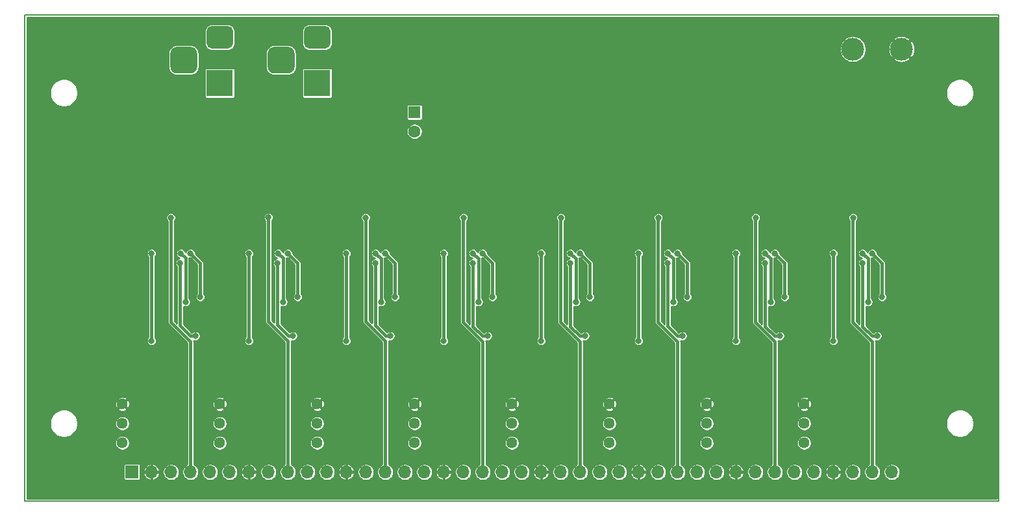
<source format=gbr>
G04 #@! TF.GenerationSoftware,KiCad,Pcbnew,5.99.0+really5.1.10+dfsg1-1+b1*
G04 #@! TF.CreationDate,2021-10-18T10:29:45-05:00*
G04 #@! TF.ProjectId,potentiosynth,706f7465-6e74-4696-9f73-796e74682e6b,C*
G04 #@! TF.SameCoordinates,Original*
G04 #@! TF.FileFunction,Copper,L2,Bot*
G04 #@! TF.FilePolarity,Positive*
%FSLAX46Y46*%
G04 Gerber Fmt 4.6, Leading zero omitted, Abs format (unit mm)*
G04 Created by KiCad (PCBNEW 5.99.0+really5.1.10+dfsg1-1+b1) date 2021-10-18 10:29:45*
%MOMM*%
%LPD*%
G01*
G04 APERTURE LIST*
G04 #@! TA.AperFunction,Profile*
%ADD10C,0.150000*%
G04 #@! TD*
G04 #@! TA.AperFunction,ComponentPad*
%ADD11C,1.440000*%
G04 #@! TD*
G04 #@! TA.AperFunction,ComponentPad*
%ADD12R,3.500000X3.500000*%
G04 #@! TD*
G04 #@! TA.AperFunction,ComponentPad*
%ADD13O,1.700000X1.700000*%
G04 #@! TD*
G04 #@! TA.AperFunction,ComponentPad*
%ADD14R,1.700000X1.700000*%
G04 #@! TD*
G04 #@! TA.AperFunction,ComponentPad*
%ADD15C,3.000000*%
G04 #@! TD*
G04 #@! TA.AperFunction,ComponentPad*
%ADD16C,1.600000*%
G04 #@! TD*
G04 #@! TA.AperFunction,ComponentPad*
%ADD17R,1.600000X1.600000*%
G04 #@! TD*
G04 #@! TA.AperFunction,ViaPad*
%ADD18C,0.800000*%
G04 #@! TD*
G04 #@! TA.AperFunction,Conductor*
%ADD19C,0.381000*%
G04 #@! TD*
G04 #@! TA.AperFunction,Conductor*
%ADD20C,0.254000*%
G04 #@! TD*
G04 #@! TA.AperFunction,Conductor*
%ADD21C,0.100000*%
G04 #@! TD*
G04 APERTURE END LIST*
D10*
X50800000Y-127000000D02*
X177800000Y-127000000D01*
X50800000Y-63500000D02*
X177800000Y-63500000D01*
X50800000Y-127000000D02*
X50800000Y-63500000D01*
X177800000Y-127000000D02*
X177800000Y-63500000D01*
D11*
X76200000Y-119380000D03*
X76200000Y-116840000D03*
X76200000Y-114300000D03*
X114300000Y-119380000D03*
X114300000Y-116840000D03*
X114300000Y-114300000D03*
X63500000Y-119380000D03*
X63500000Y-116840000D03*
X63500000Y-114300000D03*
X127000000Y-119380000D03*
X127000000Y-116840000D03*
X127000000Y-114300000D03*
X88900000Y-119380000D03*
X88900000Y-116840000D03*
X88900000Y-114300000D03*
X101600000Y-119380000D03*
X101600000Y-116840000D03*
X101600000Y-114300000D03*
X152400000Y-119380000D03*
X152400000Y-116840000D03*
X152400000Y-114300000D03*
X139700000Y-119380000D03*
X139700000Y-116840000D03*
X139700000Y-114300000D03*
G04 #@! TA.AperFunction,ComponentPad*
G36*
G01*
X83325000Y-67640000D02*
X85075000Y-67640000D01*
G75*
G02*
X85950000Y-68515000I0J-875000D01*
G01*
X85950000Y-70265000D01*
G75*
G02*
X85075000Y-71140000I-875000J0D01*
G01*
X83325000Y-71140000D01*
G75*
G02*
X82450000Y-70265000I0J875000D01*
G01*
X82450000Y-68515000D01*
G75*
G02*
X83325000Y-67640000I875000J0D01*
G01*
G37*
G04 #@! TD.AperFunction*
G04 #@! TA.AperFunction,ComponentPad*
G36*
G01*
X87900000Y-64890000D02*
X89900000Y-64890000D01*
G75*
G02*
X90650000Y-65640000I0J-750000D01*
G01*
X90650000Y-67140000D01*
G75*
G02*
X89900000Y-67890000I-750000J0D01*
G01*
X87900000Y-67890000D01*
G75*
G02*
X87150000Y-67140000I0J750000D01*
G01*
X87150000Y-65640000D01*
G75*
G02*
X87900000Y-64890000I750000J0D01*
G01*
G37*
G04 #@! TD.AperFunction*
D12*
X88900000Y-72390000D03*
G04 #@! TA.AperFunction,ComponentPad*
G36*
G01*
X70625000Y-67640000D02*
X72375000Y-67640000D01*
G75*
G02*
X73250000Y-68515000I0J-875000D01*
G01*
X73250000Y-70265000D01*
G75*
G02*
X72375000Y-71140000I-875000J0D01*
G01*
X70625000Y-71140000D01*
G75*
G02*
X69750000Y-70265000I0J875000D01*
G01*
X69750000Y-68515000D01*
G75*
G02*
X70625000Y-67640000I875000J0D01*
G01*
G37*
G04 #@! TD.AperFunction*
G04 #@! TA.AperFunction,ComponentPad*
G36*
G01*
X75200000Y-64890000D02*
X77200000Y-64890000D01*
G75*
G02*
X77950000Y-65640000I0J-750000D01*
G01*
X77950000Y-67140000D01*
G75*
G02*
X77200000Y-67890000I-750000J0D01*
G01*
X75200000Y-67890000D01*
G75*
G02*
X74450000Y-67140000I0J750000D01*
G01*
X74450000Y-65640000D01*
G75*
G02*
X75200000Y-64890000I750000J0D01*
G01*
G37*
G04 #@! TD.AperFunction*
X76200000Y-72390000D03*
D13*
X163830000Y-123190000D03*
X161290000Y-123190000D03*
X158750000Y-123190000D03*
X156210000Y-123190000D03*
X153670000Y-123190000D03*
X151130000Y-123190000D03*
X148590000Y-123190000D03*
X146050000Y-123190000D03*
X143510000Y-123190000D03*
X140970000Y-123190000D03*
X138430000Y-123190000D03*
X135890000Y-123190000D03*
X133350000Y-123190000D03*
X130810000Y-123190000D03*
X128270000Y-123190000D03*
X125730000Y-123190000D03*
X123190000Y-123190000D03*
X120650000Y-123190000D03*
X118110000Y-123190000D03*
X115570000Y-123190000D03*
X113030000Y-123190000D03*
X110490000Y-123190000D03*
X107950000Y-123190000D03*
X105410000Y-123190000D03*
X102870000Y-123190000D03*
X100330000Y-123190000D03*
X97790000Y-123190000D03*
X95250000Y-123190000D03*
X92710000Y-123190000D03*
X90170000Y-123190000D03*
X87630000Y-123190000D03*
X85090000Y-123190000D03*
X82550000Y-123190000D03*
X80010000Y-123190000D03*
X77470000Y-123190000D03*
X74930000Y-123190000D03*
X72390000Y-123190000D03*
X69850000Y-123190000D03*
X67310000Y-123190000D03*
D14*
X64770000Y-123190000D03*
D15*
X165100000Y-67945000D03*
X158750000Y-67945000D03*
D16*
X101600000Y-78700000D03*
D17*
X101600000Y-76200000D03*
D18*
X82550000Y-104692500D03*
X95250000Y-104692500D03*
X69850000Y-104692500D03*
X107950000Y-104692500D03*
X120650000Y-104692500D03*
X133350000Y-104692500D03*
X146050000Y-104692500D03*
X158750000Y-104692500D03*
X158774000Y-89940000D03*
X146074000Y-89940000D03*
X133374000Y-89940000D03*
X120674000Y-89940000D03*
X107974000Y-89940000D03*
X95226000Y-89940000D03*
X82550000Y-89916000D03*
X69826000Y-89940000D03*
X72390000Y-94615000D03*
X73660000Y-100330000D03*
X86360000Y-100330000D03*
X85090000Y-94615000D03*
X97790000Y-94615000D03*
X99060000Y-100330000D03*
X110490000Y-94615000D03*
X111760000Y-100330000D03*
X123190000Y-94615000D03*
X124460000Y-100330000D03*
X135890000Y-94615000D03*
X137160000Y-100330000D03*
X148590000Y-94615000D03*
X149860000Y-100330000D03*
X161290000Y-94615000D03*
X162560000Y-100330000D03*
X67310000Y-94615000D03*
X67310000Y-106045000D03*
X80010000Y-106045000D03*
X80010000Y-94615000D03*
X92710000Y-94615000D03*
X92710000Y-106045000D03*
X105410000Y-94615000D03*
X105410000Y-106045000D03*
X118110000Y-94615000D03*
X118110000Y-106045000D03*
X130810000Y-94615000D03*
X130810000Y-106045000D03*
X143510000Y-94615000D03*
X143510000Y-106045000D03*
X156210000Y-94615000D03*
X156210000Y-106045000D03*
X71120000Y-94615000D03*
X71755000Y-100965000D03*
X83820000Y-94615000D03*
X84455000Y-100965000D03*
X96520000Y-94615000D03*
X97237500Y-100965000D03*
X109220000Y-94615000D03*
X109937500Y-100965000D03*
X121920000Y-94615000D03*
X122637500Y-100965000D03*
X134620000Y-94615000D03*
X135337500Y-100965000D03*
X147320000Y-94615000D03*
X148037500Y-100965000D03*
X160020000Y-94615000D03*
X160737500Y-100965000D03*
X71037500Y-95885000D03*
X73025000Y-105410000D03*
X83737500Y-95885000D03*
X85725000Y-105410000D03*
X96520000Y-95885000D03*
X98425000Y-105410000D03*
X109220000Y-95885000D03*
X111125000Y-105410000D03*
X121920000Y-95885000D03*
X123825000Y-105410000D03*
X134620000Y-95885000D03*
X136525000Y-105410000D03*
X147320000Y-95885000D03*
X149225000Y-105410000D03*
X160020000Y-95885000D03*
X161925000Y-105410000D03*
D19*
X161290000Y-106170598D02*
X158750000Y-103630598D01*
X161290000Y-123190000D02*
X161290000Y-106170598D01*
X158750000Y-89964000D02*
X158774000Y-89940000D01*
X158750000Y-103630598D02*
X158750000Y-89964000D01*
X148590000Y-106170598D02*
X146050000Y-103630598D01*
X148590000Y-123190000D02*
X148590000Y-106170598D01*
X146050000Y-103630598D02*
X146050000Y-89964000D01*
X146050000Y-89964000D02*
X146074000Y-89940000D01*
X135890000Y-106170598D02*
X133350000Y-103630598D01*
X135890000Y-123190000D02*
X135890000Y-106170598D01*
X133350000Y-89964000D02*
X133374000Y-89940000D01*
X133350000Y-103630598D02*
X133350000Y-89964000D01*
X123190000Y-106170598D02*
X120650000Y-103630598D01*
X123190000Y-123190000D02*
X123190000Y-106170598D01*
X120650000Y-89964000D02*
X120674000Y-89940000D01*
X120650000Y-103630598D02*
X120650000Y-89964000D01*
X110490000Y-106170598D02*
X107950000Y-103630598D01*
X110490000Y-123190000D02*
X110490000Y-106170598D01*
X107950000Y-89964000D02*
X107974000Y-89940000D01*
X107950000Y-103630598D02*
X107950000Y-89964000D01*
X95250000Y-89964000D02*
X95226000Y-89940000D01*
X97790000Y-123190000D02*
X97790000Y-106045000D01*
X95250000Y-103505000D02*
X95250000Y-89964000D01*
X97790000Y-106045000D02*
X95250000Y-103505000D01*
X82550000Y-89916000D02*
X82550000Y-90043000D01*
X85090000Y-123190000D02*
X85090000Y-106045000D01*
X85090000Y-106045000D02*
X82550000Y-103505000D01*
X82550000Y-103505000D02*
X82550000Y-89916000D01*
X72390000Y-106170598D02*
X69850000Y-103630598D01*
X72390000Y-123190000D02*
X72390000Y-106170598D01*
X69850000Y-89964000D02*
X69826000Y-89940000D01*
X69850000Y-103630598D02*
X69850000Y-89964000D01*
X73660000Y-95885000D02*
X72390000Y-94615000D01*
X73660000Y-100330000D02*
X73660000Y-95885000D01*
X86360000Y-95885000D02*
X85090000Y-94615000D01*
X86360000Y-100330000D02*
X86360000Y-95885000D01*
X99060000Y-95885000D02*
X97790000Y-94615000D01*
X99060000Y-100330000D02*
X99060000Y-95885000D01*
X111760000Y-95885000D02*
X110490000Y-94615000D01*
X111760000Y-100330000D02*
X111760000Y-95885000D01*
X124460000Y-95885000D02*
X123190000Y-94615000D01*
X124460000Y-100330000D02*
X124460000Y-95885000D01*
X137160000Y-95885000D02*
X135890000Y-94615000D01*
X137160000Y-100330000D02*
X137160000Y-95885000D01*
X149860000Y-95885000D02*
X148590000Y-94615000D01*
X149860000Y-100330000D02*
X149860000Y-95885000D01*
X162560000Y-95885000D02*
X161290000Y-94615000D01*
X162560000Y-100330000D02*
X162560000Y-95885000D01*
X67310000Y-94615000D02*
X67310000Y-106045000D01*
X80010000Y-95250000D02*
X80010000Y-94615000D01*
X80010000Y-95250000D02*
X80010000Y-106045000D01*
X92710000Y-94615000D02*
X92710000Y-106045000D01*
X105410000Y-94615000D02*
X105410000Y-106045000D01*
X118110000Y-94615000D02*
X118110000Y-106045000D01*
X130810000Y-94615000D02*
X130810000Y-106045000D01*
X143510000Y-94615000D02*
X143510000Y-106045000D01*
X156210000Y-94615000D02*
X156210000Y-106045000D01*
X71755000Y-95250000D02*
X71755000Y-100965000D01*
X71120000Y-94615000D02*
X71755000Y-95250000D01*
X84455000Y-95250000D02*
X83820000Y-94615000D01*
X84455000Y-95250000D02*
X84455000Y-100965000D01*
X97237500Y-95332500D02*
X97237500Y-100965000D01*
X96520000Y-94615000D02*
X97237500Y-95332500D01*
X109937500Y-95332500D02*
X109937500Y-100965000D01*
X109220000Y-94615000D02*
X109937500Y-95332500D01*
X122637500Y-95332500D02*
X122637500Y-100965000D01*
X121920000Y-94615000D02*
X122637500Y-95332500D01*
X135337500Y-95332500D02*
X135337500Y-100965000D01*
X134620000Y-94615000D02*
X135337500Y-95332500D01*
X148037500Y-95332500D02*
X148037500Y-100965000D01*
X147320000Y-94615000D02*
X148037500Y-95332500D01*
X160737500Y-95332500D02*
X160737500Y-100965000D01*
X160020000Y-94615000D02*
X160737500Y-95332500D01*
X71037500Y-95885000D02*
X71037500Y-104057500D01*
X72390000Y-105410000D02*
X73025000Y-105410000D01*
X71037500Y-104057500D02*
X72390000Y-105410000D01*
X83737500Y-95885000D02*
X83737500Y-102787500D01*
X85725000Y-105410000D02*
X85173434Y-105410000D01*
X83737500Y-103974066D02*
X83737500Y-102787500D01*
X85173434Y-105410000D02*
X83737500Y-103974066D01*
X96520000Y-95885000D02*
X96520000Y-104056566D01*
X97873434Y-105410000D02*
X98425000Y-105410000D01*
X96520000Y-104056566D02*
X97873434Y-105410000D01*
X109220000Y-95885000D02*
X109220000Y-104182164D01*
X110447836Y-105410000D02*
X111125000Y-105410000D01*
X109220000Y-104182164D02*
X110447836Y-105410000D01*
X121920000Y-95885000D02*
X121920000Y-104182164D01*
X121920000Y-104182164D02*
X123147836Y-105410000D01*
X123147836Y-105410000D02*
X123825000Y-105410000D01*
X134620000Y-95885000D02*
X134620000Y-104140000D01*
X134620000Y-104140000D02*
X135890000Y-105410000D01*
X135890000Y-105410000D02*
X136525000Y-105410000D01*
X147320000Y-95885000D02*
X147320000Y-104182164D01*
X148547836Y-105410000D02*
X149225000Y-105410000D01*
X147320000Y-104182164D02*
X148547836Y-105410000D01*
X160020000Y-95885000D02*
X160020000Y-104182164D01*
X161247836Y-105410000D02*
X161925000Y-105410000D01*
X160020000Y-104182164D02*
X161247836Y-105410000D01*
D20*
X177471000Y-126671000D02*
X51129000Y-126671000D01*
X51129000Y-122340000D01*
X63664772Y-122340000D01*
X63664772Y-124040000D01*
X63669676Y-124089793D01*
X63684200Y-124137672D01*
X63707786Y-124181797D01*
X63739527Y-124220473D01*
X63778203Y-124252214D01*
X63822328Y-124275800D01*
X63870207Y-124290324D01*
X63920000Y-124295228D01*
X65620000Y-124295228D01*
X65669793Y-124290324D01*
X65717672Y-124275800D01*
X65761797Y-124252214D01*
X65800473Y-124220473D01*
X65832214Y-124181797D01*
X65855800Y-124137672D01*
X65870324Y-124089793D01*
X65875228Y-124040000D01*
X65875228Y-123425137D01*
X66231327Y-123425137D01*
X66297926Y-123631058D01*
X66403419Y-123820029D01*
X66543751Y-123984788D01*
X66713530Y-124119004D01*
X66906231Y-124217519D01*
X67074864Y-124268669D01*
X67246500Y-124228561D01*
X67246500Y-123253500D01*
X67373500Y-123253500D01*
X67373500Y-124228561D01*
X67545136Y-124268669D01*
X67713769Y-124217519D01*
X67906470Y-124119004D01*
X68076249Y-123984788D01*
X68216581Y-123820029D01*
X68322074Y-123631058D01*
X68388673Y-123425137D01*
X68348676Y-123253500D01*
X67373500Y-123253500D01*
X67246500Y-123253500D01*
X66271324Y-123253500D01*
X66231327Y-123425137D01*
X65875228Y-123425137D01*
X65875228Y-122954863D01*
X66231327Y-122954863D01*
X66271324Y-123126500D01*
X67246500Y-123126500D01*
X67246500Y-122151439D01*
X67373500Y-122151439D01*
X67373500Y-123126500D01*
X68348676Y-123126500D01*
X68359217Y-123081265D01*
X68746000Y-123081265D01*
X68746000Y-123298735D01*
X68788426Y-123512025D01*
X68871648Y-123712940D01*
X68992467Y-123893759D01*
X69146241Y-124047533D01*
X69327060Y-124168352D01*
X69527975Y-124251574D01*
X69741265Y-124294000D01*
X69958735Y-124294000D01*
X70172025Y-124251574D01*
X70372940Y-124168352D01*
X70553759Y-124047533D01*
X70707533Y-123893759D01*
X70828352Y-123712940D01*
X70911574Y-123512025D01*
X70954000Y-123298735D01*
X70954000Y-123081265D01*
X70911574Y-122867975D01*
X70828352Y-122667060D01*
X70707533Y-122486241D01*
X70553759Y-122332467D01*
X70372940Y-122211648D01*
X70172025Y-122128426D01*
X69958735Y-122086000D01*
X69741265Y-122086000D01*
X69527975Y-122128426D01*
X69327060Y-122211648D01*
X69146241Y-122332467D01*
X68992467Y-122486241D01*
X68871648Y-122667060D01*
X68788426Y-122867975D01*
X68746000Y-123081265D01*
X68359217Y-123081265D01*
X68388673Y-122954863D01*
X68322074Y-122748942D01*
X68216581Y-122559971D01*
X68076249Y-122395212D01*
X67906470Y-122260996D01*
X67713769Y-122162481D01*
X67545136Y-122111331D01*
X67373500Y-122151439D01*
X67246500Y-122151439D01*
X67074864Y-122111331D01*
X66906231Y-122162481D01*
X66713530Y-122260996D01*
X66543751Y-122395212D01*
X66403419Y-122559971D01*
X66297926Y-122748942D01*
X66231327Y-122954863D01*
X65875228Y-122954863D01*
X65875228Y-122340000D01*
X65870324Y-122290207D01*
X65855800Y-122242328D01*
X65832214Y-122198203D01*
X65800473Y-122159527D01*
X65761797Y-122127786D01*
X65717672Y-122104200D01*
X65669793Y-122089676D01*
X65620000Y-122084772D01*
X63920000Y-122084772D01*
X63870207Y-122089676D01*
X63822328Y-122104200D01*
X63778203Y-122127786D01*
X63739527Y-122159527D01*
X63707786Y-122198203D01*
X63684200Y-122242328D01*
X63669676Y-122290207D01*
X63664772Y-122340000D01*
X51129000Y-122340000D01*
X51129000Y-119284069D01*
X62526000Y-119284069D01*
X62526000Y-119475931D01*
X62563430Y-119664105D01*
X62636852Y-119841362D01*
X62743445Y-120000889D01*
X62879111Y-120136555D01*
X63038638Y-120243148D01*
X63215895Y-120316570D01*
X63404069Y-120354000D01*
X63595931Y-120354000D01*
X63784105Y-120316570D01*
X63961362Y-120243148D01*
X64120889Y-120136555D01*
X64256555Y-120000889D01*
X64363148Y-119841362D01*
X64436570Y-119664105D01*
X64474000Y-119475931D01*
X64474000Y-119284069D01*
X64436570Y-119095895D01*
X64363148Y-118918638D01*
X64256555Y-118759111D01*
X64120889Y-118623445D01*
X63961362Y-118516852D01*
X63784105Y-118443430D01*
X63595931Y-118406000D01*
X63404069Y-118406000D01*
X63215895Y-118443430D01*
X63038638Y-118516852D01*
X62879111Y-118623445D01*
X62743445Y-118759111D01*
X62636852Y-118918638D01*
X62563430Y-119095895D01*
X62526000Y-119284069D01*
X51129000Y-119284069D01*
X51129000Y-116657397D01*
X54026000Y-116657397D01*
X54026000Y-117022603D01*
X54097248Y-117380792D01*
X54237006Y-117718198D01*
X54439904Y-118021856D01*
X54698144Y-118280096D01*
X55001802Y-118482994D01*
X55339208Y-118622752D01*
X55697397Y-118694000D01*
X56062603Y-118694000D01*
X56420792Y-118622752D01*
X56758198Y-118482994D01*
X57061856Y-118280096D01*
X57320096Y-118021856D01*
X57522994Y-117718198D01*
X57662752Y-117380792D01*
X57734000Y-117022603D01*
X57734000Y-116744069D01*
X62526000Y-116744069D01*
X62526000Y-116935931D01*
X62563430Y-117124105D01*
X62636852Y-117301362D01*
X62743445Y-117460889D01*
X62879111Y-117596555D01*
X63038638Y-117703148D01*
X63215895Y-117776570D01*
X63404069Y-117814000D01*
X63595931Y-117814000D01*
X63784105Y-117776570D01*
X63961362Y-117703148D01*
X64120889Y-117596555D01*
X64256555Y-117460889D01*
X64363148Y-117301362D01*
X64436570Y-117124105D01*
X64474000Y-116935931D01*
X64474000Y-116744069D01*
X64436570Y-116555895D01*
X64363148Y-116378638D01*
X64256555Y-116219111D01*
X64120889Y-116083445D01*
X63961362Y-115976852D01*
X63784105Y-115903430D01*
X63595931Y-115866000D01*
X63404069Y-115866000D01*
X63215895Y-115903430D01*
X63038638Y-115976852D01*
X62879111Y-116083445D01*
X62743445Y-116219111D01*
X62636852Y-116378638D01*
X62563430Y-116555895D01*
X62526000Y-116744069D01*
X57734000Y-116744069D01*
X57734000Y-116657397D01*
X57662752Y-116299208D01*
X57522994Y-115961802D01*
X57320096Y-115658144D01*
X57061856Y-115399904D01*
X56758198Y-115197006D01*
X56420792Y-115057248D01*
X56085201Y-114990495D01*
X62899308Y-114990495D01*
X62977312Y-115127451D01*
X63148783Y-115213524D01*
X63333751Y-115264490D01*
X63525108Y-115278391D01*
X63715501Y-115254693D01*
X63897611Y-115194307D01*
X64022688Y-115127451D01*
X64100692Y-114990495D01*
X63500000Y-114389803D01*
X62899308Y-114990495D01*
X56085201Y-114990495D01*
X56062603Y-114986000D01*
X55697397Y-114986000D01*
X55339208Y-115057248D01*
X55001802Y-115197006D01*
X54698144Y-115399904D01*
X54439904Y-115658144D01*
X54237006Y-115961802D01*
X54097248Y-116299208D01*
X54026000Y-116657397D01*
X51129000Y-116657397D01*
X51129000Y-114325108D01*
X62521609Y-114325108D01*
X62545307Y-114515501D01*
X62605693Y-114697611D01*
X62672549Y-114822688D01*
X62809505Y-114900692D01*
X63410197Y-114300000D01*
X63589803Y-114300000D01*
X64190495Y-114900692D01*
X64327451Y-114822688D01*
X64413524Y-114651217D01*
X64464490Y-114466249D01*
X64478391Y-114274892D01*
X64454693Y-114084499D01*
X64394307Y-113902389D01*
X64327451Y-113777312D01*
X64190495Y-113699308D01*
X63589803Y-114300000D01*
X63410197Y-114300000D01*
X62809505Y-113699308D01*
X62672549Y-113777312D01*
X62586476Y-113948783D01*
X62535510Y-114133751D01*
X62521609Y-114325108D01*
X51129000Y-114325108D01*
X51129000Y-113609505D01*
X62899308Y-113609505D01*
X63500000Y-114210197D01*
X64100692Y-113609505D01*
X64022688Y-113472549D01*
X63851217Y-113386476D01*
X63666249Y-113335510D01*
X63474892Y-113321609D01*
X63284499Y-113345307D01*
X63102389Y-113405693D01*
X62977312Y-113472549D01*
X62899308Y-113609505D01*
X51129000Y-113609505D01*
X51129000Y-94550587D01*
X66656000Y-94550587D01*
X66656000Y-94679413D01*
X66681133Y-94805765D01*
X66730433Y-94924785D01*
X66802005Y-95031900D01*
X66865500Y-95095395D01*
X66865501Y-105564604D01*
X66802005Y-105628100D01*
X66730433Y-105735215D01*
X66681133Y-105854235D01*
X66656000Y-105980587D01*
X66656000Y-106109413D01*
X66681133Y-106235765D01*
X66730433Y-106354785D01*
X66802005Y-106461900D01*
X66893100Y-106552995D01*
X67000215Y-106624567D01*
X67119235Y-106673867D01*
X67245587Y-106699000D01*
X67374413Y-106699000D01*
X67500765Y-106673867D01*
X67619785Y-106624567D01*
X67726900Y-106552995D01*
X67817995Y-106461900D01*
X67889567Y-106354785D01*
X67938867Y-106235765D01*
X67964000Y-106109413D01*
X67964000Y-105980587D01*
X67938867Y-105854235D01*
X67889567Y-105735215D01*
X67817995Y-105628100D01*
X67754500Y-105564605D01*
X67754500Y-95095395D01*
X67817995Y-95031900D01*
X67889567Y-94924785D01*
X67938867Y-94805765D01*
X67964000Y-94679413D01*
X67964000Y-94550587D01*
X67938867Y-94424235D01*
X67889567Y-94305215D01*
X67817995Y-94198100D01*
X67726900Y-94107005D01*
X67619785Y-94035433D01*
X67500765Y-93986133D01*
X67374413Y-93961000D01*
X67245587Y-93961000D01*
X67119235Y-93986133D01*
X67000215Y-94035433D01*
X66893100Y-94107005D01*
X66802005Y-94198100D01*
X66730433Y-94305215D01*
X66681133Y-94424235D01*
X66656000Y-94550587D01*
X51129000Y-94550587D01*
X51129000Y-89875587D01*
X69172000Y-89875587D01*
X69172000Y-90004413D01*
X69197133Y-90130765D01*
X69246433Y-90249785D01*
X69318005Y-90356900D01*
X69405501Y-90444396D01*
X69405500Y-103608778D01*
X69403351Y-103630598D01*
X69405500Y-103652418D01*
X69405500Y-103652427D01*
X69411932Y-103717734D01*
X69427639Y-103769513D01*
X69437349Y-103801523D01*
X69478624Y-103878743D01*
X69489385Y-103891855D01*
X69534171Y-103946427D01*
X69551130Y-103960345D01*
X71945501Y-106354717D01*
X71945500Y-122179157D01*
X71867060Y-122211648D01*
X71686241Y-122332467D01*
X71532467Y-122486241D01*
X71411648Y-122667060D01*
X71328426Y-122867975D01*
X71286000Y-123081265D01*
X71286000Y-123298735D01*
X71328426Y-123512025D01*
X71411648Y-123712940D01*
X71532467Y-123893759D01*
X71686241Y-124047533D01*
X71867060Y-124168352D01*
X72067975Y-124251574D01*
X72281265Y-124294000D01*
X72498735Y-124294000D01*
X72712025Y-124251574D01*
X72912940Y-124168352D01*
X73093759Y-124047533D01*
X73247533Y-123893759D01*
X73368352Y-123712940D01*
X73451574Y-123512025D01*
X73494000Y-123298735D01*
X73494000Y-123081265D01*
X73826000Y-123081265D01*
X73826000Y-123298735D01*
X73868426Y-123512025D01*
X73951648Y-123712940D01*
X74072467Y-123893759D01*
X74226241Y-124047533D01*
X74407060Y-124168352D01*
X74607975Y-124251574D01*
X74821265Y-124294000D01*
X75038735Y-124294000D01*
X75252025Y-124251574D01*
X75452940Y-124168352D01*
X75633759Y-124047533D01*
X75787533Y-123893759D01*
X75908352Y-123712940D01*
X75991574Y-123512025D01*
X76034000Y-123298735D01*
X76034000Y-123081265D01*
X76366000Y-123081265D01*
X76366000Y-123298735D01*
X76408426Y-123512025D01*
X76491648Y-123712940D01*
X76612467Y-123893759D01*
X76766241Y-124047533D01*
X76947060Y-124168352D01*
X77147975Y-124251574D01*
X77361265Y-124294000D01*
X77578735Y-124294000D01*
X77792025Y-124251574D01*
X77992940Y-124168352D01*
X78173759Y-124047533D01*
X78327533Y-123893759D01*
X78448352Y-123712940D01*
X78531574Y-123512025D01*
X78548857Y-123425137D01*
X78931327Y-123425137D01*
X78997926Y-123631058D01*
X79103419Y-123820029D01*
X79243751Y-123984788D01*
X79413530Y-124119004D01*
X79606231Y-124217519D01*
X79774864Y-124268669D01*
X79946500Y-124228561D01*
X79946500Y-123253500D01*
X80073500Y-123253500D01*
X80073500Y-124228561D01*
X80245136Y-124268669D01*
X80413769Y-124217519D01*
X80606470Y-124119004D01*
X80776249Y-123984788D01*
X80916581Y-123820029D01*
X81022074Y-123631058D01*
X81088673Y-123425137D01*
X81048676Y-123253500D01*
X80073500Y-123253500D01*
X79946500Y-123253500D01*
X78971324Y-123253500D01*
X78931327Y-123425137D01*
X78548857Y-123425137D01*
X78574000Y-123298735D01*
X78574000Y-123081265D01*
X78548858Y-122954863D01*
X78931327Y-122954863D01*
X78971324Y-123126500D01*
X79946500Y-123126500D01*
X79946500Y-122151439D01*
X80073500Y-122151439D01*
X80073500Y-123126500D01*
X81048676Y-123126500D01*
X81059217Y-123081265D01*
X81446000Y-123081265D01*
X81446000Y-123298735D01*
X81488426Y-123512025D01*
X81571648Y-123712940D01*
X81692467Y-123893759D01*
X81846241Y-124047533D01*
X82027060Y-124168352D01*
X82227975Y-124251574D01*
X82441265Y-124294000D01*
X82658735Y-124294000D01*
X82872025Y-124251574D01*
X83072940Y-124168352D01*
X83253759Y-124047533D01*
X83407533Y-123893759D01*
X83528352Y-123712940D01*
X83611574Y-123512025D01*
X83654000Y-123298735D01*
X83654000Y-123081265D01*
X83611574Y-122867975D01*
X83528352Y-122667060D01*
X83407533Y-122486241D01*
X83253759Y-122332467D01*
X83072940Y-122211648D01*
X82872025Y-122128426D01*
X82658735Y-122086000D01*
X82441265Y-122086000D01*
X82227975Y-122128426D01*
X82027060Y-122211648D01*
X81846241Y-122332467D01*
X81692467Y-122486241D01*
X81571648Y-122667060D01*
X81488426Y-122867975D01*
X81446000Y-123081265D01*
X81059217Y-123081265D01*
X81088673Y-122954863D01*
X81022074Y-122748942D01*
X80916581Y-122559971D01*
X80776249Y-122395212D01*
X80606470Y-122260996D01*
X80413769Y-122162481D01*
X80245136Y-122111331D01*
X80073500Y-122151439D01*
X79946500Y-122151439D01*
X79774864Y-122111331D01*
X79606231Y-122162481D01*
X79413530Y-122260996D01*
X79243751Y-122395212D01*
X79103419Y-122559971D01*
X78997926Y-122748942D01*
X78931327Y-122954863D01*
X78548858Y-122954863D01*
X78531574Y-122867975D01*
X78448352Y-122667060D01*
X78327533Y-122486241D01*
X78173759Y-122332467D01*
X77992940Y-122211648D01*
X77792025Y-122128426D01*
X77578735Y-122086000D01*
X77361265Y-122086000D01*
X77147975Y-122128426D01*
X76947060Y-122211648D01*
X76766241Y-122332467D01*
X76612467Y-122486241D01*
X76491648Y-122667060D01*
X76408426Y-122867975D01*
X76366000Y-123081265D01*
X76034000Y-123081265D01*
X75991574Y-122867975D01*
X75908352Y-122667060D01*
X75787533Y-122486241D01*
X75633759Y-122332467D01*
X75452940Y-122211648D01*
X75252025Y-122128426D01*
X75038735Y-122086000D01*
X74821265Y-122086000D01*
X74607975Y-122128426D01*
X74407060Y-122211648D01*
X74226241Y-122332467D01*
X74072467Y-122486241D01*
X73951648Y-122667060D01*
X73868426Y-122867975D01*
X73826000Y-123081265D01*
X73494000Y-123081265D01*
X73451574Y-122867975D01*
X73368352Y-122667060D01*
X73247533Y-122486241D01*
X73093759Y-122332467D01*
X72912940Y-122211648D01*
X72834500Y-122179157D01*
X72834500Y-119284069D01*
X75226000Y-119284069D01*
X75226000Y-119475931D01*
X75263430Y-119664105D01*
X75336852Y-119841362D01*
X75443445Y-120000889D01*
X75579111Y-120136555D01*
X75738638Y-120243148D01*
X75915895Y-120316570D01*
X76104069Y-120354000D01*
X76295931Y-120354000D01*
X76484105Y-120316570D01*
X76661362Y-120243148D01*
X76820889Y-120136555D01*
X76956555Y-120000889D01*
X77063148Y-119841362D01*
X77136570Y-119664105D01*
X77174000Y-119475931D01*
X77174000Y-119284069D01*
X77136570Y-119095895D01*
X77063148Y-118918638D01*
X76956555Y-118759111D01*
X76820889Y-118623445D01*
X76661362Y-118516852D01*
X76484105Y-118443430D01*
X76295931Y-118406000D01*
X76104069Y-118406000D01*
X75915895Y-118443430D01*
X75738638Y-118516852D01*
X75579111Y-118623445D01*
X75443445Y-118759111D01*
X75336852Y-118918638D01*
X75263430Y-119095895D01*
X75226000Y-119284069D01*
X72834500Y-119284069D01*
X72834500Y-116744069D01*
X75226000Y-116744069D01*
X75226000Y-116935931D01*
X75263430Y-117124105D01*
X75336852Y-117301362D01*
X75443445Y-117460889D01*
X75579111Y-117596555D01*
X75738638Y-117703148D01*
X75915895Y-117776570D01*
X76104069Y-117814000D01*
X76295931Y-117814000D01*
X76484105Y-117776570D01*
X76661362Y-117703148D01*
X76820889Y-117596555D01*
X76956555Y-117460889D01*
X77063148Y-117301362D01*
X77136570Y-117124105D01*
X77174000Y-116935931D01*
X77174000Y-116744069D01*
X77136570Y-116555895D01*
X77063148Y-116378638D01*
X76956555Y-116219111D01*
X76820889Y-116083445D01*
X76661362Y-115976852D01*
X76484105Y-115903430D01*
X76295931Y-115866000D01*
X76104069Y-115866000D01*
X75915895Y-115903430D01*
X75738638Y-115976852D01*
X75579111Y-116083445D01*
X75443445Y-116219111D01*
X75336852Y-116378638D01*
X75263430Y-116555895D01*
X75226000Y-116744069D01*
X72834500Y-116744069D01*
X72834500Y-114990495D01*
X75599308Y-114990495D01*
X75677312Y-115127451D01*
X75848783Y-115213524D01*
X76033751Y-115264490D01*
X76225108Y-115278391D01*
X76415501Y-115254693D01*
X76597611Y-115194307D01*
X76722688Y-115127451D01*
X76800692Y-114990495D01*
X76200000Y-114389803D01*
X75599308Y-114990495D01*
X72834500Y-114990495D01*
X72834500Y-114325108D01*
X75221609Y-114325108D01*
X75245307Y-114515501D01*
X75305693Y-114697611D01*
X75372549Y-114822688D01*
X75509505Y-114900692D01*
X76110197Y-114300000D01*
X76289803Y-114300000D01*
X76890495Y-114900692D01*
X77027451Y-114822688D01*
X77113524Y-114651217D01*
X77164490Y-114466249D01*
X77178391Y-114274892D01*
X77154693Y-114084499D01*
X77094307Y-113902389D01*
X77027451Y-113777312D01*
X76890495Y-113699308D01*
X76289803Y-114300000D01*
X76110197Y-114300000D01*
X75509505Y-113699308D01*
X75372549Y-113777312D01*
X75286476Y-113948783D01*
X75235510Y-114133751D01*
X75221609Y-114325108D01*
X72834500Y-114325108D01*
X72834500Y-113609505D01*
X75599308Y-113609505D01*
X76200000Y-114210197D01*
X76800692Y-113609505D01*
X76722688Y-113472549D01*
X76551217Y-113386476D01*
X76366249Y-113335510D01*
X76174892Y-113321609D01*
X75984499Y-113345307D01*
X75802389Y-113405693D01*
X75677312Y-113472549D01*
X75599308Y-113609505D01*
X72834500Y-113609505D01*
X72834500Y-106192417D01*
X72836649Y-106170597D01*
X72834500Y-106148777D01*
X72834500Y-106148768D01*
X72828068Y-106083461D01*
X72811710Y-106029537D01*
X72834235Y-106038867D01*
X72960587Y-106064000D01*
X73089413Y-106064000D01*
X73215765Y-106038867D01*
X73334785Y-105989567D01*
X73441900Y-105917995D01*
X73532995Y-105826900D01*
X73604567Y-105719785D01*
X73653867Y-105600765D01*
X73679000Y-105474413D01*
X73679000Y-105345587D01*
X73653867Y-105219235D01*
X73604567Y-105100215D01*
X73532995Y-104993100D01*
X73441900Y-104902005D01*
X73334785Y-104830433D01*
X73215765Y-104781133D01*
X73089413Y-104756000D01*
X72960587Y-104756000D01*
X72834235Y-104781133D01*
X72715215Y-104830433D01*
X72608100Y-104902005D01*
X72559361Y-104950744D01*
X71482000Y-103873383D01*
X71482000Y-101559804D01*
X71564235Y-101593867D01*
X71690587Y-101619000D01*
X71819413Y-101619000D01*
X71945765Y-101593867D01*
X72064785Y-101544567D01*
X72171900Y-101472995D01*
X72262995Y-101381900D01*
X72334567Y-101274785D01*
X72383867Y-101155765D01*
X72409000Y-101029413D01*
X72409000Y-100900587D01*
X72383867Y-100774235D01*
X72334567Y-100655215D01*
X72262995Y-100548100D01*
X72199500Y-100484605D01*
X72199500Y-95271820D01*
X72201649Y-95250000D01*
X72201081Y-95244234D01*
X72325587Y-95269000D01*
X72415383Y-95269000D01*
X73215501Y-96069118D01*
X73215500Y-99849605D01*
X73152005Y-99913100D01*
X73080433Y-100020215D01*
X73031133Y-100139235D01*
X73006000Y-100265587D01*
X73006000Y-100394413D01*
X73031133Y-100520765D01*
X73080433Y-100639785D01*
X73152005Y-100746900D01*
X73243100Y-100837995D01*
X73350215Y-100909567D01*
X73469235Y-100958867D01*
X73595587Y-100984000D01*
X73724413Y-100984000D01*
X73850765Y-100958867D01*
X73969785Y-100909567D01*
X74076900Y-100837995D01*
X74167995Y-100746900D01*
X74239567Y-100639785D01*
X74288867Y-100520765D01*
X74314000Y-100394413D01*
X74314000Y-100265587D01*
X74288867Y-100139235D01*
X74239567Y-100020215D01*
X74167995Y-99913100D01*
X74104500Y-99849605D01*
X74104500Y-95906819D01*
X74106649Y-95884999D01*
X74104500Y-95863179D01*
X74104500Y-95863170D01*
X74098068Y-95797863D01*
X74072651Y-95714074D01*
X74031376Y-95636855D01*
X73975829Y-95569171D01*
X73958870Y-95555253D01*
X73044000Y-94640383D01*
X73044000Y-94550587D01*
X79356000Y-94550587D01*
X79356000Y-94679413D01*
X79381133Y-94805765D01*
X79430433Y-94924785D01*
X79502005Y-95031900D01*
X79565500Y-95095395D01*
X79565500Y-95228171D01*
X79565501Y-105564604D01*
X79502005Y-105628100D01*
X79430433Y-105735215D01*
X79381133Y-105854235D01*
X79356000Y-105980587D01*
X79356000Y-106109413D01*
X79381133Y-106235765D01*
X79430433Y-106354785D01*
X79502005Y-106461900D01*
X79593100Y-106552995D01*
X79700215Y-106624567D01*
X79819235Y-106673867D01*
X79945587Y-106699000D01*
X80074413Y-106699000D01*
X80200765Y-106673867D01*
X80319785Y-106624567D01*
X80426900Y-106552995D01*
X80517995Y-106461900D01*
X80589567Y-106354785D01*
X80638867Y-106235765D01*
X80664000Y-106109413D01*
X80664000Y-105980587D01*
X80638867Y-105854235D01*
X80589567Y-105735215D01*
X80517995Y-105628100D01*
X80454500Y-105564605D01*
X80454500Y-95095395D01*
X80517995Y-95031900D01*
X80589567Y-94924785D01*
X80638867Y-94805765D01*
X80664000Y-94679413D01*
X80664000Y-94550587D01*
X80638867Y-94424235D01*
X80589567Y-94305215D01*
X80517995Y-94198100D01*
X80426900Y-94107005D01*
X80319785Y-94035433D01*
X80200765Y-93986133D01*
X80074413Y-93961000D01*
X79945587Y-93961000D01*
X79819235Y-93986133D01*
X79700215Y-94035433D01*
X79593100Y-94107005D01*
X79502005Y-94198100D01*
X79430433Y-94305215D01*
X79381133Y-94424235D01*
X79356000Y-94550587D01*
X73044000Y-94550587D01*
X73018867Y-94424235D01*
X72969567Y-94305215D01*
X72897995Y-94198100D01*
X72806900Y-94107005D01*
X72699785Y-94035433D01*
X72580765Y-93986133D01*
X72454413Y-93961000D01*
X72325587Y-93961000D01*
X72199235Y-93986133D01*
X72080215Y-94035433D01*
X71973100Y-94107005D01*
X71882005Y-94198100D01*
X71810433Y-94305215D01*
X71761133Y-94424235D01*
X71755000Y-94455068D01*
X71748867Y-94424235D01*
X71699567Y-94305215D01*
X71627995Y-94198100D01*
X71536900Y-94107005D01*
X71429785Y-94035433D01*
X71310765Y-93986133D01*
X71184413Y-93961000D01*
X71055587Y-93961000D01*
X70929235Y-93986133D01*
X70810215Y-94035433D01*
X70703100Y-94107005D01*
X70612005Y-94198100D01*
X70540433Y-94305215D01*
X70491133Y-94424235D01*
X70466000Y-94550587D01*
X70466000Y-94679413D01*
X70491133Y-94805765D01*
X70540433Y-94924785D01*
X70612005Y-95031900D01*
X70703100Y-95122995D01*
X70810215Y-95194567D01*
X70922476Y-95241067D01*
X70846735Y-95256133D01*
X70727715Y-95305433D01*
X70620600Y-95377005D01*
X70529505Y-95468100D01*
X70457933Y-95575215D01*
X70408633Y-95694235D01*
X70383500Y-95820587D01*
X70383500Y-95949413D01*
X70408633Y-96075765D01*
X70457933Y-96194785D01*
X70529505Y-96301900D01*
X70593000Y-96365395D01*
X70593001Y-103744982D01*
X70294500Y-103446481D01*
X70294500Y-90396395D01*
X70333995Y-90356900D01*
X70405567Y-90249785D01*
X70454867Y-90130765D01*
X70480000Y-90004413D01*
X70480000Y-89875587D01*
X70475227Y-89851587D01*
X81896000Y-89851587D01*
X81896000Y-89980413D01*
X81921133Y-90106765D01*
X81970433Y-90225785D01*
X82042005Y-90332900D01*
X82105501Y-90396396D01*
X82105500Y-103483180D01*
X82103351Y-103505000D01*
X82105500Y-103526820D01*
X82105500Y-103526829D01*
X82111932Y-103592136D01*
X82137349Y-103675925D01*
X82178624Y-103753145D01*
X82216185Y-103798913D01*
X82234171Y-103820829D01*
X82251130Y-103834747D01*
X84645501Y-106229119D01*
X84645500Y-122179157D01*
X84567060Y-122211648D01*
X84386241Y-122332467D01*
X84232467Y-122486241D01*
X84111648Y-122667060D01*
X84028426Y-122867975D01*
X83986000Y-123081265D01*
X83986000Y-123298735D01*
X84028426Y-123512025D01*
X84111648Y-123712940D01*
X84232467Y-123893759D01*
X84386241Y-124047533D01*
X84567060Y-124168352D01*
X84767975Y-124251574D01*
X84981265Y-124294000D01*
X85198735Y-124294000D01*
X85412025Y-124251574D01*
X85612940Y-124168352D01*
X85793759Y-124047533D01*
X85947533Y-123893759D01*
X86068352Y-123712940D01*
X86151574Y-123512025D01*
X86194000Y-123298735D01*
X86194000Y-123081265D01*
X86526000Y-123081265D01*
X86526000Y-123298735D01*
X86568426Y-123512025D01*
X86651648Y-123712940D01*
X86772467Y-123893759D01*
X86926241Y-124047533D01*
X87107060Y-124168352D01*
X87307975Y-124251574D01*
X87521265Y-124294000D01*
X87738735Y-124294000D01*
X87952025Y-124251574D01*
X88152940Y-124168352D01*
X88333759Y-124047533D01*
X88487533Y-123893759D01*
X88608352Y-123712940D01*
X88691574Y-123512025D01*
X88734000Y-123298735D01*
X88734000Y-123081265D01*
X89066000Y-123081265D01*
X89066000Y-123298735D01*
X89108426Y-123512025D01*
X89191648Y-123712940D01*
X89312467Y-123893759D01*
X89466241Y-124047533D01*
X89647060Y-124168352D01*
X89847975Y-124251574D01*
X90061265Y-124294000D01*
X90278735Y-124294000D01*
X90492025Y-124251574D01*
X90692940Y-124168352D01*
X90873759Y-124047533D01*
X91027533Y-123893759D01*
X91148352Y-123712940D01*
X91231574Y-123512025D01*
X91248857Y-123425137D01*
X91631327Y-123425137D01*
X91697926Y-123631058D01*
X91803419Y-123820029D01*
X91943751Y-123984788D01*
X92113530Y-124119004D01*
X92306231Y-124217519D01*
X92474864Y-124268669D01*
X92646500Y-124228561D01*
X92646500Y-123253500D01*
X92773500Y-123253500D01*
X92773500Y-124228561D01*
X92945136Y-124268669D01*
X93113769Y-124217519D01*
X93306470Y-124119004D01*
X93476249Y-123984788D01*
X93616581Y-123820029D01*
X93722074Y-123631058D01*
X93788673Y-123425137D01*
X93748676Y-123253500D01*
X92773500Y-123253500D01*
X92646500Y-123253500D01*
X91671324Y-123253500D01*
X91631327Y-123425137D01*
X91248857Y-123425137D01*
X91274000Y-123298735D01*
X91274000Y-123081265D01*
X91248858Y-122954863D01*
X91631327Y-122954863D01*
X91671324Y-123126500D01*
X92646500Y-123126500D01*
X92646500Y-122151439D01*
X92773500Y-122151439D01*
X92773500Y-123126500D01*
X93748676Y-123126500D01*
X93759217Y-123081265D01*
X94146000Y-123081265D01*
X94146000Y-123298735D01*
X94188426Y-123512025D01*
X94271648Y-123712940D01*
X94392467Y-123893759D01*
X94546241Y-124047533D01*
X94727060Y-124168352D01*
X94927975Y-124251574D01*
X95141265Y-124294000D01*
X95358735Y-124294000D01*
X95572025Y-124251574D01*
X95772940Y-124168352D01*
X95953759Y-124047533D01*
X96107533Y-123893759D01*
X96228352Y-123712940D01*
X96311574Y-123512025D01*
X96354000Y-123298735D01*
X96354000Y-123081265D01*
X96311574Y-122867975D01*
X96228352Y-122667060D01*
X96107533Y-122486241D01*
X95953759Y-122332467D01*
X95772940Y-122211648D01*
X95572025Y-122128426D01*
X95358735Y-122086000D01*
X95141265Y-122086000D01*
X94927975Y-122128426D01*
X94727060Y-122211648D01*
X94546241Y-122332467D01*
X94392467Y-122486241D01*
X94271648Y-122667060D01*
X94188426Y-122867975D01*
X94146000Y-123081265D01*
X93759217Y-123081265D01*
X93788673Y-122954863D01*
X93722074Y-122748942D01*
X93616581Y-122559971D01*
X93476249Y-122395212D01*
X93306470Y-122260996D01*
X93113769Y-122162481D01*
X92945136Y-122111331D01*
X92773500Y-122151439D01*
X92646500Y-122151439D01*
X92474864Y-122111331D01*
X92306231Y-122162481D01*
X92113530Y-122260996D01*
X91943751Y-122395212D01*
X91803419Y-122559971D01*
X91697926Y-122748942D01*
X91631327Y-122954863D01*
X91248858Y-122954863D01*
X91231574Y-122867975D01*
X91148352Y-122667060D01*
X91027533Y-122486241D01*
X90873759Y-122332467D01*
X90692940Y-122211648D01*
X90492025Y-122128426D01*
X90278735Y-122086000D01*
X90061265Y-122086000D01*
X89847975Y-122128426D01*
X89647060Y-122211648D01*
X89466241Y-122332467D01*
X89312467Y-122486241D01*
X89191648Y-122667060D01*
X89108426Y-122867975D01*
X89066000Y-123081265D01*
X88734000Y-123081265D01*
X88691574Y-122867975D01*
X88608352Y-122667060D01*
X88487533Y-122486241D01*
X88333759Y-122332467D01*
X88152940Y-122211648D01*
X87952025Y-122128426D01*
X87738735Y-122086000D01*
X87521265Y-122086000D01*
X87307975Y-122128426D01*
X87107060Y-122211648D01*
X86926241Y-122332467D01*
X86772467Y-122486241D01*
X86651648Y-122667060D01*
X86568426Y-122867975D01*
X86526000Y-123081265D01*
X86194000Y-123081265D01*
X86151574Y-122867975D01*
X86068352Y-122667060D01*
X85947533Y-122486241D01*
X85793759Y-122332467D01*
X85612940Y-122211648D01*
X85534500Y-122179157D01*
X85534500Y-119284069D01*
X87926000Y-119284069D01*
X87926000Y-119475931D01*
X87963430Y-119664105D01*
X88036852Y-119841362D01*
X88143445Y-120000889D01*
X88279111Y-120136555D01*
X88438638Y-120243148D01*
X88615895Y-120316570D01*
X88804069Y-120354000D01*
X88995931Y-120354000D01*
X89184105Y-120316570D01*
X89361362Y-120243148D01*
X89520889Y-120136555D01*
X89656555Y-120000889D01*
X89763148Y-119841362D01*
X89836570Y-119664105D01*
X89874000Y-119475931D01*
X89874000Y-119284069D01*
X89836570Y-119095895D01*
X89763148Y-118918638D01*
X89656555Y-118759111D01*
X89520889Y-118623445D01*
X89361362Y-118516852D01*
X89184105Y-118443430D01*
X88995931Y-118406000D01*
X88804069Y-118406000D01*
X88615895Y-118443430D01*
X88438638Y-118516852D01*
X88279111Y-118623445D01*
X88143445Y-118759111D01*
X88036852Y-118918638D01*
X87963430Y-119095895D01*
X87926000Y-119284069D01*
X85534500Y-119284069D01*
X85534500Y-116744069D01*
X87926000Y-116744069D01*
X87926000Y-116935931D01*
X87963430Y-117124105D01*
X88036852Y-117301362D01*
X88143445Y-117460889D01*
X88279111Y-117596555D01*
X88438638Y-117703148D01*
X88615895Y-117776570D01*
X88804069Y-117814000D01*
X88995931Y-117814000D01*
X89184105Y-117776570D01*
X89361362Y-117703148D01*
X89520889Y-117596555D01*
X89656555Y-117460889D01*
X89763148Y-117301362D01*
X89836570Y-117124105D01*
X89874000Y-116935931D01*
X89874000Y-116744069D01*
X89836570Y-116555895D01*
X89763148Y-116378638D01*
X89656555Y-116219111D01*
X89520889Y-116083445D01*
X89361362Y-115976852D01*
X89184105Y-115903430D01*
X88995931Y-115866000D01*
X88804069Y-115866000D01*
X88615895Y-115903430D01*
X88438638Y-115976852D01*
X88279111Y-116083445D01*
X88143445Y-116219111D01*
X88036852Y-116378638D01*
X87963430Y-116555895D01*
X87926000Y-116744069D01*
X85534500Y-116744069D01*
X85534500Y-114990495D01*
X88299308Y-114990495D01*
X88377312Y-115127451D01*
X88548783Y-115213524D01*
X88733751Y-115264490D01*
X88925108Y-115278391D01*
X89115501Y-115254693D01*
X89297611Y-115194307D01*
X89422688Y-115127451D01*
X89500692Y-114990495D01*
X88900000Y-114389803D01*
X88299308Y-114990495D01*
X85534500Y-114990495D01*
X85534500Y-114325108D01*
X87921609Y-114325108D01*
X87945307Y-114515501D01*
X88005693Y-114697611D01*
X88072549Y-114822688D01*
X88209505Y-114900692D01*
X88810197Y-114300000D01*
X88989803Y-114300000D01*
X89590495Y-114900692D01*
X89727451Y-114822688D01*
X89813524Y-114651217D01*
X89864490Y-114466249D01*
X89878391Y-114274892D01*
X89854693Y-114084499D01*
X89794307Y-113902389D01*
X89727451Y-113777312D01*
X89590495Y-113699308D01*
X88989803Y-114300000D01*
X88810197Y-114300000D01*
X88209505Y-113699308D01*
X88072549Y-113777312D01*
X87986476Y-113948783D01*
X87935510Y-114133751D01*
X87921609Y-114325108D01*
X85534500Y-114325108D01*
X85534500Y-113609505D01*
X88299308Y-113609505D01*
X88900000Y-114210197D01*
X89500692Y-113609505D01*
X89422688Y-113472549D01*
X89251217Y-113386476D01*
X89066249Y-113335510D01*
X88874892Y-113321609D01*
X88684499Y-113345307D01*
X88502389Y-113405693D01*
X88377312Y-113472549D01*
X88299308Y-113609505D01*
X85534500Y-113609505D01*
X85534500Y-106066819D01*
X85536649Y-106044999D01*
X85536081Y-106039234D01*
X85660587Y-106064000D01*
X85789413Y-106064000D01*
X85915765Y-106038867D01*
X86034785Y-105989567D01*
X86141900Y-105917995D01*
X86232995Y-105826900D01*
X86304567Y-105719785D01*
X86353867Y-105600765D01*
X86379000Y-105474413D01*
X86379000Y-105345587D01*
X86353867Y-105219235D01*
X86304567Y-105100215D01*
X86232995Y-104993100D01*
X86141900Y-104902005D01*
X86034785Y-104830433D01*
X85915765Y-104781133D01*
X85789413Y-104756000D01*
X85660587Y-104756000D01*
X85534235Y-104781133D01*
X85415215Y-104830433D01*
X85308100Y-104902005D01*
X85301078Y-104909027D01*
X84182000Y-103789949D01*
X84182000Y-101559804D01*
X84264235Y-101593867D01*
X84390587Y-101619000D01*
X84519413Y-101619000D01*
X84645765Y-101593867D01*
X84764785Y-101544567D01*
X84871900Y-101472995D01*
X84962995Y-101381900D01*
X85034567Y-101274785D01*
X85083867Y-101155765D01*
X85109000Y-101029413D01*
X85109000Y-100900587D01*
X85083867Y-100774235D01*
X85034567Y-100655215D01*
X84962995Y-100548100D01*
X84899500Y-100484605D01*
X84899500Y-95271820D01*
X84901649Y-95250000D01*
X84901081Y-95244234D01*
X85025587Y-95269000D01*
X85115383Y-95269000D01*
X85915501Y-96069118D01*
X85915500Y-99849605D01*
X85852005Y-99913100D01*
X85780433Y-100020215D01*
X85731133Y-100139235D01*
X85706000Y-100265587D01*
X85706000Y-100394413D01*
X85731133Y-100520765D01*
X85780433Y-100639785D01*
X85852005Y-100746900D01*
X85943100Y-100837995D01*
X86050215Y-100909567D01*
X86169235Y-100958867D01*
X86295587Y-100984000D01*
X86424413Y-100984000D01*
X86550765Y-100958867D01*
X86669785Y-100909567D01*
X86776900Y-100837995D01*
X86867995Y-100746900D01*
X86939567Y-100639785D01*
X86988867Y-100520765D01*
X87014000Y-100394413D01*
X87014000Y-100265587D01*
X86988867Y-100139235D01*
X86939567Y-100020215D01*
X86867995Y-99913100D01*
X86804500Y-99849605D01*
X86804500Y-95906819D01*
X86806649Y-95884999D01*
X86804500Y-95863179D01*
X86804500Y-95863170D01*
X86798068Y-95797863D01*
X86772651Y-95714074D01*
X86731376Y-95636855D01*
X86675829Y-95569171D01*
X86658870Y-95555253D01*
X85744000Y-94640383D01*
X85744000Y-94550587D01*
X92056000Y-94550587D01*
X92056000Y-94679413D01*
X92081133Y-94805765D01*
X92130433Y-94924785D01*
X92202005Y-95031900D01*
X92265500Y-95095395D01*
X92265501Y-105564604D01*
X92202005Y-105628100D01*
X92130433Y-105735215D01*
X92081133Y-105854235D01*
X92056000Y-105980587D01*
X92056000Y-106109413D01*
X92081133Y-106235765D01*
X92130433Y-106354785D01*
X92202005Y-106461900D01*
X92293100Y-106552995D01*
X92400215Y-106624567D01*
X92519235Y-106673867D01*
X92645587Y-106699000D01*
X92774413Y-106699000D01*
X92900765Y-106673867D01*
X93019785Y-106624567D01*
X93126900Y-106552995D01*
X93217995Y-106461900D01*
X93289567Y-106354785D01*
X93338867Y-106235765D01*
X93364000Y-106109413D01*
X93364000Y-105980587D01*
X93338867Y-105854235D01*
X93289567Y-105735215D01*
X93217995Y-105628100D01*
X93154500Y-105564605D01*
X93154500Y-95095395D01*
X93217995Y-95031900D01*
X93289567Y-94924785D01*
X93338867Y-94805765D01*
X93364000Y-94679413D01*
X93364000Y-94550587D01*
X93338867Y-94424235D01*
X93289567Y-94305215D01*
X93217995Y-94198100D01*
X93126900Y-94107005D01*
X93019785Y-94035433D01*
X92900765Y-93986133D01*
X92774413Y-93961000D01*
X92645587Y-93961000D01*
X92519235Y-93986133D01*
X92400215Y-94035433D01*
X92293100Y-94107005D01*
X92202005Y-94198100D01*
X92130433Y-94305215D01*
X92081133Y-94424235D01*
X92056000Y-94550587D01*
X85744000Y-94550587D01*
X85718867Y-94424235D01*
X85669567Y-94305215D01*
X85597995Y-94198100D01*
X85506900Y-94107005D01*
X85399785Y-94035433D01*
X85280765Y-93986133D01*
X85154413Y-93961000D01*
X85025587Y-93961000D01*
X84899235Y-93986133D01*
X84780215Y-94035433D01*
X84673100Y-94107005D01*
X84582005Y-94198100D01*
X84510433Y-94305215D01*
X84461133Y-94424235D01*
X84455000Y-94455068D01*
X84448867Y-94424235D01*
X84399567Y-94305215D01*
X84327995Y-94198100D01*
X84236900Y-94107005D01*
X84129785Y-94035433D01*
X84010765Y-93986133D01*
X83884413Y-93961000D01*
X83755587Y-93961000D01*
X83629235Y-93986133D01*
X83510215Y-94035433D01*
X83403100Y-94107005D01*
X83312005Y-94198100D01*
X83240433Y-94305215D01*
X83191133Y-94424235D01*
X83166000Y-94550587D01*
X83166000Y-94679413D01*
X83191133Y-94805765D01*
X83240433Y-94924785D01*
X83312005Y-95031900D01*
X83403100Y-95122995D01*
X83510215Y-95194567D01*
X83622476Y-95241067D01*
X83546735Y-95256133D01*
X83427715Y-95305433D01*
X83320600Y-95377005D01*
X83229505Y-95468100D01*
X83157933Y-95575215D01*
X83108633Y-95694235D01*
X83083500Y-95820587D01*
X83083500Y-95949413D01*
X83108633Y-96075765D01*
X83157933Y-96194785D01*
X83229505Y-96301900D01*
X83293000Y-96365395D01*
X83293001Y-102765670D01*
X83293000Y-103619383D01*
X82994500Y-103320883D01*
X82994500Y-90396395D01*
X83057995Y-90332900D01*
X83129567Y-90225785D01*
X83178867Y-90106765D01*
X83204000Y-89980413D01*
X83204000Y-89875587D01*
X94572000Y-89875587D01*
X94572000Y-90004413D01*
X94597133Y-90130765D01*
X94646433Y-90249785D01*
X94718005Y-90356900D01*
X94805501Y-90444396D01*
X94805500Y-103483180D01*
X94803351Y-103505000D01*
X94805500Y-103526820D01*
X94805500Y-103526829D01*
X94811932Y-103592136D01*
X94837349Y-103675925D01*
X94878624Y-103753145D01*
X94916185Y-103798913D01*
X94934171Y-103820829D01*
X94951130Y-103834747D01*
X97345501Y-106229119D01*
X97345500Y-122179157D01*
X97267060Y-122211648D01*
X97086241Y-122332467D01*
X96932467Y-122486241D01*
X96811648Y-122667060D01*
X96728426Y-122867975D01*
X96686000Y-123081265D01*
X96686000Y-123298735D01*
X96728426Y-123512025D01*
X96811648Y-123712940D01*
X96932467Y-123893759D01*
X97086241Y-124047533D01*
X97267060Y-124168352D01*
X97467975Y-124251574D01*
X97681265Y-124294000D01*
X97898735Y-124294000D01*
X98112025Y-124251574D01*
X98312940Y-124168352D01*
X98493759Y-124047533D01*
X98647533Y-123893759D01*
X98768352Y-123712940D01*
X98851574Y-123512025D01*
X98894000Y-123298735D01*
X98894000Y-123081265D01*
X99226000Y-123081265D01*
X99226000Y-123298735D01*
X99268426Y-123512025D01*
X99351648Y-123712940D01*
X99472467Y-123893759D01*
X99626241Y-124047533D01*
X99807060Y-124168352D01*
X100007975Y-124251574D01*
X100221265Y-124294000D01*
X100438735Y-124294000D01*
X100652025Y-124251574D01*
X100852940Y-124168352D01*
X101033759Y-124047533D01*
X101187533Y-123893759D01*
X101308352Y-123712940D01*
X101391574Y-123512025D01*
X101434000Y-123298735D01*
X101434000Y-123081265D01*
X101766000Y-123081265D01*
X101766000Y-123298735D01*
X101808426Y-123512025D01*
X101891648Y-123712940D01*
X102012467Y-123893759D01*
X102166241Y-124047533D01*
X102347060Y-124168352D01*
X102547975Y-124251574D01*
X102761265Y-124294000D01*
X102978735Y-124294000D01*
X103192025Y-124251574D01*
X103392940Y-124168352D01*
X103573759Y-124047533D01*
X103727533Y-123893759D01*
X103848352Y-123712940D01*
X103931574Y-123512025D01*
X103948857Y-123425137D01*
X104331327Y-123425137D01*
X104397926Y-123631058D01*
X104503419Y-123820029D01*
X104643751Y-123984788D01*
X104813530Y-124119004D01*
X105006231Y-124217519D01*
X105174864Y-124268669D01*
X105346500Y-124228561D01*
X105346500Y-123253500D01*
X105473500Y-123253500D01*
X105473500Y-124228561D01*
X105645136Y-124268669D01*
X105813769Y-124217519D01*
X106006470Y-124119004D01*
X106176249Y-123984788D01*
X106316581Y-123820029D01*
X106422074Y-123631058D01*
X106488673Y-123425137D01*
X106448676Y-123253500D01*
X105473500Y-123253500D01*
X105346500Y-123253500D01*
X104371324Y-123253500D01*
X104331327Y-123425137D01*
X103948857Y-123425137D01*
X103974000Y-123298735D01*
X103974000Y-123081265D01*
X103948858Y-122954863D01*
X104331327Y-122954863D01*
X104371324Y-123126500D01*
X105346500Y-123126500D01*
X105346500Y-122151439D01*
X105473500Y-122151439D01*
X105473500Y-123126500D01*
X106448676Y-123126500D01*
X106459217Y-123081265D01*
X106846000Y-123081265D01*
X106846000Y-123298735D01*
X106888426Y-123512025D01*
X106971648Y-123712940D01*
X107092467Y-123893759D01*
X107246241Y-124047533D01*
X107427060Y-124168352D01*
X107627975Y-124251574D01*
X107841265Y-124294000D01*
X108058735Y-124294000D01*
X108272025Y-124251574D01*
X108472940Y-124168352D01*
X108653759Y-124047533D01*
X108807533Y-123893759D01*
X108928352Y-123712940D01*
X109011574Y-123512025D01*
X109054000Y-123298735D01*
X109054000Y-123081265D01*
X109011574Y-122867975D01*
X108928352Y-122667060D01*
X108807533Y-122486241D01*
X108653759Y-122332467D01*
X108472940Y-122211648D01*
X108272025Y-122128426D01*
X108058735Y-122086000D01*
X107841265Y-122086000D01*
X107627975Y-122128426D01*
X107427060Y-122211648D01*
X107246241Y-122332467D01*
X107092467Y-122486241D01*
X106971648Y-122667060D01*
X106888426Y-122867975D01*
X106846000Y-123081265D01*
X106459217Y-123081265D01*
X106488673Y-122954863D01*
X106422074Y-122748942D01*
X106316581Y-122559971D01*
X106176249Y-122395212D01*
X106006470Y-122260996D01*
X105813769Y-122162481D01*
X105645136Y-122111331D01*
X105473500Y-122151439D01*
X105346500Y-122151439D01*
X105174864Y-122111331D01*
X105006231Y-122162481D01*
X104813530Y-122260996D01*
X104643751Y-122395212D01*
X104503419Y-122559971D01*
X104397926Y-122748942D01*
X104331327Y-122954863D01*
X103948858Y-122954863D01*
X103931574Y-122867975D01*
X103848352Y-122667060D01*
X103727533Y-122486241D01*
X103573759Y-122332467D01*
X103392940Y-122211648D01*
X103192025Y-122128426D01*
X102978735Y-122086000D01*
X102761265Y-122086000D01*
X102547975Y-122128426D01*
X102347060Y-122211648D01*
X102166241Y-122332467D01*
X102012467Y-122486241D01*
X101891648Y-122667060D01*
X101808426Y-122867975D01*
X101766000Y-123081265D01*
X101434000Y-123081265D01*
X101391574Y-122867975D01*
X101308352Y-122667060D01*
X101187533Y-122486241D01*
X101033759Y-122332467D01*
X100852940Y-122211648D01*
X100652025Y-122128426D01*
X100438735Y-122086000D01*
X100221265Y-122086000D01*
X100007975Y-122128426D01*
X99807060Y-122211648D01*
X99626241Y-122332467D01*
X99472467Y-122486241D01*
X99351648Y-122667060D01*
X99268426Y-122867975D01*
X99226000Y-123081265D01*
X98894000Y-123081265D01*
X98851574Y-122867975D01*
X98768352Y-122667060D01*
X98647533Y-122486241D01*
X98493759Y-122332467D01*
X98312940Y-122211648D01*
X98234500Y-122179157D01*
X98234500Y-119284069D01*
X100626000Y-119284069D01*
X100626000Y-119475931D01*
X100663430Y-119664105D01*
X100736852Y-119841362D01*
X100843445Y-120000889D01*
X100979111Y-120136555D01*
X101138638Y-120243148D01*
X101315895Y-120316570D01*
X101504069Y-120354000D01*
X101695931Y-120354000D01*
X101884105Y-120316570D01*
X102061362Y-120243148D01*
X102220889Y-120136555D01*
X102356555Y-120000889D01*
X102463148Y-119841362D01*
X102536570Y-119664105D01*
X102574000Y-119475931D01*
X102574000Y-119284069D01*
X102536570Y-119095895D01*
X102463148Y-118918638D01*
X102356555Y-118759111D01*
X102220889Y-118623445D01*
X102061362Y-118516852D01*
X101884105Y-118443430D01*
X101695931Y-118406000D01*
X101504069Y-118406000D01*
X101315895Y-118443430D01*
X101138638Y-118516852D01*
X100979111Y-118623445D01*
X100843445Y-118759111D01*
X100736852Y-118918638D01*
X100663430Y-119095895D01*
X100626000Y-119284069D01*
X98234500Y-119284069D01*
X98234500Y-116744069D01*
X100626000Y-116744069D01*
X100626000Y-116935931D01*
X100663430Y-117124105D01*
X100736852Y-117301362D01*
X100843445Y-117460889D01*
X100979111Y-117596555D01*
X101138638Y-117703148D01*
X101315895Y-117776570D01*
X101504069Y-117814000D01*
X101695931Y-117814000D01*
X101884105Y-117776570D01*
X102061362Y-117703148D01*
X102220889Y-117596555D01*
X102356555Y-117460889D01*
X102463148Y-117301362D01*
X102536570Y-117124105D01*
X102574000Y-116935931D01*
X102574000Y-116744069D01*
X102536570Y-116555895D01*
X102463148Y-116378638D01*
X102356555Y-116219111D01*
X102220889Y-116083445D01*
X102061362Y-115976852D01*
X101884105Y-115903430D01*
X101695931Y-115866000D01*
X101504069Y-115866000D01*
X101315895Y-115903430D01*
X101138638Y-115976852D01*
X100979111Y-116083445D01*
X100843445Y-116219111D01*
X100736852Y-116378638D01*
X100663430Y-116555895D01*
X100626000Y-116744069D01*
X98234500Y-116744069D01*
X98234500Y-114990495D01*
X100999308Y-114990495D01*
X101077312Y-115127451D01*
X101248783Y-115213524D01*
X101433751Y-115264490D01*
X101625108Y-115278391D01*
X101815501Y-115254693D01*
X101997611Y-115194307D01*
X102122688Y-115127451D01*
X102200692Y-114990495D01*
X101600000Y-114389803D01*
X100999308Y-114990495D01*
X98234500Y-114990495D01*
X98234500Y-114325108D01*
X100621609Y-114325108D01*
X100645307Y-114515501D01*
X100705693Y-114697611D01*
X100772549Y-114822688D01*
X100909505Y-114900692D01*
X101510197Y-114300000D01*
X101689803Y-114300000D01*
X102290495Y-114900692D01*
X102427451Y-114822688D01*
X102513524Y-114651217D01*
X102564490Y-114466249D01*
X102578391Y-114274892D01*
X102554693Y-114084499D01*
X102494307Y-113902389D01*
X102427451Y-113777312D01*
X102290495Y-113699308D01*
X101689803Y-114300000D01*
X101510197Y-114300000D01*
X100909505Y-113699308D01*
X100772549Y-113777312D01*
X100686476Y-113948783D01*
X100635510Y-114133751D01*
X100621609Y-114325108D01*
X98234500Y-114325108D01*
X98234500Y-113609505D01*
X100999308Y-113609505D01*
X101600000Y-114210197D01*
X102200692Y-113609505D01*
X102122688Y-113472549D01*
X101951217Y-113386476D01*
X101766249Y-113335510D01*
X101574892Y-113321609D01*
X101384499Y-113345307D01*
X101202389Y-113405693D01*
X101077312Y-113472549D01*
X100999308Y-113609505D01*
X98234500Y-113609505D01*
X98234500Y-106066819D01*
X98236649Y-106044999D01*
X98236081Y-106039234D01*
X98360587Y-106064000D01*
X98489413Y-106064000D01*
X98615765Y-106038867D01*
X98734785Y-105989567D01*
X98841900Y-105917995D01*
X98932995Y-105826900D01*
X99004567Y-105719785D01*
X99053867Y-105600765D01*
X99079000Y-105474413D01*
X99079000Y-105345587D01*
X99053867Y-105219235D01*
X99004567Y-105100215D01*
X98932995Y-104993100D01*
X98841900Y-104902005D01*
X98734785Y-104830433D01*
X98615765Y-104781133D01*
X98489413Y-104756000D01*
X98360587Y-104756000D01*
X98234235Y-104781133D01*
X98115215Y-104830433D01*
X98008100Y-104902005D01*
X98001078Y-104909027D01*
X96964500Y-103872449D01*
X96964500Y-101559804D01*
X97046735Y-101593867D01*
X97173087Y-101619000D01*
X97301913Y-101619000D01*
X97428265Y-101593867D01*
X97547285Y-101544567D01*
X97654400Y-101472995D01*
X97745495Y-101381900D01*
X97817067Y-101274785D01*
X97866367Y-101155765D01*
X97891500Y-101029413D01*
X97891500Y-100900587D01*
X97866367Y-100774235D01*
X97817067Y-100655215D01*
X97745495Y-100548100D01*
X97682000Y-100484605D01*
X97682000Y-95354319D01*
X97684149Y-95332499D01*
X97682000Y-95310679D01*
X97682000Y-95310670D01*
X97676943Y-95259324D01*
X97725587Y-95269000D01*
X97815383Y-95269000D01*
X98615501Y-96069118D01*
X98615500Y-99849605D01*
X98552005Y-99913100D01*
X98480433Y-100020215D01*
X98431133Y-100139235D01*
X98406000Y-100265587D01*
X98406000Y-100394413D01*
X98431133Y-100520765D01*
X98480433Y-100639785D01*
X98552005Y-100746900D01*
X98643100Y-100837995D01*
X98750215Y-100909567D01*
X98869235Y-100958867D01*
X98995587Y-100984000D01*
X99124413Y-100984000D01*
X99250765Y-100958867D01*
X99369785Y-100909567D01*
X99476900Y-100837995D01*
X99567995Y-100746900D01*
X99639567Y-100639785D01*
X99688867Y-100520765D01*
X99714000Y-100394413D01*
X99714000Y-100265587D01*
X99688867Y-100139235D01*
X99639567Y-100020215D01*
X99567995Y-99913100D01*
X99504500Y-99849605D01*
X99504500Y-95906819D01*
X99506649Y-95884999D01*
X99504500Y-95863179D01*
X99504500Y-95863170D01*
X99498068Y-95797863D01*
X99472651Y-95714074D01*
X99431376Y-95636855D01*
X99375829Y-95569171D01*
X99358870Y-95555253D01*
X98444000Y-94640383D01*
X98444000Y-94550587D01*
X104756000Y-94550587D01*
X104756000Y-94679413D01*
X104781133Y-94805765D01*
X104830433Y-94924785D01*
X104902005Y-95031900D01*
X104965500Y-95095395D01*
X104965501Y-105564604D01*
X104902005Y-105628100D01*
X104830433Y-105735215D01*
X104781133Y-105854235D01*
X104756000Y-105980587D01*
X104756000Y-106109413D01*
X104781133Y-106235765D01*
X104830433Y-106354785D01*
X104902005Y-106461900D01*
X104993100Y-106552995D01*
X105100215Y-106624567D01*
X105219235Y-106673867D01*
X105345587Y-106699000D01*
X105474413Y-106699000D01*
X105600765Y-106673867D01*
X105719785Y-106624567D01*
X105826900Y-106552995D01*
X105917995Y-106461900D01*
X105989567Y-106354785D01*
X106038867Y-106235765D01*
X106064000Y-106109413D01*
X106064000Y-105980587D01*
X106038867Y-105854235D01*
X105989567Y-105735215D01*
X105917995Y-105628100D01*
X105854500Y-105564605D01*
X105854500Y-95095395D01*
X105917995Y-95031900D01*
X105989567Y-94924785D01*
X106038867Y-94805765D01*
X106064000Y-94679413D01*
X106064000Y-94550587D01*
X106038867Y-94424235D01*
X105989567Y-94305215D01*
X105917995Y-94198100D01*
X105826900Y-94107005D01*
X105719785Y-94035433D01*
X105600765Y-93986133D01*
X105474413Y-93961000D01*
X105345587Y-93961000D01*
X105219235Y-93986133D01*
X105100215Y-94035433D01*
X104993100Y-94107005D01*
X104902005Y-94198100D01*
X104830433Y-94305215D01*
X104781133Y-94424235D01*
X104756000Y-94550587D01*
X98444000Y-94550587D01*
X98418867Y-94424235D01*
X98369567Y-94305215D01*
X98297995Y-94198100D01*
X98206900Y-94107005D01*
X98099785Y-94035433D01*
X97980765Y-93986133D01*
X97854413Y-93961000D01*
X97725587Y-93961000D01*
X97599235Y-93986133D01*
X97480215Y-94035433D01*
X97373100Y-94107005D01*
X97282005Y-94198100D01*
X97210433Y-94305215D01*
X97161133Y-94424235D01*
X97155000Y-94455068D01*
X97148867Y-94424235D01*
X97099567Y-94305215D01*
X97027995Y-94198100D01*
X96936900Y-94107005D01*
X96829785Y-94035433D01*
X96710765Y-93986133D01*
X96584413Y-93961000D01*
X96455587Y-93961000D01*
X96329235Y-93986133D01*
X96210215Y-94035433D01*
X96103100Y-94107005D01*
X96012005Y-94198100D01*
X95940433Y-94305215D01*
X95891133Y-94424235D01*
X95866000Y-94550587D01*
X95866000Y-94679413D01*
X95891133Y-94805765D01*
X95940433Y-94924785D01*
X96012005Y-95031900D01*
X96103100Y-95122995D01*
X96210215Y-95194567D01*
X96329235Y-95243867D01*
X96360068Y-95250000D01*
X96329235Y-95256133D01*
X96210215Y-95305433D01*
X96103100Y-95377005D01*
X96012005Y-95468100D01*
X95940433Y-95575215D01*
X95891133Y-95694235D01*
X95866000Y-95820587D01*
X95866000Y-95949413D01*
X95891133Y-96075765D01*
X95940433Y-96194785D01*
X96012005Y-96301900D01*
X96075500Y-96365395D01*
X96075501Y-103701884D01*
X95694500Y-103320883D01*
X95694500Y-90396395D01*
X95733995Y-90356900D01*
X95805567Y-90249785D01*
X95854867Y-90130765D01*
X95880000Y-90004413D01*
X95880000Y-89875587D01*
X107320000Y-89875587D01*
X107320000Y-90004413D01*
X107345133Y-90130765D01*
X107394433Y-90249785D01*
X107466005Y-90356900D01*
X107505501Y-90396396D01*
X107505500Y-103608778D01*
X107503351Y-103630598D01*
X107505500Y-103652418D01*
X107505500Y-103652427D01*
X107511932Y-103717734D01*
X107527639Y-103769513D01*
X107537349Y-103801523D01*
X107578624Y-103878743D01*
X107589385Y-103891855D01*
X107634171Y-103946427D01*
X107651130Y-103960345D01*
X110045501Y-106354717D01*
X110045500Y-122179157D01*
X109967060Y-122211648D01*
X109786241Y-122332467D01*
X109632467Y-122486241D01*
X109511648Y-122667060D01*
X109428426Y-122867975D01*
X109386000Y-123081265D01*
X109386000Y-123298735D01*
X109428426Y-123512025D01*
X109511648Y-123712940D01*
X109632467Y-123893759D01*
X109786241Y-124047533D01*
X109967060Y-124168352D01*
X110167975Y-124251574D01*
X110381265Y-124294000D01*
X110598735Y-124294000D01*
X110812025Y-124251574D01*
X111012940Y-124168352D01*
X111193759Y-124047533D01*
X111347533Y-123893759D01*
X111468352Y-123712940D01*
X111551574Y-123512025D01*
X111594000Y-123298735D01*
X111594000Y-123081265D01*
X111926000Y-123081265D01*
X111926000Y-123298735D01*
X111968426Y-123512025D01*
X112051648Y-123712940D01*
X112172467Y-123893759D01*
X112326241Y-124047533D01*
X112507060Y-124168352D01*
X112707975Y-124251574D01*
X112921265Y-124294000D01*
X113138735Y-124294000D01*
X113352025Y-124251574D01*
X113552940Y-124168352D01*
X113733759Y-124047533D01*
X113887533Y-123893759D01*
X114008352Y-123712940D01*
X114091574Y-123512025D01*
X114134000Y-123298735D01*
X114134000Y-123081265D01*
X114466000Y-123081265D01*
X114466000Y-123298735D01*
X114508426Y-123512025D01*
X114591648Y-123712940D01*
X114712467Y-123893759D01*
X114866241Y-124047533D01*
X115047060Y-124168352D01*
X115247975Y-124251574D01*
X115461265Y-124294000D01*
X115678735Y-124294000D01*
X115892025Y-124251574D01*
X116092940Y-124168352D01*
X116273759Y-124047533D01*
X116427533Y-123893759D01*
X116548352Y-123712940D01*
X116631574Y-123512025D01*
X116648857Y-123425137D01*
X117031327Y-123425137D01*
X117097926Y-123631058D01*
X117203419Y-123820029D01*
X117343751Y-123984788D01*
X117513530Y-124119004D01*
X117706231Y-124217519D01*
X117874864Y-124268669D01*
X118046500Y-124228561D01*
X118046500Y-123253500D01*
X118173500Y-123253500D01*
X118173500Y-124228561D01*
X118345136Y-124268669D01*
X118513769Y-124217519D01*
X118706470Y-124119004D01*
X118876249Y-123984788D01*
X119016581Y-123820029D01*
X119122074Y-123631058D01*
X119188673Y-123425137D01*
X119148676Y-123253500D01*
X118173500Y-123253500D01*
X118046500Y-123253500D01*
X117071324Y-123253500D01*
X117031327Y-123425137D01*
X116648857Y-123425137D01*
X116674000Y-123298735D01*
X116674000Y-123081265D01*
X116648858Y-122954863D01*
X117031327Y-122954863D01*
X117071324Y-123126500D01*
X118046500Y-123126500D01*
X118046500Y-122151439D01*
X118173500Y-122151439D01*
X118173500Y-123126500D01*
X119148676Y-123126500D01*
X119159217Y-123081265D01*
X119546000Y-123081265D01*
X119546000Y-123298735D01*
X119588426Y-123512025D01*
X119671648Y-123712940D01*
X119792467Y-123893759D01*
X119946241Y-124047533D01*
X120127060Y-124168352D01*
X120327975Y-124251574D01*
X120541265Y-124294000D01*
X120758735Y-124294000D01*
X120972025Y-124251574D01*
X121172940Y-124168352D01*
X121353759Y-124047533D01*
X121507533Y-123893759D01*
X121628352Y-123712940D01*
X121711574Y-123512025D01*
X121754000Y-123298735D01*
X121754000Y-123081265D01*
X121711574Y-122867975D01*
X121628352Y-122667060D01*
X121507533Y-122486241D01*
X121353759Y-122332467D01*
X121172940Y-122211648D01*
X120972025Y-122128426D01*
X120758735Y-122086000D01*
X120541265Y-122086000D01*
X120327975Y-122128426D01*
X120127060Y-122211648D01*
X119946241Y-122332467D01*
X119792467Y-122486241D01*
X119671648Y-122667060D01*
X119588426Y-122867975D01*
X119546000Y-123081265D01*
X119159217Y-123081265D01*
X119188673Y-122954863D01*
X119122074Y-122748942D01*
X119016581Y-122559971D01*
X118876249Y-122395212D01*
X118706470Y-122260996D01*
X118513769Y-122162481D01*
X118345136Y-122111331D01*
X118173500Y-122151439D01*
X118046500Y-122151439D01*
X117874864Y-122111331D01*
X117706231Y-122162481D01*
X117513530Y-122260996D01*
X117343751Y-122395212D01*
X117203419Y-122559971D01*
X117097926Y-122748942D01*
X117031327Y-122954863D01*
X116648858Y-122954863D01*
X116631574Y-122867975D01*
X116548352Y-122667060D01*
X116427533Y-122486241D01*
X116273759Y-122332467D01*
X116092940Y-122211648D01*
X115892025Y-122128426D01*
X115678735Y-122086000D01*
X115461265Y-122086000D01*
X115247975Y-122128426D01*
X115047060Y-122211648D01*
X114866241Y-122332467D01*
X114712467Y-122486241D01*
X114591648Y-122667060D01*
X114508426Y-122867975D01*
X114466000Y-123081265D01*
X114134000Y-123081265D01*
X114091574Y-122867975D01*
X114008352Y-122667060D01*
X113887533Y-122486241D01*
X113733759Y-122332467D01*
X113552940Y-122211648D01*
X113352025Y-122128426D01*
X113138735Y-122086000D01*
X112921265Y-122086000D01*
X112707975Y-122128426D01*
X112507060Y-122211648D01*
X112326241Y-122332467D01*
X112172467Y-122486241D01*
X112051648Y-122667060D01*
X111968426Y-122867975D01*
X111926000Y-123081265D01*
X111594000Y-123081265D01*
X111551574Y-122867975D01*
X111468352Y-122667060D01*
X111347533Y-122486241D01*
X111193759Y-122332467D01*
X111012940Y-122211648D01*
X110934500Y-122179157D01*
X110934500Y-119284069D01*
X113326000Y-119284069D01*
X113326000Y-119475931D01*
X113363430Y-119664105D01*
X113436852Y-119841362D01*
X113543445Y-120000889D01*
X113679111Y-120136555D01*
X113838638Y-120243148D01*
X114015895Y-120316570D01*
X114204069Y-120354000D01*
X114395931Y-120354000D01*
X114584105Y-120316570D01*
X114761362Y-120243148D01*
X114920889Y-120136555D01*
X115056555Y-120000889D01*
X115163148Y-119841362D01*
X115236570Y-119664105D01*
X115274000Y-119475931D01*
X115274000Y-119284069D01*
X115236570Y-119095895D01*
X115163148Y-118918638D01*
X115056555Y-118759111D01*
X114920889Y-118623445D01*
X114761362Y-118516852D01*
X114584105Y-118443430D01*
X114395931Y-118406000D01*
X114204069Y-118406000D01*
X114015895Y-118443430D01*
X113838638Y-118516852D01*
X113679111Y-118623445D01*
X113543445Y-118759111D01*
X113436852Y-118918638D01*
X113363430Y-119095895D01*
X113326000Y-119284069D01*
X110934500Y-119284069D01*
X110934500Y-116744069D01*
X113326000Y-116744069D01*
X113326000Y-116935931D01*
X113363430Y-117124105D01*
X113436852Y-117301362D01*
X113543445Y-117460889D01*
X113679111Y-117596555D01*
X113838638Y-117703148D01*
X114015895Y-117776570D01*
X114204069Y-117814000D01*
X114395931Y-117814000D01*
X114584105Y-117776570D01*
X114761362Y-117703148D01*
X114920889Y-117596555D01*
X115056555Y-117460889D01*
X115163148Y-117301362D01*
X115236570Y-117124105D01*
X115274000Y-116935931D01*
X115274000Y-116744069D01*
X115236570Y-116555895D01*
X115163148Y-116378638D01*
X115056555Y-116219111D01*
X114920889Y-116083445D01*
X114761362Y-115976852D01*
X114584105Y-115903430D01*
X114395931Y-115866000D01*
X114204069Y-115866000D01*
X114015895Y-115903430D01*
X113838638Y-115976852D01*
X113679111Y-116083445D01*
X113543445Y-116219111D01*
X113436852Y-116378638D01*
X113363430Y-116555895D01*
X113326000Y-116744069D01*
X110934500Y-116744069D01*
X110934500Y-114990495D01*
X113699308Y-114990495D01*
X113777312Y-115127451D01*
X113948783Y-115213524D01*
X114133751Y-115264490D01*
X114325108Y-115278391D01*
X114515501Y-115254693D01*
X114697611Y-115194307D01*
X114822688Y-115127451D01*
X114900692Y-114990495D01*
X114300000Y-114389803D01*
X113699308Y-114990495D01*
X110934500Y-114990495D01*
X110934500Y-114325108D01*
X113321609Y-114325108D01*
X113345307Y-114515501D01*
X113405693Y-114697611D01*
X113472549Y-114822688D01*
X113609505Y-114900692D01*
X114210197Y-114300000D01*
X114389803Y-114300000D01*
X114990495Y-114900692D01*
X115127451Y-114822688D01*
X115213524Y-114651217D01*
X115264490Y-114466249D01*
X115278391Y-114274892D01*
X115254693Y-114084499D01*
X115194307Y-113902389D01*
X115127451Y-113777312D01*
X114990495Y-113699308D01*
X114389803Y-114300000D01*
X114210197Y-114300000D01*
X113609505Y-113699308D01*
X113472549Y-113777312D01*
X113386476Y-113948783D01*
X113335510Y-114133751D01*
X113321609Y-114325108D01*
X110934500Y-114325108D01*
X110934500Y-113609505D01*
X113699308Y-113609505D01*
X114300000Y-114210197D01*
X114900692Y-113609505D01*
X114822688Y-113472549D01*
X114651217Y-113386476D01*
X114466249Y-113335510D01*
X114274892Y-113321609D01*
X114084499Y-113345307D01*
X113902389Y-113405693D01*
X113777312Y-113472549D01*
X113699308Y-113609505D01*
X110934500Y-113609505D01*
X110934500Y-106192417D01*
X110936649Y-106170597D01*
X110934500Y-106148777D01*
X110934500Y-106148768D01*
X110928068Y-106083461D01*
X110911710Y-106029537D01*
X110934235Y-106038867D01*
X111060587Y-106064000D01*
X111189413Y-106064000D01*
X111315765Y-106038867D01*
X111434785Y-105989567D01*
X111541900Y-105917995D01*
X111632995Y-105826900D01*
X111704567Y-105719785D01*
X111753867Y-105600765D01*
X111779000Y-105474413D01*
X111779000Y-105345587D01*
X111753867Y-105219235D01*
X111704567Y-105100215D01*
X111632995Y-104993100D01*
X111541900Y-104902005D01*
X111434785Y-104830433D01*
X111315765Y-104781133D01*
X111189413Y-104756000D01*
X111060587Y-104756000D01*
X110934235Y-104781133D01*
X110815215Y-104830433D01*
X110708100Y-104902005D01*
X110644605Y-104965500D01*
X110631954Y-104965500D01*
X109664500Y-103998047D01*
X109664500Y-101559804D01*
X109746735Y-101593867D01*
X109873087Y-101619000D01*
X110001913Y-101619000D01*
X110128265Y-101593867D01*
X110247285Y-101544567D01*
X110354400Y-101472995D01*
X110445495Y-101381900D01*
X110517067Y-101274785D01*
X110566367Y-101155765D01*
X110591500Y-101029413D01*
X110591500Y-100900587D01*
X110566367Y-100774235D01*
X110517067Y-100655215D01*
X110445495Y-100548100D01*
X110382000Y-100484605D01*
X110382000Y-95354319D01*
X110384149Y-95332499D01*
X110382000Y-95310679D01*
X110382000Y-95310670D01*
X110376943Y-95259324D01*
X110425587Y-95269000D01*
X110515383Y-95269000D01*
X111315501Y-96069118D01*
X111315500Y-99849605D01*
X111252005Y-99913100D01*
X111180433Y-100020215D01*
X111131133Y-100139235D01*
X111106000Y-100265587D01*
X111106000Y-100394413D01*
X111131133Y-100520765D01*
X111180433Y-100639785D01*
X111252005Y-100746900D01*
X111343100Y-100837995D01*
X111450215Y-100909567D01*
X111569235Y-100958867D01*
X111695587Y-100984000D01*
X111824413Y-100984000D01*
X111950765Y-100958867D01*
X112069785Y-100909567D01*
X112176900Y-100837995D01*
X112267995Y-100746900D01*
X112339567Y-100639785D01*
X112388867Y-100520765D01*
X112414000Y-100394413D01*
X112414000Y-100265587D01*
X112388867Y-100139235D01*
X112339567Y-100020215D01*
X112267995Y-99913100D01*
X112204500Y-99849605D01*
X112204500Y-95906819D01*
X112206649Y-95884999D01*
X112204500Y-95863179D01*
X112204500Y-95863170D01*
X112198068Y-95797863D01*
X112172651Y-95714074D01*
X112131376Y-95636855D01*
X112075829Y-95569171D01*
X112058870Y-95555253D01*
X111144000Y-94640383D01*
X111144000Y-94550587D01*
X117456000Y-94550587D01*
X117456000Y-94679413D01*
X117481133Y-94805765D01*
X117530433Y-94924785D01*
X117602005Y-95031900D01*
X117665500Y-95095395D01*
X117665501Y-105564604D01*
X117602005Y-105628100D01*
X117530433Y-105735215D01*
X117481133Y-105854235D01*
X117456000Y-105980587D01*
X117456000Y-106109413D01*
X117481133Y-106235765D01*
X117530433Y-106354785D01*
X117602005Y-106461900D01*
X117693100Y-106552995D01*
X117800215Y-106624567D01*
X117919235Y-106673867D01*
X118045587Y-106699000D01*
X118174413Y-106699000D01*
X118300765Y-106673867D01*
X118419785Y-106624567D01*
X118526900Y-106552995D01*
X118617995Y-106461900D01*
X118689567Y-106354785D01*
X118738867Y-106235765D01*
X118764000Y-106109413D01*
X118764000Y-105980587D01*
X118738867Y-105854235D01*
X118689567Y-105735215D01*
X118617995Y-105628100D01*
X118554500Y-105564605D01*
X118554500Y-95095395D01*
X118617995Y-95031900D01*
X118689567Y-94924785D01*
X118738867Y-94805765D01*
X118764000Y-94679413D01*
X118764000Y-94550587D01*
X118738867Y-94424235D01*
X118689567Y-94305215D01*
X118617995Y-94198100D01*
X118526900Y-94107005D01*
X118419785Y-94035433D01*
X118300765Y-93986133D01*
X118174413Y-93961000D01*
X118045587Y-93961000D01*
X117919235Y-93986133D01*
X117800215Y-94035433D01*
X117693100Y-94107005D01*
X117602005Y-94198100D01*
X117530433Y-94305215D01*
X117481133Y-94424235D01*
X117456000Y-94550587D01*
X111144000Y-94550587D01*
X111118867Y-94424235D01*
X111069567Y-94305215D01*
X110997995Y-94198100D01*
X110906900Y-94107005D01*
X110799785Y-94035433D01*
X110680765Y-93986133D01*
X110554413Y-93961000D01*
X110425587Y-93961000D01*
X110299235Y-93986133D01*
X110180215Y-94035433D01*
X110073100Y-94107005D01*
X109982005Y-94198100D01*
X109910433Y-94305215D01*
X109861133Y-94424235D01*
X109855000Y-94455068D01*
X109848867Y-94424235D01*
X109799567Y-94305215D01*
X109727995Y-94198100D01*
X109636900Y-94107005D01*
X109529785Y-94035433D01*
X109410765Y-93986133D01*
X109284413Y-93961000D01*
X109155587Y-93961000D01*
X109029235Y-93986133D01*
X108910215Y-94035433D01*
X108803100Y-94107005D01*
X108712005Y-94198100D01*
X108640433Y-94305215D01*
X108591133Y-94424235D01*
X108566000Y-94550587D01*
X108566000Y-94679413D01*
X108591133Y-94805765D01*
X108640433Y-94924785D01*
X108712005Y-95031900D01*
X108803100Y-95122995D01*
X108910215Y-95194567D01*
X109029235Y-95243867D01*
X109060068Y-95250000D01*
X109029235Y-95256133D01*
X108910215Y-95305433D01*
X108803100Y-95377005D01*
X108712005Y-95468100D01*
X108640433Y-95575215D01*
X108591133Y-95694235D01*
X108566000Y-95820587D01*
X108566000Y-95949413D01*
X108591133Y-96075765D01*
X108640433Y-96194785D01*
X108712005Y-96301900D01*
X108775500Y-96365395D01*
X108775501Y-103827482D01*
X108394500Y-103446481D01*
X108394500Y-90444395D01*
X108481995Y-90356900D01*
X108553567Y-90249785D01*
X108602867Y-90130765D01*
X108628000Y-90004413D01*
X108628000Y-89875587D01*
X120020000Y-89875587D01*
X120020000Y-90004413D01*
X120045133Y-90130765D01*
X120094433Y-90249785D01*
X120166005Y-90356900D01*
X120205501Y-90396396D01*
X120205500Y-103608778D01*
X120203351Y-103630598D01*
X120205500Y-103652418D01*
X120205500Y-103652427D01*
X120211932Y-103717734D01*
X120227639Y-103769513D01*
X120237349Y-103801523D01*
X120278624Y-103878743D01*
X120289385Y-103891855D01*
X120334171Y-103946427D01*
X120351130Y-103960345D01*
X122745501Y-106354717D01*
X122745500Y-122179157D01*
X122667060Y-122211648D01*
X122486241Y-122332467D01*
X122332467Y-122486241D01*
X122211648Y-122667060D01*
X122128426Y-122867975D01*
X122086000Y-123081265D01*
X122086000Y-123298735D01*
X122128426Y-123512025D01*
X122211648Y-123712940D01*
X122332467Y-123893759D01*
X122486241Y-124047533D01*
X122667060Y-124168352D01*
X122867975Y-124251574D01*
X123081265Y-124294000D01*
X123298735Y-124294000D01*
X123512025Y-124251574D01*
X123712940Y-124168352D01*
X123893759Y-124047533D01*
X124047533Y-123893759D01*
X124168352Y-123712940D01*
X124251574Y-123512025D01*
X124294000Y-123298735D01*
X124294000Y-123081265D01*
X124626000Y-123081265D01*
X124626000Y-123298735D01*
X124668426Y-123512025D01*
X124751648Y-123712940D01*
X124872467Y-123893759D01*
X125026241Y-124047533D01*
X125207060Y-124168352D01*
X125407975Y-124251574D01*
X125621265Y-124294000D01*
X125838735Y-124294000D01*
X126052025Y-124251574D01*
X126252940Y-124168352D01*
X126433759Y-124047533D01*
X126587533Y-123893759D01*
X126708352Y-123712940D01*
X126791574Y-123512025D01*
X126834000Y-123298735D01*
X126834000Y-123081265D01*
X127166000Y-123081265D01*
X127166000Y-123298735D01*
X127208426Y-123512025D01*
X127291648Y-123712940D01*
X127412467Y-123893759D01*
X127566241Y-124047533D01*
X127747060Y-124168352D01*
X127947975Y-124251574D01*
X128161265Y-124294000D01*
X128378735Y-124294000D01*
X128592025Y-124251574D01*
X128792940Y-124168352D01*
X128973759Y-124047533D01*
X129127533Y-123893759D01*
X129248352Y-123712940D01*
X129331574Y-123512025D01*
X129348857Y-123425137D01*
X129731327Y-123425137D01*
X129797926Y-123631058D01*
X129903419Y-123820029D01*
X130043751Y-123984788D01*
X130213530Y-124119004D01*
X130406231Y-124217519D01*
X130574864Y-124268669D01*
X130746500Y-124228561D01*
X130746500Y-123253500D01*
X130873500Y-123253500D01*
X130873500Y-124228561D01*
X131045136Y-124268669D01*
X131213769Y-124217519D01*
X131406470Y-124119004D01*
X131576249Y-123984788D01*
X131716581Y-123820029D01*
X131822074Y-123631058D01*
X131888673Y-123425137D01*
X131848676Y-123253500D01*
X130873500Y-123253500D01*
X130746500Y-123253500D01*
X129771324Y-123253500D01*
X129731327Y-123425137D01*
X129348857Y-123425137D01*
X129374000Y-123298735D01*
X129374000Y-123081265D01*
X129348858Y-122954863D01*
X129731327Y-122954863D01*
X129771324Y-123126500D01*
X130746500Y-123126500D01*
X130746500Y-122151439D01*
X130873500Y-122151439D01*
X130873500Y-123126500D01*
X131848676Y-123126500D01*
X131859217Y-123081265D01*
X132246000Y-123081265D01*
X132246000Y-123298735D01*
X132288426Y-123512025D01*
X132371648Y-123712940D01*
X132492467Y-123893759D01*
X132646241Y-124047533D01*
X132827060Y-124168352D01*
X133027975Y-124251574D01*
X133241265Y-124294000D01*
X133458735Y-124294000D01*
X133672025Y-124251574D01*
X133872940Y-124168352D01*
X134053759Y-124047533D01*
X134207533Y-123893759D01*
X134328352Y-123712940D01*
X134411574Y-123512025D01*
X134454000Y-123298735D01*
X134454000Y-123081265D01*
X134411574Y-122867975D01*
X134328352Y-122667060D01*
X134207533Y-122486241D01*
X134053759Y-122332467D01*
X133872940Y-122211648D01*
X133672025Y-122128426D01*
X133458735Y-122086000D01*
X133241265Y-122086000D01*
X133027975Y-122128426D01*
X132827060Y-122211648D01*
X132646241Y-122332467D01*
X132492467Y-122486241D01*
X132371648Y-122667060D01*
X132288426Y-122867975D01*
X132246000Y-123081265D01*
X131859217Y-123081265D01*
X131888673Y-122954863D01*
X131822074Y-122748942D01*
X131716581Y-122559971D01*
X131576249Y-122395212D01*
X131406470Y-122260996D01*
X131213769Y-122162481D01*
X131045136Y-122111331D01*
X130873500Y-122151439D01*
X130746500Y-122151439D01*
X130574864Y-122111331D01*
X130406231Y-122162481D01*
X130213530Y-122260996D01*
X130043751Y-122395212D01*
X129903419Y-122559971D01*
X129797926Y-122748942D01*
X129731327Y-122954863D01*
X129348858Y-122954863D01*
X129331574Y-122867975D01*
X129248352Y-122667060D01*
X129127533Y-122486241D01*
X128973759Y-122332467D01*
X128792940Y-122211648D01*
X128592025Y-122128426D01*
X128378735Y-122086000D01*
X128161265Y-122086000D01*
X127947975Y-122128426D01*
X127747060Y-122211648D01*
X127566241Y-122332467D01*
X127412467Y-122486241D01*
X127291648Y-122667060D01*
X127208426Y-122867975D01*
X127166000Y-123081265D01*
X126834000Y-123081265D01*
X126791574Y-122867975D01*
X126708352Y-122667060D01*
X126587533Y-122486241D01*
X126433759Y-122332467D01*
X126252940Y-122211648D01*
X126052025Y-122128426D01*
X125838735Y-122086000D01*
X125621265Y-122086000D01*
X125407975Y-122128426D01*
X125207060Y-122211648D01*
X125026241Y-122332467D01*
X124872467Y-122486241D01*
X124751648Y-122667060D01*
X124668426Y-122867975D01*
X124626000Y-123081265D01*
X124294000Y-123081265D01*
X124251574Y-122867975D01*
X124168352Y-122667060D01*
X124047533Y-122486241D01*
X123893759Y-122332467D01*
X123712940Y-122211648D01*
X123634500Y-122179157D01*
X123634500Y-119284069D01*
X126026000Y-119284069D01*
X126026000Y-119475931D01*
X126063430Y-119664105D01*
X126136852Y-119841362D01*
X126243445Y-120000889D01*
X126379111Y-120136555D01*
X126538638Y-120243148D01*
X126715895Y-120316570D01*
X126904069Y-120354000D01*
X127095931Y-120354000D01*
X127284105Y-120316570D01*
X127461362Y-120243148D01*
X127620889Y-120136555D01*
X127756555Y-120000889D01*
X127863148Y-119841362D01*
X127936570Y-119664105D01*
X127974000Y-119475931D01*
X127974000Y-119284069D01*
X127936570Y-119095895D01*
X127863148Y-118918638D01*
X127756555Y-118759111D01*
X127620889Y-118623445D01*
X127461362Y-118516852D01*
X127284105Y-118443430D01*
X127095931Y-118406000D01*
X126904069Y-118406000D01*
X126715895Y-118443430D01*
X126538638Y-118516852D01*
X126379111Y-118623445D01*
X126243445Y-118759111D01*
X126136852Y-118918638D01*
X126063430Y-119095895D01*
X126026000Y-119284069D01*
X123634500Y-119284069D01*
X123634500Y-116744069D01*
X126026000Y-116744069D01*
X126026000Y-116935931D01*
X126063430Y-117124105D01*
X126136852Y-117301362D01*
X126243445Y-117460889D01*
X126379111Y-117596555D01*
X126538638Y-117703148D01*
X126715895Y-117776570D01*
X126904069Y-117814000D01*
X127095931Y-117814000D01*
X127284105Y-117776570D01*
X127461362Y-117703148D01*
X127620889Y-117596555D01*
X127756555Y-117460889D01*
X127863148Y-117301362D01*
X127936570Y-117124105D01*
X127974000Y-116935931D01*
X127974000Y-116744069D01*
X127936570Y-116555895D01*
X127863148Y-116378638D01*
X127756555Y-116219111D01*
X127620889Y-116083445D01*
X127461362Y-115976852D01*
X127284105Y-115903430D01*
X127095931Y-115866000D01*
X126904069Y-115866000D01*
X126715895Y-115903430D01*
X126538638Y-115976852D01*
X126379111Y-116083445D01*
X126243445Y-116219111D01*
X126136852Y-116378638D01*
X126063430Y-116555895D01*
X126026000Y-116744069D01*
X123634500Y-116744069D01*
X123634500Y-114990495D01*
X126399308Y-114990495D01*
X126477312Y-115127451D01*
X126648783Y-115213524D01*
X126833751Y-115264490D01*
X127025108Y-115278391D01*
X127215501Y-115254693D01*
X127397611Y-115194307D01*
X127522688Y-115127451D01*
X127600692Y-114990495D01*
X127000000Y-114389803D01*
X126399308Y-114990495D01*
X123634500Y-114990495D01*
X123634500Y-114325108D01*
X126021609Y-114325108D01*
X126045307Y-114515501D01*
X126105693Y-114697611D01*
X126172549Y-114822688D01*
X126309505Y-114900692D01*
X126910197Y-114300000D01*
X127089803Y-114300000D01*
X127690495Y-114900692D01*
X127827451Y-114822688D01*
X127913524Y-114651217D01*
X127964490Y-114466249D01*
X127978391Y-114274892D01*
X127954693Y-114084499D01*
X127894307Y-113902389D01*
X127827451Y-113777312D01*
X127690495Y-113699308D01*
X127089803Y-114300000D01*
X126910197Y-114300000D01*
X126309505Y-113699308D01*
X126172549Y-113777312D01*
X126086476Y-113948783D01*
X126035510Y-114133751D01*
X126021609Y-114325108D01*
X123634500Y-114325108D01*
X123634500Y-113609505D01*
X126399308Y-113609505D01*
X127000000Y-114210197D01*
X127600692Y-113609505D01*
X127522688Y-113472549D01*
X127351217Y-113386476D01*
X127166249Y-113335510D01*
X126974892Y-113321609D01*
X126784499Y-113345307D01*
X126602389Y-113405693D01*
X126477312Y-113472549D01*
X126399308Y-113609505D01*
X123634500Y-113609505D01*
X123634500Y-106192417D01*
X123636649Y-106170597D01*
X123634500Y-106148777D01*
X123634500Y-106148768D01*
X123628068Y-106083461D01*
X123611710Y-106029537D01*
X123634235Y-106038867D01*
X123760587Y-106064000D01*
X123889413Y-106064000D01*
X124015765Y-106038867D01*
X124134785Y-105989567D01*
X124241900Y-105917995D01*
X124332995Y-105826900D01*
X124404567Y-105719785D01*
X124453867Y-105600765D01*
X124479000Y-105474413D01*
X124479000Y-105345587D01*
X124453867Y-105219235D01*
X124404567Y-105100215D01*
X124332995Y-104993100D01*
X124241900Y-104902005D01*
X124134785Y-104830433D01*
X124015765Y-104781133D01*
X123889413Y-104756000D01*
X123760587Y-104756000D01*
X123634235Y-104781133D01*
X123515215Y-104830433D01*
X123408100Y-104902005D01*
X123344605Y-104965500D01*
X123331954Y-104965500D01*
X122364500Y-103998047D01*
X122364500Y-101559804D01*
X122446735Y-101593867D01*
X122573087Y-101619000D01*
X122701913Y-101619000D01*
X122828265Y-101593867D01*
X122947285Y-101544567D01*
X123054400Y-101472995D01*
X123145495Y-101381900D01*
X123217067Y-101274785D01*
X123266367Y-101155765D01*
X123291500Y-101029413D01*
X123291500Y-100900587D01*
X123266367Y-100774235D01*
X123217067Y-100655215D01*
X123145495Y-100548100D01*
X123082000Y-100484605D01*
X123082000Y-95354319D01*
X123084149Y-95332499D01*
X123082000Y-95310679D01*
X123082000Y-95310670D01*
X123076943Y-95259324D01*
X123125587Y-95269000D01*
X123215383Y-95269000D01*
X124015501Y-96069118D01*
X124015500Y-99849605D01*
X123952005Y-99913100D01*
X123880433Y-100020215D01*
X123831133Y-100139235D01*
X123806000Y-100265587D01*
X123806000Y-100394413D01*
X123831133Y-100520765D01*
X123880433Y-100639785D01*
X123952005Y-100746900D01*
X124043100Y-100837995D01*
X124150215Y-100909567D01*
X124269235Y-100958867D01*
X124395587Y-100984000D01*
X124524413Y-100984000D01*
X124650765Y-100958867D01*
X124769785Y-100909567D01*
X124876900Y-100837995D01*
X124967995Y-100746900D01*
X125039567Y-100639785D01*
X125088867Y-100520765D01*
X125114000Y-100394413D01*
X125114000Y-100265587D01*
X125088867Y-100139235D01*
X125039567Y-100020215D01*
X124967995Y-99913100D01*
X124904500Y-99849605D01*
X124904500Y-95906819D01*
X124906649Y-95884999D01*
X124904500Y-95863179D01*
X124904500Y-95863170D01*
X124898068Y-95797863D01*
X124872651Y-95714074D01*
X124831376Y-95636855D01*
X124775829Y-95569171D01*
X124758870Y-95555253D01*
X123844000Y-94640383D01*
X123844000Y-94550587D01*
X130156000Y-94550587D01*
X130156000Y-94679413D01*
X130181133Y-94805765D01*
X130230433Y-94924785D01*
X130302005Y-95031900D01*
X130365500Y-95095395D01*
X130365501Y-105564604D01*
X130302005Y-105628100D01*
X130230433Y-105735215D01*
X130181133Y-105854235D01*
X130156000Y-105980587D01*
X130156000Y-106109413D01*
X130181133Y-106235765D01*
X130230433Y-106354785D01*
X130302005Y-106461900D01*
X130393100Y-106552995D01*
X130500215Y-106624567D01*
X130619235Y-106673867D01*
X130745587Y-106699000D01*
X130874413Y-106699000D01*
X131000765Y-106673867D01*
X131119785Y-106624567D01*
X131226900Y-106552995D01*
X131317995Y-106461900D01*
X131389567Y-106354785D01*
X131438867Y-106235765D01*
X131464000Y-106109413D01*
X131464000Y-105980587D01*
X131438867Y-105854235D01*
X131389567Y-105735215D01*
X131317995Y-105628100D01*
X131254500Y-105564605D01*
X131254500Y-95095395D01*
X131317995Y-95031900D01*
X131389567Y-94924785D01*
X131438867Y-94805765D01*
X131464000Y-94679413D01*
X131464000Y-94550587D01*
X131438867Y-94424235D01*
X131389567Y-94305215D01*
X131317995Y-94198100D01*
X131226900Y-94107005D01*
X131119785Y-94035433D01*
X131000765Y-93986133D01*
X130874413Y-93961000D01*
X130745587Y-93961000D01*
X130619235Y-93986133D01*
X130500215Y-94035433D01*
X130393100Y-94107005D01*
X130302005Y-94198100D01*
X130230433Y-94305215D01*
X130181133Y-94424235D01*
X130156000Y-94550587D01*
X123844000Y-94550587D01*
X123818867Y-94424235D01*
X123769567Y-94305215D01*
X123697995Y-94198100D01*
X123606900Y-94107005D01*
X123499785Y-94035433D01*
X123380765Y-93986133D01*
X123254413Y-93961000D01*
X123125587Y-93961000D01*
X122999235Y-93986133D01*
X122880215Y-94035433D01*
X122773100Y-94107005D01*
X122682005Y-94198100D01*
X122610433Y-94305215D01*
X122561133Y-94424235D01*
X122555000Y-94455068D01*
X122548867Y-94424235D01*
X122499567Y-94305215D01*
X122427995Y-94198100D01*
X122336900Y-94107005D01*
X122229785Y-94035433D01*
X122110765Y-93986133D01*
X121984413Y-93961000D01*
X121855587Y-93961000D01*
X121729235Y-93986133D01*
X121610215Y-94035433D01*
X121503100Y-94107005D01*
X121412005Y-94198100D01*
X121340433Y-94305215D01*
X121291133Y-94424235D01*
X121266000Y-94550587D01*
X121266000Y-94679413D01*
X121291133Y-94805765D01*
X121340433Y-94924785D01*
X121412005Y-95031900D01*
X121503100Y-95122995D01*
X121610215Y-95194567D01*
X121729235Y-95243867D01*
X121760068Y-95250000D01*
X121729235Y-95256133D01*
X121610215Y-95305433D01*
X121503100Y-95377005D01*
X121412005Y-95468100D01*
X121340433Y-95575215D01*
X121291133Y-95694235D01*
X121266000Y-95820587D01*
X121266000Y-95949413D01*
X121291133Y-96075765D01*
X121340433Y-96194785D01*
X121412005Y-96301900D01*
X121475500Y-96365395D01*
X121475501Y-103827482D01*
X121094500Y-103446481D01*
X121094500Y-90444395D01*
X121181995Y-90356900D01*
X121253567Y-90249785D01*
X121302867Y-90130765D01*
X121328000Y-90004413D01*
X121328000Y-89875587D01*
X132720000Y-89875587D01*
X132720000Y-90004413D01*
X132745133Y-90130765D01*
X132794433Y-90249785D01*
X132866005Y-90356900D01*
X132905501Y-90396396D01*
X132905500Y-103608778D01*
X132903351Y-103630598D01*
X132905500Y-103652418D01*
X132905500Y-103652427D01*
X132911932Y-103717734D01*
X132927639Y-103769513D01*
X132937349Y-103801523D01*
X132978624Y-103878743D01*
X132989385Y-103891855D01*
X133034171Y-103946427D01*
X133051130Y-103960345D01*
X135445501Y-106354717D01*
X135445500Y-122179157D01*
X135367060Y-122211648D01*
X135186241Y-122332467D01*
X135032467Y-122486241D01*
X134911648Y-122667060D01*
X134828426Y-122867975D01*
X134786000Y-123081265D01*
X134786000Y-123298735D01*
X134828426Y-123512025D01*
X134911648Y-123712940D01*
X135032467Y-123893759D01*
X135186241Y-124047533D01*
X135367060Y-124168352D01*
X135567975Y-124251574D01*
X135781265Y-124294000D01*
X135998735Y-124294000D01*
X136212025Y-124251574D01*
X136412940Y-124168352D01*
X136593759Y-124047533D01*
X136747533Y-123893759D01*
X136868352Y-123712940D01*
X136951574Y-123512025D01*
X136994000Y-123298735D01*
X136994000Y-123081265D01*
X137326000Y-123081265D01*
X137326000Y-123298735D01*
X137368426Y-123512025D01*
X137451648Y-123712940D01*
X137572467Y-123893759D01*
X137726241Y-124047533D01*
X137907060Y-124168352D01*
X138107975Y-124251574D01*
X138321265Y-124294000D01*
X138538735Y-124294000D01*
X138752025Y-124251574D01*
X138952940Y-124168352D01*
X139133759Y-124047533D01*
X139287533Y-123893759D01*
X139408352Y-123712940D01*
X139491574Y-123512025D01*
X139534000Y-123298735D01*
X139534000Y-123081265D01*
X139866000Y-123081265D01*
X139866000Y-123298735D01*
X139908426Y-123512025D01*
X139991648Y-123712940D01*
X140112467Y-123893759D01*
X140266241Y-124047533D01*
X140447060Y-124168352D01*
X140647975Y-124251574D01*
X140861265Y-124294000D01*
X141078735Y-124294000D01*
X141292025Y-124251574D01*
X141492940Y-124168352D01*
X141673759Y-124047533D01*
X141827533Y-123893759D01*
X141948352Y-123712940D01*
X142031574Y-123512025D01*
X142048857Y-123425137D01*
X142431327Y-123425137D01*
X142497926Y-123631058D01*
X142603419Y-123820029D01*
X142743751Y-123984788D01*
X142913530Y-124119004D01*
X143106231Y-124217519D01*
X143274864Y-124268669D01*
X143446500Y-124228561D01*
X143446500Y-123253500D01*
X143573500Y-123253500D01*
X143573500Y-124228561D01*
X143745136Y-124268669D01*
X143913769Y-124217519D01*
X144106470Y-124119004D01*
X144276249Y-123984788D01*
X144416581Y-123820029D01*
X144522074Y-123631058D01*
X144588673Y-123425137D01*
X144548676Y-123253500D01*
X143573500Y-123253500D01*
X143446500Y-123253500D01*
X142471324Y-123253500D01*
X142431327Y-123425137D01*
X142048857Y-123425137D01*
X142074000Y-123298735D01*
X142074000Y-123081265D01*
X142048858Y-122954863D01*
X142431327Y-122954863D01*
X142471324Y-123126500D01*
X143446500Y-123126500D01*
X143446500Y-122151439D01*
X143573500Y-122151439D01*
X143573500Y-123126500D01*
X144548676Y-123126500D01*
X144559217Y-123081265D01*
X144946000Y-123081265D01*
X144946000Y-123298735D01*
X144988426Y-123512025D01*
X145071648Y-123712940D01*
X145192467Y-123893759D01*
X145346241Y-124047533D01*
X145527060Y-124168352D01*
X145727975Y-124251574D01*
X145941265Y-124294000D01*
X146158735Y-124294000D01*
X146372025Y-124251574D01*
X146572940Y-124168352D01*
X146753759Y-124047533D01*
X146907533Y-123893759D01*
X147028352Y-123712940D01*
X147111574Y-123512025D01*
X147154000Y-123298735D01*
X147154000Y-123081265D01*
X147111574Y-122867975D01*
X147028352Y-122667060D01*
X146907533Y-122486241D01*
X146753759Y-122332467D01*
X146572940Y-122211648D01*
X146372025Y-122128426D01*
X146158735Y-122086000D01*
X145941265Y-122086000D01*
X145727975Y-122128426D01*
X145527060Y-122211648D01*
X145346241Y-122332467D01*
X145192467Y-122486241D01*
X145071648Y-122667060D01*
X144988426Y-122867975D01*
X144946000Y-123081265D01*
X144559217Y-123081265D01*
X144588673Y-122954863D01*
X144522074Y-122748942D01*
X144416581Y-122559971D01*
X144276249Y-122395212D01*
X144106470Y-122260996D01*
X143913769Y-122162481D01*
X143745136Y-122111331D01*
X143573500Y-122151439D01*
X143446500Y-122151439D01*
X143274864Y-122111331D01*
X143106231Y-122162481D01*
X142913530Y-122260996D01*
X142743751Y-122395212D01*
X142603419Y-122559971D01*
X142497926Y-122748942D01*
X142431327Y-122954863D01*
X142048858Y-122954863D01*
X142031574Y-122867975D01*
X141948352Y-122667060D01*
X141827533Y-122486241D01*
X141673759Y-122332467D01*
X141492940Y-122211648D01*
X141292025Y-122128426D01*
X141078735Y-122086000D01*
X140861265Y-122086000D01*
X140647975Y-122128426D01*
X140447060Y-122211648D01*
X140266241Y-122332467D01*
X140112467Y-122486241D01*
X139991648Y-122667060D01*
X139908426Y-122867975D01*
X139866000Y-123081265D01*
X139534000Y-123081265D01*
X139491574Y-122867975D01*
X139408352Y-122667060D01*
X139287533Y-122486241D01*
X139133759Y-122332467D01*
X138952940Y-122211648D01*
X138752025Y-122128426D01*
X138538735Y-122086000D01*
X138321265Y-122086000D01*
X138107975Y-122128426D01*
X137907060Y-122211648D01*
X137726241Y-122332467D01*
X137572467Y-122486241D01*
X137451648Y-122667060D01*
X137368426Y-122867975D01*
X137326000Y-123081265D01*
X136994000Y-123081265D01*
X136951574Y-122867975D01*
X136868352Y-122667060D01*
X136747533Y-122486241D01*
X136593759Y-122332467D01*
X136412940Y-122211648D01*
X136334500Y-122179157D01*
X136334500Y-119284069D01*
X138726000Y-119284069D01*
X138726000Y-119475931D01*
X138763430Y-119664105D01*
X138836852Y-119841362D01*
X138943445Y-120000889D01*
X139079111Y-120136555D01*
X139238638Y-120243148D01*
X139415895Y-120316570D01*
X139604069Y-120354000D01*
X139795931Y-120354000D01*
X139984105Y-120316570D01*
X140161362Y-120243148D01*
X140320889Y-120136555D01*
X140456555Y-120000889D01*
X140563148Y-119841362D01*
X140636570Y-119664105D01*
X140674000Y-119475931D01*
X140674000Y-119284069D01*
X140636570Y-119095895D01*
X140563148Y-118918638D01*
X140456555Y-118759111D01*
X140320889Y-118623445D01*
X140161362Y-118516852D01*
X139984105Y-118443430D01*
X139795931Y-118406000D01*
X139604069Y-118406000D01*
X139415895Y-118443430D01*
X139238638Y-118516852D01*
X139079111Y-118623445D01*
X138943445Y-118759111D01*
X138836852Y-118918638D01*
X138763430Y-119095895D01*
X138726000Y-119284069D01*
X136334500Y-119284069D01*
X136334500Y-116744069D01*
X138726000Y-116744069D01*
X138726000Y-116935931D01*
X138763430Y-117124105D01*
X138836852Y-117301362D01*
X138943445Y-117460889D01*
X139079111Y-117596555D01*
X139238638Y-117703148D01*
X139415895Y-117776570D01*
X139604069Y-117814000D01*
X139795931Y-117814000D01*
X139984105Y-117776570D01*
X140161362Y-117703148D01*
X140320889Y-117596555D01*
X140456555Y-117460889D01*
X140563148Y-117301362D01*
X140636570Y-117124105D01*
X140674000Y-116935931D01*
X140674000Y-116744069D01*
X140636570Y-116555895D01*
X140563148Y-116378638D01*
X140456555Y-116219111D01*
X140320889Y-116083445D01*
X140161362Y-115976852D01*
X139984105Y-115903430D01*
X139795931Y-115866000D01*
X139604069Y-115866000D01*
X139415895Y-115903430D01*
X139238638Y-115976852D01*
X139079111Y-116083445D01*
X138943445Y-116219111D01*
X138836852Y-116378638D01*
X138763430Y-116555895D01*
X138726000Y-116744069D01*
X136334500Y-116744069D01*
X136334500Y-114990495D01*
X139099308Y-114990495D01*
X139177312Y-115127451D01*
X139348783Y-115213524D01*
X139533751Y-115264490D01*
X139725108Y-115278391D01*
X139915501Y-115254693D01*
X140097611Y-115194307D01*
X140222688Y-115127451D01*
X140300692Y-114990495D01*
X139700000Y-114389803D01*
X139099308Y-114990495D01*
X136334500Y-114990495D01*
X136334500Y-114325108D01*
X138721609Y-114325108D01*
X138745307Y-114515501D01*
X138805693Y-114697611D01*
X138872549Y-114822688D01*
X139009505Y-114900692D01*
X139610197Y-114300000D01*
X139789803Y-114300000D01*
X140390495Y-114900692D01*
X140527451Y-114822688D01*
X140613524Y-114651217D01*
X140664490Y-114466249D01*
X140678391Y-114274892D01*
X140654693Y-114084499D01*
X140594307Y-113902389D01*
X140527451Y-113777312D01*
X140390495Y-113699308D01*
X139789803Y-114300000D01*
X139610197Y-114300000D01*
X139009505Y-113699308D01*
X138872549Y-113777312D01*
X138786476Y-113948783D01*
X138735510Y-114133751D01*
X138721609Y-114325108D01*
X136334500Y-114325108D01*
X136334500Y-113609505D01*
X139099308Y-113609505D01*
X139700000Y-114210197D01*
X140300692Y-113609505D01*
X140222688Y-113472549D01*
X140051217Y-113386476D01*
X139866249Y-113335510D01*
X139674892Y-113321609D01*
X139484499Y-113345307D01*
X139302389Y-113405693D01*
X139177312Y-113472549D01*
X139099308Y-113609505D01*
X136334500Y-113609505D01*
X136334500Y-106192417D01*
X136336649Y-106170597D01*
X136334500Y-106148777D01*
X136334500Y-106148768D01*
X136328068Y-106083461D01*
X136311710Y-106029537D01*
X136334235Y-106038867D01*
X136460587Y-106064000D01*
X136589413Y-106064000D01*
X136715765Y-106038867D01*
X136834785Y-105989567D01*
X136941900Y-105917995D01*
X137032995Y-105826900D01*
X137104567Y-105719785D01*
X137153867Y-105600765D01*
X137179000Y-105474413D01*
X137179000Y-105345587D01*
X137153867Y-105219235D01*
X137104567Y-105100215D01*
X137032995Y-104993100D01*
X136941900Y-104902005D01*
X136834785Y-104830433D01*
X136715765Y-104781133D01*
X136589413Y-104756000D01*
X136460587Y-104756000D01*
X136334235Y-104781133D01*
X136215215Y-104830433D01*
X136108100Y-104902005D01*
X136059361Y-104950744D01*
X135064500Y-103955883D01*
X135064500Y-101559804D01*
X135146735Y-101593867D01*
X135273087Y-101619000D01*
X135401913Y-101619000D01*
X135528265Y-101593867D01*
X135647285Y-101544567D01*
X135754400Y-101472995D01*
X135845495Y-101381900D01*
X135917067Y-101274785D01*
X135966367Y-101155765D01*
X135991500Y-101029413D01*
X135991500Y-100900587D01*
X135966367Y-100774235D01*
X135917067Y-100655215D01*
X135845495Y-100548100D01*
X135782000Y-100484605D01*
X135782000Y-95354319D01*
X135784149Y-95332499D01*
X135782000Y-95310679D01*
X135782000Y-95310670D01*
X135776943Y-95259324D01*
X135825587Y-95269000D01*
X135915383Y-95269000D01*
X136715501Y-96069118D01*
X136715500Y-99849605D01*
X136652005Y-99913100D01*
X136580433Y-100020215D01*
X136531133Y-100139235D01*
X136506000Y-100265587D01*
X136506000Y-100394413D01*
X136531133Y-100520765D01*
X136580433Y-100639785D01*
X136652005Y-100746900D01*
X136743100Y-100837995D01*
X136850215Y-100909567D01*
X136969235Y-100958867D01*
X137095587Y-100984000D01*
X137224413Y-100984000D01*
X137350765Y-100958867D01*
X137469785Y-100909567D01*
X137576900Y-100837995D01*
X137667995Y-100746900D01*
X137739567Y-100639785D01*
X137788867Y-100520765D01*
X137814000Y-100394413D01*
X137814000Y-100265587D01*
X137788867Y-100139235D01*
X137739567Y-100020215D01*
X137667995Y-99913100D01*
X137604500Y-99849605D01*
X137604500Y-95906819D01*
X137606649Y-95884999D01*
X137604500Y-95863179D01*
X137604500Y-95863170D01*
X137598068Y-95797863D01*
X137572651Y-95714074D01*
X137531376Y-95636855D01*
X137475829Y-95569171D01*
X137458870Y-95555253D01*
X136544000Y-94640383D01*
X136544000Y-94550587D01*
X142856000Y-94550587D01*
X142856000Y-94679413D01*
X142881133Y-94805765D01*
X142930433Y-94924785D01*
X143002005Y-95031900D01*
X143065500Y-95095395D01*
X143065501Y-105564604D01*
X143002005Y-105628100D01*
X142930433Y-105735215D01*
X142881133Y-105854235D01*
X142856000Y-105980587D01*
X142856000Y-106109413D01*
X142881133Y-106235765D01*
X142930433Y-106354785D01*
X143002005Y-106461900D01*
X143093100Y-106552995D01*
X143200215Y-106624567D01*
X143319235Y-106673867D01*
X143445587Y-106699000D01*
X143574413Y-106699000D01*
X143700765Y-106673867D01*
X143819785Y-106624567D01*
X143926900Y-106552995D01*
X144017995Y-106461900D01*
X144089567Y-106354785D01*
X144138867Y-106235765D01*
X144164000Y-106109413D01*
X144164000Y-105980587D01*
X144138867Y-105854235D01*
X144089567Y-105735215D01*
X144017995Y-105628100D01*
X143954500Y-105564605D01*
X143954500Y-95095395D01*
X144017995Y-95031900D01*
X144089567Y-94924785D01*
X144138867Y-94805765D01*
X144164000Y-94679413D01*
X144164000Y-94550587D01*
X144138867Y-94424235D01*
X144089567Y-94305215D01*
X144017995Y-94198100D01*
X143926900Y-94107005D01*
X143819785Y-94035433D01*
X143700765Y-93986133D01*
X143574413Y-93961000D01*
X143445587Y-93961000D01*
X143319235Y-93986133D01*
X143200215Y-94035433D01*
X143093100Y-94107005D01*
X143002005Y-94198100D01*
X142930433Y-94305215D01*
X142881133Y-94424235D01*
X142856000Y-94550587D01*
X136544000Y-94550587D01*
X136518867Y-94424235D01*
X136469567Y-94305215D01*
X136397995Y-94198100D01*
X136306900Y-94107005D01*
X136199785Y-94035433D01*
X136080765Y-93986133D01*
X135954413Y-93961000D01*
X135825587Y-93961000D01*
X135699235Y-93986133D01*
X135580215Y-94035433D01*
X135473100Y-94107005D01*
X135382005Y-94198100D01*
X135310433Y-94305215D01*
X135261133Y-94424235D01*
X135255000Y-94455068D01*
X135248867Y-94424235D01*
X135199567Y-94305215D01*
X135127995Y-94198100D01*
X135036900Y-94107005D01*
X134929785Y-94035433D01*
X134810765Y-93986133D01*
X134684413Y-93961000D01*
X134555587Y-93961000D01*
X134429235Y-93986133D01*
X134310215Y-94035433D01*
X134203100Y-94107005D01*
X134112005Y-94198100D01*
X134040433Y-94305215D01*
X133991133Y-94424235D01*
X133966000Y-94550587D01*
X133966000Y-94679413D01*
X133991133Y-94805765D01*
X134040433Y-94924785D01*
X134112005Y-95031900D01*
X134203100Y-95122995D01*
X134310215Y-95194567D01*
X134429235Y-95243867D01*
X134460068Y-95250000D01*
X134429235Y-95256133D01*
X134310215Y-95305433D01*
X134203100Y-95377005D01*
X134112005Y-95468100D01*
X134040433Y-95575215D01*
X133991133Y-95694235D01*
X133966000Y-95820587D01*
X133966000Y-95949413D01*
X133991133Y-96075765D01*
X134040433Y-96194785D01*
X134112005Y-96301900D01*
X134175500Y-96365395D01*
X134175501Y-103827482D01*
X133794500Y-103446481D01*
X133794500Y-90444395D01*
X133881995Y-90356900D01*
X133953567Y-90249785D01*
X134002867Y-90130765D01*
X134028000Y-90004413D01*
X134028000Y-89875587D01*
X145420000Y-89875587D01*
X145420000Y-90004413D01*
X145445133Y-90130765D01*
X145494433Y-90249785D01*
X145566005Y-90356900D01*
X145605501Y-90396396D01*
X145605500Y-103608778D01*
X145603351Y-103630598D01*
X145605500Y-103652418D01*
X145605500Y-103652427D01*
X145611932Y-103717734D01*
X145627639Y-103769513D01*
X145637349Y-103801523D01*
X145678624Y-103878743D01*
X145689385Y-103891855D01*
X145734171Y-103946427D01*
X145751130Y-103960345D01*
X148145501Y-106354717D01*
X148145500Y-122179157D01*
X148067060Y-122211648D01*
X147886241Y-122332467D01*
X147732467Y-122486241D01*
X147611648Y-122667060D01*
X147528426Y-122867975D01*
X147486000Y-123081265D01*
X147486000Y-123298735D01*
X147528426Y-123512025D01*
X147611648Y-123712940D01*
X147732467Y-123893759D01*
X147886241Y-124047533D01*
X148067060Y-124168352D01*
X148267975Y-124251574D01*
X148481265Y-124294000D01*
X148698735Y-124294000D01*
X148912025Y-124251574D01*
X149112940Y-124168352D01*
X149293759Y-124047533D01*
X149447533Y-123893759D01*
X149568352Y-123712940D01*
X149651574Y-123512025D01*
X149694000Y-123298735D01*
X149694000Y-123081265D01*
X150026000Y-123081265D01*
X150026000Y-123298735D01*
X150068426Y-123512025D01*
X150151648Y-123712940D01*
X150272467Y-123893759D01*
X150426241Y-124047533D01*
X150607060Y-124168352D01*
X150807975Y-124251574D01*
X151021265Y-124294000D01*
X151238735Y-124294000D01*
X151452025Y-124251574D01*
X151652940Y-124168352D01*
X151833759Y-124047533D01*
X151987533Y-123893759D01*
X152108352Y-123712940D01*
X152191574Y-123512025D01*
X152234000Y-123298735D01*
X152234000Y-123081265D01*
X152566000Y-123081265D01*
X152566000Y-123298735D01*
X152608426Y-123512025D01*
X152691648Y-123712940D01*
X152812467Y-123893759D01*
X152966241Y-124047533D01*
X153147060Y-124168352D01*
X153347975Y-124251574D01*
X153561265Y-124294000D01*
X153778735Y-124294000D01*
X153992025Y-124251574D01*
X154192940Y-124168352D01*
X154373759Y-124047533D01*
X154527533Y-123893759D01*
X154648352Y-123712940D01*
X154731574Y-123512025D01*
X154748857Y-123425137D01*
X155131327Y-123425137D01*
X155197926Y-123631058D01*
X155303419Y-123820029D01*
X155443751Y-123984788D01*
X155613530Y-124119004D01*
X155806231Y-124217519D01*
X155974864Y-124268669D01*
X156146500Y-124228561D01*
X156146500Y-123253500D01*
X156273500Y-123253500D01*
X156273500Y-124228561D01*
X156445136Y-124268669D01*
X156613769Y-124217519D01*
X156806470Y-124119004D01*
X156976249Y-123984788D01*
X157116581Y-123820029D01*
X157222074Y-123631058D01*
X157288673Y-123425137D01*
X157248676Y-123253500D01*
X156273500Y-123253500D01*
X156146500Y-123253500D01*
X155171324Y-123253500D01*
X155131327Y-123425137D01*
X154748857Y-123425137D01*
X154774000Y-123298735D01*
X154774000Y-123081265D01*
X154748858Y-122954863D01*
X155131327Y-122954863D01*
X155171324Y-123126500D01*
X156146500Y-123126500D01*
X156146500Y-122151439D01*
X156273500Y-122151439D01*
X156273500Y-123126500D01*
X157248676Y-123126500D01*
X157259217Y-123081265D01*
X157646000Y-123081265D01*
X157646000Y-123298735D01*
X157688426Y-123512025D01*
X157771648Y-123712940D01*
X157892467Y-123893759D01*
X158046241Y-124047533D01*
X158227060Y-124168352D01*
X158427975Y-124251574D01*
X158641265Y-124294000D01*
X158858735Y-124294000D01*
X159072025Y-124251574D01*
X159272940Y-124168352D01*
X159453759Y-124047533D01*
X159607533Y-123893759D01*
X159728352Y-123712940D01*
X159811574Y-123512025D01*
X159854000Y-123298735D01*
X159854000Y-123081265D01*
X159811574Y-122867975D01*
X159728352Y-122667060D01*
X159607533Y-122486241D01*
X159453759Y-122332467D01*
X159272940Y-122211648D01*
X159072025Y-122128426D01*
X158858735Y-122086000D01*
X158641265Y-122086000D01*
X158427975Y-122128426D01*
X158227060Y-122211648D01*
X158046241Y-122332467D01*
X157892467Y-122486241D01*
X157771648Y-122667060D01*
X157688426Y-122867975D01*
X157646000Y-123081265D01*
X157259217Y-123081265D01*
X157288673Y-122954863D01*
X157222074Y-122748942D01*
X157116581Y-122559971D01*
X156976249Y-122395212D01*
X156806470Y-122260996D01*
X156613769Y-122162481D01*
X156445136Y-122111331D01*
X156273500Y-122151439D01*
X156146500Y-122151439D01*
X155974864Y-122111331D01*
X155806231Y-122162481D01*
X155613530Y-122260996D01*
X155443751Y-122395212D01*
X155303419Y-122559971D01*
X155197926Y-122748942D01*
X155131327Y-122954863D01*
X154748858Y-122954863D01*
X154731574Y-122867975D01*
X154648352Y-122667060D01*
X154527533Y-122486241D01*
X154373759Y-122332467D01*
X154192940Y-122211648D01*
X153992025Y-122128426D01*
X153778735Y-122086000D01*
X153561265Y-122086000D01*
X153347975Y-122128426D01*
X153147060Y-122211648D01*
X152966241Y-122332467D01*
X152812467Y-122486241D01*
X152691648Y-122667060D01*
X152608426Y-122867975D01*
X152566000Y-123081265D01*
X152234000Y-123081265D01*
X152191574Y-122867975D01*
X152108352Y-122667060D01*
X151987533Y-122486241D01*
X151833759Y-122332467D01*
X151652940Y-122211648D01*
X151452025Y-122128426D01*
X151238735Y-122086000D01*
X151021265Y-122086000D01*
X150807975Y-122128426D01*
X150607060Y-122211648D01*
X150426241Y-122332467D01*
X150272467Y-122486241D01*
X150151648Y-122667060D01*
X150068426Y-122867975D01*
X150026000Y-123081265D01*
X149694000Y-123081265D01*
X149651574Y-122867975D01*
X149568352Y-122667060D01*
X149447533Y-122486241D01*
X149293759Y-122332467D01*
X149112940Y-122211648D01*
X149034500Y-122179157D01*
X149034500Y-119284069D01*
X151426000Y-119284069D01*
X151426000Y-119475931D01*
X151463430Y-119664105D01*
X151536852Y-119841362D01*
X151643445Y-120000889D01*
X151779111Y-120136555D01*
X151938638Y-120243148D01*
X152115895Y-120316570D01*
X152304069Y-120354000D01*
X152495931Y-120354000D01*
X152684105Y-120316570D01*
X152861362Y-120243148D01*
X153020889Y-120136555D01*
X153156555Y-120000889D01*
X153263148Y-119841362D01*
X153336570Y-119664105D01*
X153374000Y-119475931D01*
X153374000Y-119284069D01*
X153336570Y-119095895D01*
X153263148Y-118918638D01*
X153156555Y-118759111D01*
X153020889Y-118623445D01*
X152861362Y-118516852D01*
X152684105Y-118443430D01*
X152495931Y-118406000D01*
X152304069Y-118406000D01*
X152115895Y-118443430D01*
X151938638Y-118516852D01*
X151779111Y-118623445D01*
X151643445Y-118759111D01*
X151536852Y-118918638D01*
X151463430Y-119095895D01*
X151426000Y-119284069D01*
X149034500Y-119284069D01*
X149034500Y-116744069D01*
X151426000Y-116744069D01*
X151426000Y-116935931D01*
X151463430Y-117124105D01*
X151536852Y-117301362D01*
X151643445Y-117460889D01*
X151779111Y-117596555D01*
X151938638Y-117703148D01*
X152115895Y-117776570D01*
X152304069Y-117814000D01*
X152495931Y-117814000D01*
X152684105Y-117776570D01*
X152861362Y-117703148D01*
X153020889Y-117596555D01*
X153156555Y-117460889D01*
X153263148Y-117301362D01*
X153336570Y-117124105D01*
X153374000Y-116935931D01*
X153374000Y-116744069D01*
X153336570Y-116555895D01*
X153263148Y-116378638D01*
X153156555Y-116219111D01*
X153020889Y-116083445D01*
X152861362Y-115976852D01*
X152684105Y-115903430D01*
X152495931Y-115866000D01*
X152304069Y-115866000D01*
X152115895Y-115903430D01*
X151938638Y-115976852D01*
X151779111Y-116083445D01*
X151643445Y-116219111D01*
X151536852Y-116378638D01*
X151463430Y-116555895D01*
X151426000Y-116744069D01*
X149034500Y-116744069D01*
X149034500Y-114990495D01*
X151799308Y-114990495D01*
X151877312Y-115127451D01*
X152048783Y-115213524D01*
X152233751Y-115264490D01*
X152425108Y-115278391D01*
X152615501Y-115254693D01*
X152797611Y-115194307D01*
X152922688Y-115127451D01*
X153000692Y-114990495D01*
X152400000Y-114389803D01*
X151799308Y-114990495D01*
X149034500Y-114990495D01*
X149034500Y-114325108D01*
X151421609Y-114325108D01*
X151445307Y-114515501D01*
X151505693Y-114697611D01*
X151572549Y-114822688D01*
X151709505Y-114900692D01*
X152310197Y-114300000D01*
X152489803Y-114300000D01*
X153090495Y-114900692D01*
X153227451Y-114822688D01*
X153313524Y-114651217D01*
X153364490Y-114466249D01*
X153378391Y-114274892D01*
X153354693Y-114084499D01*
X153294307Y-113902389D01*
X153227451Y-113777312D01*
X153090495Y-113699308D01*
X152489803Y-114300000D01*
X152310197Y-114300000D01*
X151709505Y-113699308D01*
X151572549Y-113777312D01*
X151486476Y-113948783D01*
X151435510Y-114133751D01*
X151421609Y-114325108D01*
X149034500Y-114325108D01*
X149034500Y-113609505D01*
X151799308Y-113609505D01*
X152400000Y-114210197D01*
X153000692Y-113609505D01*
X152922688Y-113472549D01*
X152751217Y-113386476D01*
X152566249Y-113335510D01*
X152374892Y-113321609D01*
X152184499Y-113345307D01*
X152002389Y-113405693D01*
X151877312Y-113472549D01*
X151799308Y-113609505D01*
X149034500Y-113609505D01*
X149034500Y-106192417D01*
X149036649Y-106170597D01*
X149034500Y-106148777D01*
X149034500Y-106148768D01*
X149028068Y-106083461D01*
X149011710Y-106029537D01*
X149034235Y-106038867D01*
X149160587Y-106064000D01*
X149289413Y-106064000D01*
X149415765Y-106038867D01*
X149534785Y-105989567D01*
X149641900Y-105917995D01*
X149732995Y-105826900D01*
X149804567Y-105719785D01*
X149853867Y-105600765D01*
X149879000Y-105474413D01*
X149879000Y-105345587D01*
X149853867Y-105219235D01*
X149804567Y-105100215D01*
X149732995Y-104993100D01*
X149641900Y-104902005D01*
X149534785Y-104830433D01*
X149415765Y-104781133D01*
X149289413Y-104756000D01*
X149160587Y-104756000D01*
X149034235Y-104781133D01*
X148915215Y-104830433D01*
X148808100Y-104902005D01*
X148744605Y-104965500D01*
X148731954Y-104965500D01*
X147764500Y-103998047D01*
X147764500Y-101559804D01*
X147846735Y-101593867D01*
X147973087Y-101619000D01*
X148101913Y-101619000D01*
X148228265Y-101593867D01*
X148347285Y-101544567D01*
X148454400Y-101472995D01*
X148545495Y-101381900D01*
X148617067Y-101274785D01*
X148666367Y-101155765D01*
X148691500Y-101029413D01*
X148691500Y-100900587D01*
X148666367Y-100774235D01*
X148617067Y-100655215D01*
X148545495Y-100548100D01*
X148482000Y-100484605D01*
X148482000Y-95354319D01*
X148484149Y-95332499D01*
X148482000Y-95310679D01*
X148482000Y-95310670D01*
X148476943Y-95259324D01*
X148525587Y-95269000D01*
X148615383Y-95269000D01*
X149415501Y-96069118D01*
X149415500Y-99849605D01*
X149352005Y-99913100D01*
X149280433Y-100020215D01*
X149231133Y-100139235D01*
X149206000Y-100265587D01*
X149206000Y-100394413D01*
X149231133Y-100520765D01*
X149280433Y-100639785D01*
X149352005Y-100746900D01*
X149443100Y-100837995D01*
X149550215Y-100909567D01*
X149669235Y-100958867D01*
X149795587Y-100984000D01*
X149924413Y-100984000D01*
X150050765Y-100958867D01*
X150169785Y-100909567D01*
X150276900Y-100837995D01*
X150367995Y-100746900D01*
X150439567Y-100639785D01*
X150488867Y-100520765D01*
X150514000Y-100394413D01*
X150514000Y-100265587D01*
X150488867Y-100139235D01*
X150439567Y-100020215D01*
X150367995Y-99913100D01*
X150304500Y-99849605D01*
X150304500Y-95906819D01*
X150306649Y-95884999D01*
X150304500Y-95863179D01*
X150304500Y-95863170D01*
X150298068Y-95797863D01*
X150272651Y-95714074D01*
X150231376Y-95636855D01*
X150175829Y-95569171D01*
X150158870Y-95555253D01*
X149244000Y-94640383D01*
X149244000Y-94550587D01*
X155556000Y-94550587D01*
X155556000Y-94679413D01*
X155581133Y-94805765D01*
X155630433Y-94924785D01*
X155702005Y-95031900D01*
X155765500Y-95095395D01*
X155765501Y-105564604D01*
X155702005Y-105628100D01*
X155630433Y-105735215D01*
X155581133Y-105854235D01*
X155556000Y-105980587D01*
X155556000Y-106109413D01*
X155581133Y-106235765D01*
X155630433Y-106354785D01*
X155702005Y-106461900D01*
X155793100Y-106552995D01*
X155900215Y-106624567D01*
X156019235Y-106673867D01*
X156145587Y-106699000D01*
X156274413Y-106699000D01*
X156400765Y-106673867D01*
X156519785Y-106624567D01*
X156626900Y-106552995D01*
X156717995Y-106461900D01*
X156789567Y-106354785D01*
X156838867Y-106235765D01*
X156864000Y-106109413D01*
X156864000Y-105980587D01*
X156838867Y-105854235D01*
X156789567Y-105735215D01*
X156717995Y-105628100D01*
X156654500Y-105564605D01*
X156654500Y-95095395D01*
X156717995Y-95031900D01*
X156789567Y-94924785D01*
X156838867Y-94805765D01*
X156864000Y-94679413D01*
X156864000Y-94550587D01*
X156838867Y-94424235D01*
X156789567Y-94305215D01*
X156717995Y-94198100D01*
X156626900Y-94107005D01*
X156519785Y-94035433D01*
X156400765Y-93986133D01*
X156274413Y-93961000D01*
X156145587Y-93961000D01*
X156019235Y-93986133D01*
X155900215Y-94035433D01*
X155793100Y-94107005D01*
X155702005Y-94198100D01*
X155630433Y-94305215D01*
X155581133Y-94424235D01*
X155556000Y-94550587D01*
X149244000Y-94550587D01*
X149218867Y-94424235D01*
X149169567Y-94305215D01*
X149097995Y-94198100D01*
X149006900Y-94107005D01*
X148899785Y-94035433D01*
X148780765Y-93986133D01*
X148654413Y-93961000D01*
X148525587Y-93961000D01*
X148399235Y-93986133D01*
X148280215Y-94035433D01*
X148173100Y-94107005D01*
X148082005Y-94198100D01*
X148010433Y-94305215D01*
X147961133Y-94424235D01*
X147955000Y-94455068D01*
X147948867Y-94424235D01*
X147899567Y-94305215D01*
X147827995Y-94198100D01*
X147736900Y-94107005D01*
X147629785Y-94035433D01*
X147510765Y-93986133D01*
X147384413Y-93961000D01*
X147255587Y-93961000D01*
X147129235Y-93986133D01*
X147010215Y-94035433D01*
X146903100Y-94107005D01*
X146812005Y-94198100D01*
X146740433Y-94305215D01*
X146691133Y-94424235D01*
X146666000Y-94550587D01*
X146666000Y-94679413D01*
X146691133Y-94805765D01*
X146740433Y-94924785D01*
X146812005Y-95031900D01*
X146903100Y-95122995D01*
X147010215Y-95194567D01*
X147129235Y-95243867D01*
X147160068Y-95250000D01*
X147129235Y-95256133D01*
X147010215Y-95305433D01*
X146903100Y-95377005D01*
X146812005Y-95468100D01*
X146740433Y-95575215D01*
X146691133Y-95694235D01*
X146666000Y-95820587D01*
X146666000Y-95949413D01*
X146691133Y-96075765D01*
X146740433Y-96194785D01*
X146812005Y-96301900D01*
X146875500Y-96365395D01*
X146875501Y-103827482D01*
X146494500Y-103446481D01*
X146494500Y-90444395D01*
X146581995Y-90356900D01*
X146653567Y-90249785D01*
X146702867Y-90130765D01*
X146728000Y-90004413D01*
X146728000Y-89875587D01*
X158120000Y-89875587D01*
X158120000Y-90004413D01*
X158145133Y-90130765D01*
X158194433Y-90249785D01*
X158266005Y-90356900D01*
X158305501Y-90396396D01*
X158305500Y-103608778D01*
X158303351Y-103630598D01*
X158305500Y-103652418D01*
X158305500Y-103652427D01*
X158311932Y-103717734D01*
X158327639Y-103769513D01*
X158337349Y-103801523D01*
X158378624Y-103878743D01*
X158389385Y-103891855D01*
X158434171Y-103946427D01*
X158451130Y-103960345D01*
X160845501Y-106354717D01*
X160845500Y-122179157D01*
X160767060Y-122211648D01*
X160586241Y-122332467D01*
X160432467Y-122486241D01*
X160311648Y-122667060D01*
X160228426Y-122867975D01*
X160186000Y-123081265D01*
X160186000Y-123298735D01*
X160228426Y-123512025D01*
X160311648Y-123712940D01*
X160432467Y-123893759D01*
X160586241Y-124047533D01*
X160767060Y-124168352D01*
X160967975Y-124251574D01*
X161181265Y-124294000D01*
X161398735Y-124294000D01*
X161612025Y-124251574D01*
X161812940Y-124168352D01*
X161993759Y-124047533D01*
X162147533Y-123893759D01*
X162268352Y-123712940D01*
X162351574Y-123512025D01*
X162394000Y-123298735D01*
X162394000Y-123081265D01*
X162726000Y-123081265D01*
X162726000Y-123298735D01*
X162768426Y-123512025D01*
X162851648Y-123712940D01*
X162972467Y-123893759D01*
X163126241Y-124047533D01*
X163307060Y-124168352D01*
X163507975Y-124251574D01*
X163721265Y-124294000D01*
X163938735Y-124294000D01*
X164152025Y-124251574D01*
X164352940Y-124168352D01*
X164533759Y-124047533D01*
X164687533Y-123893759D01*
X164808352Y-123712940D01*
X164891574Y-123512025D01*
X164934000Y-123298735D01*
X164934000Y-123081265D01*
X164891574Y-122867975D01*
X164808352Y-122667060D01*
X164687533Y-122486241D01*
X164533759Y-122332467D01*
X164352940Y-122211648D01*
X164152025Y-122128426D01*
X163938735Y-122086000D01*
X163721265Y-122086000D01*
X163507975Y-122128426D01*
X163307060Y-122211648D01*
X163126241Y-122332467D01*
X162972467Y-122486241D01*
X162851648Y-122667060D01*
X162768426Y-122867975D01*
X162726000Y-123081265D01*
X162394000Y-123081265D01*
X162351574Y-122867975D01*
X162268352Y-122667060D01*
X162147533Y-122486241D01*
X161993759Y-122332467D01*
X161812940Y-122211648D01*
X161734500Y-122179157D01*
X161734500Y-116657397D01*
X170866000Y-116657397D01*
X170866000Y-117022603D01*
X170937248Y-117380792D01*
X171077006Y-117718198D01*
X171279904Y-118021856D01*
X171538144Y-118280096D01*
X171841802Y-118482994D01*
X172179208Y-118622752D01*
X172537397Y-118694000D01*
X172902603Y-118694000D01*
X173260792Y-118622752D01*
X173598198Y-118482994D01*
X173901856Y-118280096D01*
X174160096Y-118021856D01*
X174362994Y-117718198D01*
X174502752Y-117380792D01*
X174574000Y-117022603D01*
X174574000Y-116657397D01*
X174502752Y-116299208D01*
X174362994Y-115961802D01*
X174160096Y-115658144D01*
X173901856Y-115399904D01*
X173598198Y-115197006D01*
X173260792Y-115057248D01*
X172902603Y-114986000D01*
X172537397Y-114986000D01*
X172179208Y-115057248D01*
X171841802Y-115197006D01*
X171538144Y-115399904D01*
X171279904Y-115658144D01*
X171077006Y-115961802D01*
X170937248Y-116299208D01*
X170866000Y-116657397D01*
X161734500Y-116657397D01*
X161734500Y-106192417D01*
X161736649Y-106170597D01*
X161734500Y-106148777D01*
X161734500Y-106148768D01*
X161728068Y-106083461D01*
X161711710Y-106029537D01*
X161734235Y-106038867D01*
X161860587Y-106064000D01*
X161989413Y-106064000D01*
X162115765Y-106038867D01*
X162234785Y-105989567D01*
X162341900Y-105917995D01*
X162432995Y-105826900D01*
X162504567Y-105719785D01*
X162553867Y-105600765D01*
X162579000Y-105474413D01*
X162579000Y-105345587D01*
X162553867Y-105219235D01*
X162504567Y-105100215D01*
X162432995Y-104993100D01*
X162341900Y-104902005D01*
X162234785Y-104830433D01*
X162115765Y-104781133D01*
X161989413Y-104756000D01*
X161860587Y-104756000D01*
X161734235Y-104781133D01*
X161615215Y-104830433D01*
X161508100Y-104902005D01*
X161444605Y-104965500D01*
X161431954Y-104965500D01*
X160464500Y-103998047D01*
X160464500Y-101559804D01*
X160546735Y-101593867D01*
X160673087Y-101619000D01*
X160801913Y-101619000D01*
X160928265Y-101593867D01*
X161047285Y-101544567D01*
X161154400Y-101472995D01*
X161245495Y-101381900D01*
X161317067Y-101274785D01*
X161366367Y-101155765D01*
X161391500Y-101029413D01*
X161391500Y-100900587D01*
X161366367Y-100774235D01*
X161317067Y-100655215D01*
X161245495Y-100548100D01*
X161182000Y-100484605D01*
X161182000Y-95354319D01*
X161184149Y-95332499D01*
X161182000Y-95310679D01*
X161182000Y-95310670D01*
X161176943Y-95259324D01*
X161225587Y-95269000D01*
X161315383Y-95269000D01*
X162115501Y-96069118D01*
X162115500Y-99849605D01*
X162052005Y-99913100D01*
X161980433Y-100020215D01*
X161931133Y-100139235D01*
X161906000Y-100265587D01*
X161906000Y-100394413D01*
X161931133Y-100520765D01*
X161980433Y-100639785D01*
X162052005Y-100746900D01*
X162143100Y-100837995D01*
X162250215Y-100909567D01*
X162369235Y-100958867D01*
X162495587Y-100984000D01*
X162624413Y-100984000D01*
X162750765Y-100958867D01*
X162869785Y-100909567D01*
X162976900Y-100837995D01*
X163067995Y-100746900D01*
X163139567Y-100639785D01*
X163188867Y-100520765D01*
X163214000Y-100394413D01*
X163214000Y-100265587D01*
X163188867Y-100139235D01*
X163139567Y-100020215D01*
X163067995Y-99913100D01*
X163004500Y-99849605D01*
X163004500Y-95906819D01*
X163006649Y-95884999D01*
X163004500Y-95863179D01*
X163004500Y-95863170D01*
X162998068Y-95797863D01*
X162972651Y-95714074D01*
X162931376Y-95636855D01*
X162875829Y-95569171D01*
X162858870Y-95555253D01*
X161944000Y-94640383D01*
X161944000Y-94550587D01*
X161918867Y-94424235D01*
X161869567Y-94305215D01*
X161797995Y-94198100D01*
X161706900Y-94107005D01*
X161599785Y-94035433D01*
X161480765Y-93986133D01*
X161354413Y-93961000D01*
X161225587Y-93961000D01*
X161099235Y-93986133D01*
X160980215Y-94035433D01*
X160873100Y-94107005D01*
X160782005Y-94198100D01*
X160710433Y-94305215D01*
X160661133Y-94424235D01*
X160655000Y-94455068D01*
X160648867Y-94424235D01*
X160599567Y-94305215D01*
X160527995Y-94198100D01*
X160436900Y-94107005D01*
X160329785Y-94035433D01*
X160210765Y-93986133D01*
X160084413Y-93961000D01*
X159955587Y-93961000D01*
X159829235Y-93986133D01*
X159710215Y-94035433D01*
X159603100Y-94107005D01*
X159512005Y-94198100D01*
X159440433Y-94305215D01*
X159391133Y-94424235D01*
X159366000Y-94550587D01*
X159366000Y-94679413D01*
X159391133Y-94805765D01*
X159440433Y-94924785D01*
X159512005Y-95031900D01*
X159603100Y-95122995D01*
X159710215Y-95194567D01*
X159829235Y-95243867D01*
X159860068Y-95250000D01*
X159829235Y-95256133D01*
X159710215Y-95305433D01*
X159603100Y-95377005D01*
X159512005Y-95468100D01*
X159440433Y-95575215D01*
X159391133Y-95694235D01*
X159366000Y-95820587D01*
X159366000Y-95949413D01*
X159391133Y-96075765D01*
X159440433Y-96194785D01*
X159512005Y-96301900D01*
X159575500Y-96365395D01*
X159575501Y-103827482D01*
X159194500Y-103446481D01*
X159194500Y-90444395D01*
X159281995Y-90356900D01*
X159353567Y-90249785D01*
X159402867Y-90130765D01*
X159428000Y-90004413D01*
X159428000Y-89875587D01*
X159402867Y-89749235D01*
X159353567Y-89630215D01*
X159281995Y-89523100D01*
X159190900Y-89432005D01*
X159083785Y-89360433D01*
X158964765Y-89311133D01*
X158838413Y-89286000D01*
X158709587Y-89286000D01*
X158583235Y-89311133D01*
X158464215Y-89360433D01*
X158357100Y-89432005D01*
X158266005Y-89523100D01*
X158194433Y-89630215D01*
X158145133Y-89749235D01*
X158120000Y-89875587D01*
X146728000Y-89875587D01*
X146702867Y-89749235D01*
X146653567Y-89630215D01*
X146581995Y-89523100D01*
X146490900Y-89432005D01*
X146383785Y-89360433D01*
X146264765Y-89311133D01*
X146138413Y-89286000D01*
X146009587Y-89286000D01*
X145883235Y-89311133D01*
X145764215Y-89360433D01*
X145657100Y-89432005D01*
X145566005Y-89523100D01*
X145494433Y-89630215D01*
X145445133Y-89749235D01*
X145420000Y-89875587D01*
X134028000Y-89875587D01*
X134002867Y-89749235D01*
X133953567Y-89630215D01*
X133881995Y-89523100D01*
X133790900Y-89432005D01*
X133683785Y-89360433D01*
X133564765Y-89311133D01*
X133438413Y-89286000D01*
X133309587Y-89286000D01*
X133183235Y-89311133D01*
X133064215Y-89360433D01*
X132957100Y-89432005D01*
X132866005Y-89523100D01*
X132794433Y-89630215D01*
X132745133Y-89749235D01*
X132720000Y-89875587D01*
X121328000Y-89875587D01*
X121302867Y-89749235D01*
X121253567Y-89630215D01*
X121181995Y-89523100D01*
X121090900Y-89432005D01*
X120983785Y-89360433D01*
X120864765Y-89311133D01*
X120738413Y-89286000D01*
X120609587Y-89286000D01*
X120483235Y-89311133D01*
X120364215Y-89360433D01*
X120257100Y-89432005D01*
X120166005Y-89523100D01*
X120094433Y-89630215D01*
X120045133Y-89749235D01*
X120020000Y-89875587D01*
X108628000Y-89875587D01*
X108602867Y-89749235D01*
X108553567Y-89630215D01*
X108481995Y-89523100D01*
X108390900Y-89432005D01*
X108283785Y-89360433D01*
X108164765Y-89311133D01*
X108038413Y-89286000D01*
X107909587Y-89286000D01*
X107783235Y-89311133D01*
X107664215Y-89360433D01*
X107557100Y-89432005D01*
X107466005Y-89523100D01*
X107394433Y-89630215D01*
X107345133Y-89749235D01*
X107320000Y-89875587D01*
X95880000Y-89875587D01*
X95854867Y-89749235D01*
X95805567Y-89630215D01*
X95733995Y-89523100D01*
X95642900Y-89432005D01*
X95535785Y-89360433D01*
X95416765Y-89311133D01*
X95290413Y-89286000D01*
X95161587Y-89286000D01*
X95035235Y-89311133D01*
X94916215Y-89360433D01*
X94809100Y-89432005D01*
X94718005Y-89523100D01*
X94646433Y-89630215D01*
X94597133Y-89749235D01*
X94572000Y-89875587D01*
X83204000Y-89875587D01*
X83204000Y-89851587D01*
X83178867Y-89725235D01*
X83129567Y-89606215D01*
X83057995Y-89499100D01*
X82966900Y-89408005D01*
X82859785Y-89336433D01*
X82740765Y-89287133D01*
X82614413Y-89262000D01*
X82485587Y-89262000D01*
X82359235Y-89287133D01*
X82240215Y-89336433D01*
X82133100Y-89408005D01*
X82042005Y-89499100D01*
X81970433Y-89606215D01*
X81921133Y-89725235D01*
X81896000Y-89851587D01*
X70475227Y-89851587D01*
X70454867Y-89749235D01*
X70405567Y-89630215D01*
X70333995Y-89523100D01*
X70242900Y-89432005D01*
X70135785Y-89360433D01*
X70016765Y-89311133D01*
X69890413Y-89286000D01*
X69761587Y-89286000D01*
X69635235Y-89311133D01*
X69516215Y-89360433D01*
X69409100Y-89432005D01*
X69318005Y-89523100D01*
X69246433Y-89630215D01*
X69197133Y-89749235D01*
X69172000Y-89875587D01*
X51129000Y-89875587D01*
X51129000Y-78596190D01*
X100546000Y-78596190D01*
X100546000Y-78803810D01*
X100586504Y-79007441D01*
X100665957Y-79199256D01*
X100781305Y-79371886D01*
X100928114Y-79518695D01*
X101100744Y-79634043D01*
X101292559Y-79713496D01*
X101496190Y-79754000D01*
X101703810Y-79754000D01*
X101907441Y-79713496D01*
X102099256Y-79634043D01*
X102271886Y-79518695D01*
X102418695Y-79371886D01*
X102534043Y-79199256D01*
X102613496Y-79007441D01*
X102654000Y-78803810D01*
X102654000Y-78596190D01*
X102613496Y-78392559D01*
X102534043Y-78200744D01*
X102418695Y-78028114D01*
X102271886Y-77881305D01*
X102099256Y-77765957D01*
X101907441Y-77686504D01*
X101703810Y-77646000D01*
X101496190Y-77646000D01*
X101292559Y-77686504D01*
X101100744Y-77765957D01*
X100928114Y-77881305D01*
X100781305Y-78028114D01*
X100665957Y-78200744D01*
X100586504Y-78392559D01*
X100546000Y-78596190D01*
X51129000Y-78596190D01*
X51129000Y-73477397D01*
X54026000Y-73477397D01*
X54026000Y-73842603D01*
X54097248Y-74200792D01*
X54237006Y-74538198D01*
X54439904Y-74841856D01*
X54698144Y-75100096D01*
X55001802Y-75302994D01*
X55339208Y-75442752D01*
X55697397Y-75514000D01*
X56062603Y-75514000D01*
X56420792Y-75442752D01*
X56524004Y-75400000D01*
X100544772Y-75400000D01*
X100544772Y-77000000D01*
X100549676Y-77049793D01*
X100564200Y-77097672D01*
X100587786Y-77141797D01*
X100619527Y-77180473D01*
X100658203Y-77212214D01*
X100702328Y-77235800D01*
X100750207Y-77250324D01*
X100800000Y-77255228D01*
X102400000Y-77255228D01*
X102449793Y-77250324D01*
X102497672Y-77235800D01*
X102541797Y-77212214D01*
X102580473Y-77180473D01*
X102612214Y-77141797D01*
X102635800Y-77097672D01*
X102650324Y-77049793D01*
X102655228Y-77000000D01*
X102655228Y-75400000D01*
X102650324Y-75350207D01*
X102635800Y-75302328D01*
X102612214Y-75258203D01*
X102580473Y-75219527D01*
X102541797Y-75187786D01*
X102497672Y-75164200D01*
X102449793Y-75149676D01*
X102400000Y-75144772D01*
X100800000Y-75144772D01*
X100750207Y-75149676D01*
X100702328Y-75164200D01*
X100658203Y-75187786D01*
X100619527Y-75219527D01*
X100587786Y-75258203D01*
X100564200Y-75302328D01*
X100549676Y-75350207D01*
X100544772Y-75400000D01*
X56524004Y-75400000D01*
X56758198Y-75302994D01*
X57061856Y-75100096D01*
X57320096Y-74841856D01*
X57522994Y-74538198D01*
X57662752Y-74200792D01*
X57734000Y-73842603D01*
X57734000Y-73477397D01*
X57662752Y-73119208D01*
X57522994Y-72781802D01*
X57320096Y-72478144D01*
X57061856Y-72219904D01*
X56758198Y-72017006D01*
X56420792Y-71877248D01*
X56062603Y-71806000D01*
X55697397Y-71806000D01*
X55339208Y-71877248D01*
X55001802Y-72017006D01*
X54698144Y-72219904D01*
X54439904Y-72478144D01*
X54237006Y-72781802D01*
X54097248Y-73119208D01*
X54026000Y-73477397D01*
X51129000Y-73477397D01*
X51129000Y-68515000D01*
X69494772Y-68515000D01*
X69494772Y-70265000D01*
X69516489Y-70485497D01*
X69580805Y-70697520D01*
X69685250Y-70892921D01*
X69825808Y-71064192D01*
X69997079Y-71204750D01*
X70192480Y-71309195D01*
X70404503Y-71373511D01*
X70625000Y-71395228D01*
X72375000Y-71395228D01*
X72595497Y-71373511D01*
X72807520Y-71309195D01*
X73002921Y-71204750D01*
X73174192Y-71064192D01*
X73314750Y-70892921D01*
X73419195Y-70697520D01*
X73436643Y-70640000D01*
X74194772Y-70640000D01*
X74194772Y-74140000D01*
X74199676Y-74189793D01*
X74214200Y-74237672D01*
X74237786Y-74281797D01*
X74269527Y-74320473D01*
X74308203Y-74352214D01*
X74352328Y-74375800D01*
X74400207Y-74390324D01*
X74450000Y-74395228D01*
X77950000Y-74395228D01*
X77999793Y-74390324D01*
X78047672Y-74375800D01*
X78091797Y-74352214D01*
X78130473Y-74320473D01*
X78162214Y-74281797D01*
X78185800Y-74237672D01*
X78200324Y-74189793D01*
X78205228Y-74140000D01*
X78205228Y-70640000D01*
X78200324Y-70590207D01*
X78185800Y-70542328D01*
X78162214Y-70498203D01*
X78130473Y-70459527D01*
X78091797Y-70427786D01*
X78047672Y-70404200D01*
X77999793Y-70389676D01*
X77950000Y-70384772D01*
X74450000Y-70384772D01*
X74400207Y-70389676D01*
X74352328Y-70404200D01*
X74308203Y-70427786D01*
X74269527Y-70459527D01*
X74237786Y-70498203D01*
X74214200Y-70542328D01*
X74199676Y-70590207D01*
X74194772Y-70640000D01*
X73436643Y-70640000D01*
X73483511Y-70485497D01*
X73505228Y-70265000D01*
X73505228Y-68515000D01*
X82194772Y-68515000D01*
X82194772Y-70265000D01*
X82216489Y-70485497D01*
X82280805Y-70697520D01*
X82385250Y-70892921D01*
X82525808Y-71064192D01*
X82697079Y-71204750D01*
X82892480Y-71309195D01*
X83104503Y-71373511D01*
X83325000Y-71395228D01*
X85075000Y-71395228D01*
X85295497Y-71373511D01*
X85507520Y-71309195D01*
X85702921Y-71204750D01*
X85874192Y-71064192D01*
X86014750Y-70892921D01*
X86119195Y-70697520D01*
X86136643Y-70640000D01*
X86894772Y-70640000D01*
X86894772Y-74140000D01*
X86899676Y-74189793D01*
X86914200Y-74237672D01*
X86937786Y-74281797D01*
X86969527Y-74320473D01*
X87008203Y-74352214D01*
X87052328Y-74375800D01*
X87100207Y-74390324D01*
X87150000Y-74395228D01*
X90650000Y-74395228D01*
X90699793Y-74390324D01*
X90747672Y-74375800D01*
X90791797Y-74352214D01*
X90830473Y-74320473D01*
X90862214Y-74281797D01*
X90885800Y-74237672D01*
X90900324Y-74189793D01*
X90905228Y-74140000D01*
X90905228Y-73477397D01*
X170866000Y-73477397D01*
X170866000Y-73842603D01*
X170937248Y-74200792D01*
X171077006Y-74538198D01*
X171279904Y-74841856D01*
X171538144Y-75100096D01*
X171841802Y-75302994D01*
X172179208Y-75442752D01*
X172537397Y-75514000D01*
X172902603Y-75514000D01*
X173260792Y-75442752D01*
X173598198Y-75302994D01*
X173901856Y-75100096D01*
X174160096Y-74841856D01*
X174362994Y-74538198D01*
X174502752Y-74200792D01*
X174574000Y-73842603D01*
X174574000Y-73477397D01*
X174502752Y-73119208D01*
X174362994Y-72781802D01*
X174160096Y-72478144D01*
X173901856Y-72219904D01*
X173598198Y-72017006D01*
X173260792Y-71877248D01*
X172902603Y-71806000D01*
X172537397Y-71806000D01*
X172179208Y-71877248D01*
X171841802Y-72017006D01*
X171538144Y-72219904D01*
X171279904Y-72478144D01*
X171077006Y-72781802D01*
X170937248Y-73119208D01*
X170866000Y-73477397D01*
X90905228Y-73477397D01*
X90905228Y-70640000D01*
X90900324Y-70590207D01*
X90885800Y-70542328D01*
X90862214Y-70498203D01*
X90830473Y-70459527D01*
X90791797Y-70427786D01*
X90747672Y-70404200D01*
X90699793Y-70389676D01*
X90650000Y-70384772D01*
X87150000Y-70384772D01*
X87100207Y-70389676D01*
X87052328Y-70404200D01*
X87008203Y-70427786D01*
X86969527Y-70459527D01*
X86937786Y-70498203D01*
X86914200Y-70542328D01*
X86899676Y-70590207D01*
X86894772Y-70640000D01*
X86136643Y-70640000D01*
X86183511Y-70485497D01*
X86205228Y-70265000D01*
X86205228Y-68515000D01*
X86183511Y-68294503D01*
X86119195Y-68082480D01*
X86014750Y-67887079D01*
X85874192Y-67715808D01*
X85702921Y-67575250D01*
X85507520Y-67470805D01*
X85295497Y-67406489D01*
X85075000Y-67384772D01*
X83325000Y-67384772D01*
X83104503Y-67406489D01*
X82892480Y-67470805D01*
X82697079Y-67575250D01*
X82525808Y-67715808D01*
X82385250Y-67887079D01*
X82280805Y-68082480D01*
X82216489Y-68294503D01*
X82194772Y-68515000D01*
X73505228Y-68515000D01*
X73483511Y-68294503D01*
X73419195Y-68082480D01*
X73314750Y-67887079D01*
X73174192Y-67715808D01*
X73002921Y-67575250D01*
X72807520Y-67470805D01*
X72595497Y-67406489D01*
X72375000Y-67384772D01*
X70625000Y-67384772D01*
X70404503Y-67406489D01*
X70192480Y-67470805D01*
X69997079Y-67575250D01*
X69825808Y-67715808D01*
X69685250Y-67887079D01*
X69580805Y-68082480D01*
X69516489Y-68294503D01*
X69494772Y-68515000D01*
X51129000Y-68515000D01*
X51129000Y-65640000D01*
X74194772Y-65640000D01*
X74194772Y-67140000D01*
X74214087Y-67336110D01*
X74271290Y-67524684D01*
X74364183Y-67698475D01*
X74489196Y-67850804D01*
X74641525Y-67975817D01*
X74815316Y-68068710D01*
X75003890Y-68125913D01*
X75200000Y-68145228D01*
X77200000Y-68145228D01*
X77396110Y-68125913D01*
X77584684Y-68068710D01*
X77758475Y-67975817D01*
X77910804Y-67850804D01*
X78035817Y-67698475D01*
X78128710Y-67524684D01*
X78185913Y-67336110D01*
X78205228Y-67140000D01*
X78205228Y-65640000D01*
X86894772Y-65640000D01*
X86894772Y-67140000D01*
X86914087Y-67336110D01*
X86971290Y-67524684D01*
X87064183Y-67698475D01*
X87189196Y-67850804D01*
X87341525Y-67975817D01*
X87515316Y-68068710D01*
X87703890Y-68125913D01*
X87900000Y-68145228D01*
X89900000Y-68145228D01*
X90096110Y-68125913D01*
X90284684Y-68068710D01*
X90458475Y-67975817D01*
X90610804Y-67850804D01*
X90675274Y-67772246D01*
X156996000Y-67772246D01*
X156996000Y-68117754D01*
X157063405Y-68456623D01*
X157195625Y-68775831D01*
X157387579Y-69063110D01*
X157631890Y-69307421D01*
X157919169Y-69499375D01*
X158238377Y-69631595D01*
X158577246Y-69699000D01*
X158922754Y-69699000D01*
X159261623Y-69631595D01*
X159580831Y-69499375D01*
X159868110Y-69307421D01*
X159985104Y-69190427D01*
X163944375Y-69190427D01*
X164116081Y-69407281D01*
X164420264Y-69571136D01*
X164750568Y-69672501D01*
X165094301Y-69707479D01*
X165438253Y-69674725D01*
X165769207Y-69575498D01*
X166074443Y-69413613D01*
X166083919Y-69407281D01*
X166255625Y-69190427D01*
X165100000Y-68034803D01*
X163944375Y-69190427D01*
X159985104Y-69190427D01*
X160112421Y-69063110D01*
X160304375Y-68775831D01*
X160436595Y-68456623D01*
X160504000Y-68117754D01*
X160504000Y-67939301D01*
X163337521Y-67939301D01*
X163370275Y-68283253D01*
X163469502Y-68614207D01*
X163631387Y-68919443D01*
X163637719Y-68928919D01*
X163854573Y-69100625D01*
X165010197Y-67945000D01*
X165189803Y-67945000D01*
X166345427Y-69100625D01*
X166562281Y-68928919D01*
X166726136Y-68624736D01*
X166827501Y-68294432D01*
X166862479Y-67950699D01*
X166829725Y-67606747D01*
X166730498Y-67275793D01*
X166568613Y-66970557D01*
X166562281Y-66961081D01*
X166345427Y-66789375D01*
X165189803Y-67945000D01*
X165010197Y-67945000D01*
X163854573Y-66789375D01*
X163637719Y-66961081D01*
X163473864Y-67265264D01*
X163372499Y-67595568D01*
X163337521Y-67939301D01*
X160504000Y-67939301D01*
X160504000Y-67772246D01*
X160436595Y-67433377D01*
X160304375Y-67114169D01*
X160112421Y-66826890D01*
X159985104Y-66699573D01*
X163944375Y-66699573D01*
X165100000Y-67855197D01*
X166255625Y-66699573D01*
X166083919Y-66482719D01*
X165779736Y-66318864D01*
X165449432Y-66217499D01*
X165105699Y-66182521D01*
X164761747Y-66215275D01*
X164430793Y-66314502D01*
X164125557Y-66476387D01*
X164116081Y-66482719D01*
X163944375Y-66699573D01*
X159985104Y-66699573D01*
X159868110Y-66582579D01*
X159580831Y-66390625D01*
X159261623Y-66258405D01*
X158922754Y-66191000D01*
X158577246Y-66191000D01*
X158238377Y-66258405D01*
X157919169Y-66390625D01*
X157631890Y-66582579D01*
X157387579Y-66826890D01*
X157195625Y-67114169D01*
X157063405Y-67433377D01*
X156996000Y-67772246D01*
X90675274Y-67772246D01*
X90735817Y-67698475D01*
X90828710Y-67524684D01*
X90885913Y-67336110D01*
X90905228Y-67140000D01*
X90905228Y-65640000D01*
X90885913Y-65443890D01*
X90828710Y-65255316D01*
X90735817Y-65081525D01*
X90610804Y-64929196D01*
X90458475Y-64804183D01*
X90284684Y-64711290D01*
X90096110Y-64654087D01*
X89900000Y-64634772D01*
X87900000Y-64634772D01*
X87703890Y-64654087D01*
X87515316Y-64711290D01*
X87341525Y-64804183D01*
X87189196Y-64929196D01*
X87064183Y-65081525D01*
X86971290Y-65255316D01*
X86914087Y-65443890D01*
X86894772Y-65640000D01*
X78205228Y-65640000D01*
X78185913Y-65443890D01*
X78128710Y-65255316D01*
X78035817Y-65081525D01*
X77910804Y-64929196D01*
X77758475Y-64804183D01*
X77584684Y-64711290D01*
X77396110Y-64654087D01*
X77200000Y-64634772D01*
X75200000Y-64634772D01*
X75003890Y-64654087D01*
X74815316Y-64711290D01*
X74641525Y-64804183D01*
X74489196Y-64929196D01*
X74364183Y-65081525D01*
X74271290Y-65255316D01*
X74214087Y-65443890D01*
X74194772Y-65640000D01*
X51129000Y-65640000D01*
X51129000Y-63829000D01*
X177471001Y-63829000D01*
X177471000Y-126671000D01*
G04 #@! TA.AperFunction,Conductor*
D21*
G36*
X177471000Y-126671000D02*
G01*
X51129000Y-126671000D01*
X51129000Y-122340000D01*
X63664772Y-122340000D01*
X63664772Y-124040000D01*
X63669676Y-124089793D01*
X63684200Y-124137672D01*
X63707786Y-124181797D01*
X63739527Y-124220473D01*
X63778203Y-124252214D01*
X63822328Y-124275800D01*
X63870207Y-124290324D01*
X63920000Y-124295228D01*
X65620000Y-124295228D01*
X65669793Y-124290324D01*
X65717672Y-124275800D01*
X65761797Y-124252214D01*
X65800473Y-124220473D01*
X65832214Y-124181797D01*
X65855800Y-124137672D01*
X65870324Y-124089793D01*
X65875228Y-124040000D01*
X65875228Y-123425137D01*
X66231327Y-123425137D01*
X66297926Y-123631058D01*
X66403419Y-123820029D01*
X66543751Y-123984788D01*
X66713530Y-124119004D01*
X66906231Y-124217519D01*
X67074864Y-124268669D01*
X67246500Y-124228561D01*
X67246500Y-123253500D01*
X67373500Y-123253500D01*
X67373500Y-124228561D01*
X67545136Y-124268669D01*
X67713769Y-124217519D01*
X67906470Y-124119004D01*
X68076249Y-123984788D01*
X68216581Y-123820029D01*
X68322074Y-123631058D01*
X68388673Y-123425137D01*
X68348676Y-123253500D01*
X67373500Y-123253500D01*
X67246500Y-123253500D01*
X66271324Y-123253500D01*
X66231327Y-123425137D01*
X65875228Y-123425137D01*
X65875228Y-122954863D01*
X66231327Y-122954863D01*
X66271324Y-123126500D01*
X67246500Y-123126500D01*
X67246500Y-122151439D01*
X67373500Y-122151439D01*
X67373500Y-123126500D01*
X68348676Y-123126500D01*
X68359217Y-123081265D01*
X68746000Y-123081265D01*
X68746000Y-123298735D01*
X68788426Y-123512025D01*
X68871648Y-123712940D01*
X68992467Y-123893759D01*
X69146241Y-124047533D01*
X69327060Y-124168352D01*
X69527975Y-124251574D01*
X69741265Y-124294000D01*
X69958735Y-124294000D01*
X70172025Y-124251574D01*
X70372940Y-124168352D01*
X70553759Y-124047533D01*
X70707533Y-123893759D01*
X70828352Y-123712940D01*
X70911574Y-123512025D01*
X70954000Y-123298735D01*
X70954000Y-123081265D01*
X70911574Y-122867975D01*
X70828352Y-122667060D01*
X70707533Y-122486241D01*
X70553759Y-122332467D01*
X70372940Y-122211648D01*
X70172025Y-122128426D01*
X69958735Y-122086000D01*
X69741265Y-122086000D01*
X69527975Y-122128426D01*
X69327060Y-122211648D01*
X69146241Y-122332467D01*
X68992467Y-122486241D01*
X68871648Y-122667060D01*
X68788426Y-122867975D01*
X68746000Y-123081265D01*
X68359217Y-123081265D01*
X68388673Y-122954863D01*
X68322074Y-122748942D01*
X68216581Y-122559971D01*
X68076249Y-122395212D01*
X67906470Y-122260996D01*
X67713769Y-122162481D01*
X67545136Y-122111331D01*
X67373500Y-122151439D01*
X67246500Y-122151439D01*
X67074864Y-122111331D01*
X66906231Y-122162481D01*
X66713530Y-122260996D01*
X66543751Y-122395212D01*
X66403419Y-122559971D01*
X66297926Y-122748942D01*
X66231327Y-122954863D01*
X65875228Y-122954863D01*
X65875228Y-122340000D01*
X65870324Y-122290207D01*
X65855800Y-122242328D01*
X65832214Y-122198203D01*
X65800473Y-122159527D01*
X65761797Y-122127786D01*
X65717672Y-122104200D01*
X65669793Y-122089676D01*
X65620000Y-122084772D01*
X63920000Y-122084772D01*
X63870207Y-122089676D01*
X63822328Y-122104200D01*
X63778203Y-122127786D01*
X63739527Y-122159527D01*
X63707786Y-122198203D01*
X63684200Y-122242328D01*
X63669676Y-122290207D01*
X63664772Y-122340000D01*
X51129000Y-122340000D01*
X51129000Y-119284069D01*
X62526000Y-119284069D01*
X62526000Y-119475931D01*
X62563430Y-119664105D01*
X62636852Y-119841362D01*
X62743445Y-120000889D01*
X62879111Y-120136555D01*
X63038638Y-120243148D01*
X63215895Y-120316570D01*
X63404069Y-120354000D01*
X63595931Y-120354000D01*
X63784105Y-120316570D01*
X63961362Y-120243148D01*
X64120889Y-120136555D01*
X64256555Y-120000889D01*
X64363148Y-119841362D01*
X64436570Y-119664105D01*
X64474000Y-119475931D01*
X64474000Y-119284069D01*
X64436570Y-119095895D01*
X64363148Y-118918638D01*
X64256555Y-118759111D01*
X64120889Y-118623445D01*
X63961362Y-118516852D01*
X63784105Y-118443430D01*
X63595931Y-118406000D01*
X63404069Y-118406000D01*
X63215895Y-118443430D01*
X63038638Y-118516852D01*
X62879111Y-118623445D01*
X62743445Y-118759111D01*
X62636852Y-118918638D01*
X62563430Y-119095895D01*
X62526000Y-119284069D01*
X51129000Y-119284069D01*
X51129000Y-116657397D01*
X54026000Y-116657397D01*
X54026000Y-117022603D01*
X54097248Y-117380792D01*
X54237006Y-117718198D01*
X54439904Y-118021856D01*
X54698144Y-118280096D01*
X55001802Y-118482994D01*
X55339208Y-118622752D01*
X55697397Y-118694000D01*
X56062603Y-118694000D01*
X56420792Y-118622752D01*
X56758198Y-118482994D01*
X57061856Y-118280096D01*
X57320096Y-118021856D01*
X57522994Y-117718198D01*
X57662752Y-117380792D01*
X57734000Y-117022603D01*
X57734000Y-116744069D01*
X62526000Y-116744069D01*
X62526000Y-116935931D01*
X62563430Y-117124105D01*
X62636852Y-117301362D01*
X62743445Y-117460889D01*
X62879111Y-117596555D01*
X63038638Y-117703148D01*
X63215895Y-117776570D01*
X63404069Y-117814000D01*
X63595931Y-117814000D01*
X63784105Y-117776570D01*
X63961362Y-117703148D01*
X64120889Y-117596555D01*
X64256555Y-117460889D01*
X64363148Y-117301362D01*
X64436570Y-117124105D01*
X64474000Y-116935931D01*
X64474000Y-116744069D01*
X64436570Y-116555895D01*
X64363148Y-116378638D01*
X64256555Y-116219111D01*
X64120889Y-116083445D01*
X63961362Y-115976852D01*
X63784105Y-115903430D01*
X63595931Y-115866000D01*
X63404069Y-115866000D01*
X63215895Y-115903430D01*
X63038638Y-115976852D01*
X62879111Y-116083445D01*
X62743445Y-116219111D01*
X62636852Y-116378638D01*
X62563430Y-116555895D01*
X62526000Y-116744069D01*
X57734000Y-116744069D01*
X57734000Y-116657397D01*
X57662752Y-116299208D01*
X57522994Y-115961802D01*
X57320096Y-115658144D01*
X57061856Y-115399904D01*
X56758198Y-115197006D01*
X56420792Y-115057248D01*
X56085201Y-114990495D01*
X62899308Y-114990495D01*
X62977312Y-115127451D01*
X63148783Y-115213524D01*
X63333751Y-115264490D01*
X63525108Y-115278391D01*
X63715501Y-115254693D01*
X63897611Y-115194307D01*
X64022688Y-115127451D01*
X64100692Y-114990495D01*
X63500000Y-114389803D01*
X62899308Y-114990495D01*
X56085201Y-114990495D01*
X56062603Y-114986000D01*
X55697397Y-114986000D01*
X55339208Y-115057248D01*
X55001802Y-115197006D01*
X54698144Y-115399904D01*
X54439904Y-115658144D01*
X54237006Y-115961802D01*
X54097248Y-116299208D01*
X54026000Y-116657397D01*
X51129000Y-116657397D01*
X51129000Y-114325108D01*
X62521609Y-114325108D01*
X62545307Y-114515501D01*
X62605693Y-114697611D01*
X62672549Y-114822688D01*
X62809505Y-114900692D01*
X63410197Y-114300000D01*
X63589803Y-114300000D01*
X64190495Y-114900692D01*
X64327451Y-114822688D01*
X64413524Y-114651217D01*
X64464490Y-114466249D01*
X64478391Y-114274892D01*
X64454693Y-114084499D01*
X64394307Y-113902389D01*
X64327451Y-113777312D01*
X64190495Y-113699308D01*
X63589803Y-114300000D01*
X63410197Y-114300000D01*
X62809505Y-113699308D01*
X62672549Y-113777312D01*
X62586476Y-113948783D01*
X62535510Y-114133751D01*
X62521609Y-114325108D01*
X51129000Y-114325108D01*
X51129000Y-113609505D01*
X62899308Y-113609505D01*
X63500000Y-114210197D01*
X64100692Y-113609505D01*
X64022688Y-113472549D01*
X63851217Y-113386476D01*
X63666249Y-113335510D01*
X63474892Y-113321609D01*
X63284499Y-113345307D01*
X63102389Y-113405693D01*
X62977312Y-113472549D01*
X62899308Y-113609505D01*
X51129000Y-113609505D01*
X51129000Y-94550587D01*
X66656000Y-94550587D01*
X66656000Y-94679413D01*
X66681133Y-94805765D01*
X66730433Y-94924785D01*
X66802005Y-95031900D01*
X66865500Y-95095395D01*
X66865501Y-105564604D01*
X66802005Y-105628100D01*
X66730433Y-105735215D01*
X66681133Y-105854235D01*
X66656000Y-105980587D01*
X66656000Y-106109413D01*
X66681133Y-106235765D01*
X66730433Y-106354785D01*
X66802005Y-106461900D01*
X66893100Y-106552995D01*
X67000215Y-106624567D01*
X67119235Y-106673867D01*
X67245587Y-106699000D01*
X67374413Y-106699000D01*
X67500765Y-106673867D01*
X67619785Y-106624567D01*
X67726900Y-106552995D01*
X67817995Y-106461900D01*
X67889567Y-106354785D01*
X67938867Y-106235765D01*
X67964000Y-106109413D01*
X67964000Y-105980587D01*
X67938867Y-105854235D01*
X67889567Y-105735215D01*
X67817995Y-105628100D01*
X67754500Y-105564605D01*
X67754500Y-95095395D01*
X67817995Y-95031900D01*
X67889567Y-94924785D01*
X67938867Y-94805765D01*
X67964000Y-94679413D01*
X67964000Y-94550587D01*
X67938867Y-94424235D01*
X67889567Y-94305215D01*
X67817995Y-94198100D01*
X67726900Y-94107005D01*
X67619785Y-94035433D01*
X67500765Y-93986133D01*
X67374413Y-93961000D01*
X67245587Y-93961000D01*
X67119235Y-93986133D01*
X67000215Y-94035433D01*
X66893100Y-94107005D01*
X66802005Y-94198100D01*
X66730433Y-94305215D01*
X66681133Y-94424235D01*
X66656000Y-94550587D01*
X51129000Y-94550587D01*
X51129000Y-89875587D01*
X69172000Y-89875587D01*
X69172000Y-90004413D01*
X69197133Y-90130765D01*
X69246433Y-90249785D01*
X69318005Y-90356900D01*
X69405501Y-90444396D01*
X69405500Y-103608778D01*
X69403351Y-103630598D01*
X69405500Y-103652418D01*
X69405500Y-103652427D01*
X69411932Y-103717734D01*
X69427639Y-103769513D01*
X69437349Y-103801523D01*
X69478624Y-103878743D01*
X69489385Y-103891855D01*
X69534171Y-103946427D01*
X69551130Y-103960345D01*
X71945501Y-106354717D01*
X71945500Y-122179157D01*
X71867060Y-122211648D01*
X71686241Y-122332467D01*
X71532467Y-122486241D01*
X71411648Y-122667060D01*
X71328426Y-122867975D01*
X71286000Y-123081265D01*
X71286000Y-123298735D01*
X71328426Y-123512025D01*
X71411648Y-123712940D01*
X71532467Y-123893759D01*
X71686241Y-124047533D01*
X71867060Y-124168352D01*
X72067975Y-124251574D01*
X72281265Y-124294000D01*
X72498735Y-124294000D01*
X72712025Y-124251574D01*
X72912940Y-124168352D01*
X73093759Y-124047533D01*
X73247533Y-123893759D01*
X73368352Y-123712940D01*
X73451574Y-123512025D01*
X73494000Y-123298735D01*
X73494000Y-123081265D01*
X73826000Y-123081265D01*
X73826000Y-123298735D01*
X73868426Y-123512025D01*
X73951648Y-123712940D01*
X74072467Y-123893759D01*
X74226241Y-124047533D01*
X74407060Y-124168352D01*
X74607975Y-124251574D01*
X74821265Y-124294000D01*
X75038735Y-124294000D01*
X75252025Y-124251574D01*
X75452940Y-124168352D01*
X75633759Y-124047533D01*
X75787533Y-123893759D01*
X75908352Y-123712940D01*
X75991574Y-123512025D01*
X76034000Y-123298735D01*
X76034000Y-123081265D01*
X76366000Y-123081265D01*
X76366000Y-123298735D01*
X76408426Y-123512025D01*
X76491648Y-123712940D01*
X76612467Y-123893759D01*
X76766241Y-124047533D01*
X76947060Y-124168352D01*
X77147975Y-124251574D01*
X77361265Y-124294000D01*
X77578735Y-124294000D01*
X77792025Y-124251574D01*
X77992940Y-124168352D01*
X78173759Y-124047533D01*
X78327533Y-123893759D01*
X78448352Y-123712940D01*
X78531574Y-123512025D01*
X78548857Y-123425137D01*
X78931327Y-123425137D01*
X78997926Y-123631058D01*
X79103419Y-123820029D01*
X79243751Y-123984788D01*
X79413530Y-124119004D01*
X79606231Y-124217519D01*
X79774864Y-124268669D01*
X79946500Y-124228561D01*
X79946500Y-123253500D01*
X80073500Y-123253500D01*
X80073500Y-124228561D01*
X80245136Y-124268669D01*
X80413769Y-124217519D01*
X80606470Y-124119004D01*
X80776249Y-123984788D01*
X80916581Y-123820029D01*
X81022074Y-123631058D01*
X81088673Y-123425137D01*
X81048676Y-123253500D01*
X80073500Y-123253500D01*
X79946500Y-123253500D01*
X78971324Y-123253500D01*
X78931327Y-123425137D01*
X78548857Y-123425137D01*
X78574000Y-123298735D01*
X78574000Y-123081265D01*
X78548858Y-122954863D01*
X78931327Y-122954863D01*
X78971324Y-123126500D01*
X79946500Y-123126500D01*
X79946500Y-122151439D01*
X80073500Y-122151439D01*
X80073500Y-123126500D01*
X81048676Y-123126500D01*
X81059217Y-123081265D01*
X81446000Y-123081265D01*
X81446000Y-123298735D01*
X81488426Y-123512025D01*
X81571648Y-123712940D01*
X81692467Y-123893759D01*
X81846241Y-124047533D01*
X82027060Y-124168352D01*
X82227975Y-124251574D01*
X82441265Y-124294000D01*
X82658735Y-124294000D01*
X82872025Y-124251574D01*
X83072940Y-124168352D01*
X83253759Y-124047533D01*
X83407533Y-123893759D01*
X83528352Y-123712940D01*
X83611574Y-123512025D01*
X83654000Y-123298735D01*
X83654000Y-123081265D01*
X83611574Y-122867975D01*
X83528352Y-122667060D01*
X83407533Y-122486241D01*
X83253759Y-122332467D01*
X83072940Y-122211648D01*
X82872025Y-122128426D01*
X82658735Y-122086000D01*
X82441265Y-122086000D01*
X82227975Y-122128426D01*
X82027060Y-122211648D01*
X81846241Y-122332467D01*
X81692467Y-122486241D01*
X81571648Y-122667060D01*
X81488426Y-122867975D01*
X81446000Y-123081265D01*
X81059217Y-123081265D01*
X81088673Y-122954863D01*
X81022074Y-122748942D01*
X80916581Y-122559971D01*
X80776249Y-122395212D01*
X80606470Y-122260996D01*
X80413769Y-122162481D01*
X80245136Y-122111331D01*
X80073500Y-122151439D01*
X79946500Y-122151439D01*
X79774864Y-122111331D01*
X79606231Y-122162481D01*
X79413530Y-122260996D01*
X79243751Y-122395212D01*
X79103419Y-122559971D01*
X78997926Y-122748942D01*
X78931327Y-122954863D01*
X78548858Y-122954863D01*
X78531574Y-122867975D01*
X78448352Y-122667060D01*
X78327533Y-122486241D01*
X78173759Y-122332467D01*
X77992940Y-122211648D01*
X77792025Y-122128426D01*
X77578735Y-122086000D01*
X77361265Y-122086000D01*
X77147975Y-122128426D01*
X76947060Y-122211648D01*
X76766241Y-122332467D01*
X76612467Y-122486241D01*
X76491648Y-122667060D01*
X76408426Y-122867975D01*
X76366000Y-123081265D01*
X76034000Y-123081265D01*
X75991574Y-122867975D01*
X75908352Y-122667060D01*
X75787533Y-122486241D01*
X75633759Y-122332467D01*
X75452940Y-122211648D01*
X75252025Y-122128426D01*
X75038735Y-122086000D01*
X74821265Y-122086000D01*
X74607975Y-122128426D01*
X74407060Y-122211648D01*
X74226241Y-122332467D01*
X74072467Y-122486241D01*
X73951648Y-122667060D01*
X73868426Y-122867975D01*
X73826000Y-123081265D01*
X73494000Y-123081265D01*
X73451574Y-122867975D01*
X73368352Y-122667060D01*
X73247533Y-122486241D01*
X73093759Y-122332467D01*
X72912940Y-122211648D01*
X72834500Y-122179157D01*
X72834500Y-119284069D01*
X75226000Y-119284069D01*
X75226000Y-119475931D01*
X75263430Y-119664105D01*
X75336852Y-119841362D01*
X75443445Y-120000889D01*
X75579111Y-120136555D01*
X75738638Y-120243148D01*
X75915895Y-120316570D01*
X76104069Y-120354000D01*
X76295931Y-120354000D01*
X76484105Y-120316570D01*
X76661362Y-120243148D01*
X76820889Y-120136555D01*
X76956555Y-120000889D01*
X77063148Y-119841362D01*
X77136570Y-119664105D01*
X77174000Y-119475931D01*
X77174000Y-119284069D01*
X77136570Y-119095895D01*
X77063148Y-118918638D01*
X76956555Y-118759111D01*
X76820889Y-118623445D01*
X76661362Y-118516852D01*
X76484105Y-118443430D01*
X76295931Y-118406000D01*
X76104069Y-118406000D01*
X75915895Y-118443430D01*
X75738638Y-118516852D01*
X75579111Y-118623445D01*
X75443445Y-118759111D01*
X75336852Y-118918638D01*
X75263430Y-119095895D01*
X75226000Y-119284069D01*
X72834500Y-119284069D01*
X72834500Y-116744069D01*
X75226000Y-116744069D01*
X75226000Y-116935931D01*
X75263430Y-117124105D01*
X75336852Y-117301362D01*
X75443445Y-117460889D01*
X75579111Y-117596555D01*
X75738638Y-117703148D01*
X75915895Y-117776570D01*
X76104069Y-117814000D01*
X76295931Y-117814000D01*
X76484105Y-117776570D01*
X76661362Y-117703148D01*
X76820889Y-117596555D01*
X76956555Y-117460889D01*
X77063148Y-117301362D01*
X77136570Y-117124105D01*
X77174000Y-116935931D01*
X77174000Y-116744069D01*
X77136570Y-116555895D01*
X77063148Y-116378638D01*
X76956555Y-116219111D01*
X76820889Y-116083445D01*
X76661362Y-115976852D01*
X76484105Y-115903430D01*
X76295931Y-115866000D01*
X76104069Y-115866000D01*
X75915895Y-115903430D01*
X75738638Y-115976852D01*
X75579111Y-116083445D01*
X75443445Y-116219111D01*
X75336852Y-116378638D01*
X75263430Y-116555895D01*
X75226000Y-116744069D01*
X72834500Y-116744069D01*
X72834500Y-114990495D01*
X75599308Y-114990495D01*
X75677312Y-115127451D01*
X75848783Y-115213524D01*
X76033751Y-115264490D01*
X76225108Y-115278391D01*
X76415501Y-115254693D01*
X76597611Y-115194307D01*
X76722688Y-115127451D01*
X76800692Y-114990495D01*
X76200000Y-114389803D01*
X75599308Y-114990495D01*
X72834500Y-114990495D01*
X72834500Y-114325108D01*
X75221609Y-114325108D01*
X75245307Y-114515501D01*
X75305693Y-114697611D01*
X75372549Y-114822688D01*
X75509505Y-114900692D01*
X76110197Y-114300000D01*
X76289803Y-114300000D01*
X76890495Y-114900692D01*
X77027451Y-114822688D01*
X77113524Y-114651217D01*
X77164490Y-114466249D01*
X77178391Y-114274892D01*
X77154693Y-114084499D01*
X77094307Y-113902389D01*
X77027451Y-113777312D01*
X76890495Y-113699308D01*
X76289803Y-114300000D01*
X76110197Y-114300000D01*
X75509505Y-113699308D01*
X75372549Y-113777312D01*
X75286476Y-113948783D01*
X75235510Y-114133751D01*
X75221609Y-114325108D01*
X72834500Y-114325108D01*
X72834500Y-113609505D01*
X75599308Y-113609505D01*
X76200000Y-114210197D01*
X76800692Y-113609505D01*
X76722688Y-113472549D01*
X76551217Y-113386476D01*
X76366249Y-113335510D01*
X76174892Y-113321609D01*
X75984499Y-113345307D01*
X75802389Y-113405693D01*
X75677312Y-113472549D01*
X75599308Y-113609505D01*
X72834500Y-113609505D01*
X72834500Y-106192417D01*
X72836649Y-106170597D01*
X72834500Y-106148777D01*
X72834500Y-106148768D01*
X72828068Y-106083461D01*
X72811710Y-106029537D01*
X72834235Y-106038867D01*
X72960587Y-106064000D01*
X73089413Y-106064000D01*
X73215765Y-106038867D01*
X73334785Y-105989567D01*
X73441900Y-105917995D01*
X73532995Y-105826900D01*
X73604567Y-105719785D01*
X73653867Y-105600765D01*
X73679000Y-105474413D01*
X73679000Y-105345587D01*
X73653867Y-105219235D01*
X73604567Y-105100215D01*
X73532995Y-104993100D01*
X73441900Y-104902005D01*
X73334785Y-104830433D01*
X73215765Y-104781133D01*
X73089413Y-104756000D01*
X72960587Y-104756000D01*
X72834235Y-104781133D01*
X72715215Y-104830433D01*
X72608100Y-104902005D01*
X72559361Y-104950744D01*
X71482000Y-103873383D01*
X71482000Y-101559804D01*
X71564235Y-101593867D01*
X71690587Y-101619000D01*
X71819413Y-101619000D01*
X71945765Y-101593867D01*
X72064785Y-101544567D01*
X72171900Y-101472995D01*
X72262995Y-101381900D01*
X72334567Y-101274785D01*
X72383867Y-101155765D01*
X72409000Y-101029413D01*
X72409000Y-100900587D01*
X72383867Y-100774235D01*
X72334567Y-100655215D01*
X72262995Y-100548100D01*
X72199500Y-100484605D01*
X72199500Y-95271820D01*
X72201649Y-95250000D01*
X72201081Y-95244234D01*
X72325587Y-95269000D01*
X72415383Y-95269000D01*
X73215501Y-96069118D01*
X73215500Y-99849605D01*
X73152005Y-99913100D01*
X73080433Y-100020215D01*
X73031133Y-100139235D01*
X73006000Y-100265587D01*
X73006000Y-100394413D01*
X73031133Y-100520765D01*
X73080433Y-100639785D01*
X73152005Y-100746900D01*
X73243100Y-100837995D01*
X73350215Y-100909567D01*
X73469235Y-100958867D01*
X73595587Y-100984000D01*
X73724413Y-100984000D01*
X73850765Y-100958867D01*
X73969785Y-100909567D01*
X74076900Y-100837995D01*
X74167995Y-100746900D01*
X74239567Y-100639785D01*
X74288867Y-100520765D01*
X74314000Y-100394413D01*
X74314000Y-100265587D01*
X74288867Y-100139235D01*
X74239567Y-100020215D01*
X74167995Y-99913100D01*
X74104500Y-99849605D01*
X74104500Y-95906819D01*
X74106649Y-95884999D01*
X74104500Y-95863179D01*
X74104500Y-95863170D01*
X74098068Y-95797863D01*
X74072651Y-95714074D01*
X74031376Y-95636855D01*
X73975829Y-95569171D01*
X73958870Y-95555253D01*
X73044000Y-94640383D01*
X73044000Y-94550587D01*
X79356000Y-94550587D01*
X79356000Y-94679413D01*
X79381133Y-94805765D01*
X79430433Y-94924785D01*
X79502005Y-95031900D01*
X79565500Y-95095395D01*
X79565500Y-95228171D01*
X79565501Y-105564604D01*
X79502005Y-105628100D01*
X79430433Y-105735215D01*
X79381133Y-105854235D01*
X79356000Y-105980587D01*
X79356000Y-106109413D01*
X79381133Y-106235765D01*
X79430433Y-106354785D01*
X79502005Y-106461900D01*
X79593100Y-106552995D01*
X79700215Y-106624567D01*
X79819235Y-106673867D01*
X79945587Y-106699000D01*
X80074413Y-106699000D01*
X80200765Y-106673867D01*
X80319785Y-106624567D01*
X80426900Y-106552995D01*
X80517995Y-106461900D01*
X80589567Y-106354785D01*
X80638867Y-106235765D01*
X80664000Y-106109413D01*
X80664000Y-105980587D01*
X80638867Y-105854235D01*
X80589567Y-105735215D01*
X80517995Y-105628100D01*
X80454500Y-105564605D01*
X80454500Y-95095395D01*
X80517995Y-95031900D01*
X80589567Y-94924785D01*
X80638867Y-94805765D01*
X80664000Y-94679413D01*
X80664000Y-94550587D01*
X80638867Y-94424235D01*
X80589567Y-94305215D01*
X80517995Y-94198100D01*
X80426900Y-94107005D01*
X80319785Y-94035433D01*
X80200765Y-93986133D01*
X80074413Y-93961000D01*
X79945587Y-93961000D01*
X79819235Y-93986133D01*
X79700215Y-94035433D01*
X79593100Y-94107005D01*
X79502005Y-94198100D01*
X79430433Y-94305215D01*
X79381133Y-94424235D01*
X79356000Y-94550587D01*
X73044000Y-94550587D01*
X73018867Y-94424235D01*
X72969567Y-94305215D01*
X72897995Y-94198100D01*
X72806900Y-94107005D01*
X72699785Y-94035433D01*
X72580765Y-93986133D01*
X72454413Y-93961000D01*
X72325587Y-93961000D01*
X72199235Y-93986133D01*
X72080215Y-94035433D01*
X71973100Y-94107005D01*
X71882005Y-94198100D01*
X71810433Y-94305215D01*
X71761133Y-94424235D01*
X71755000Y-94455068D01*
X71748867Y-94424235D01*
X71699567Y-94305215D01*
X71627995Y-94198100D01*
X71536900Y-94107005D01*
X71429785Y-94035433D01*
X71310765Y-93986133D01*
X71184413Y-93961000D01*
X71055587Y-93961000D01*
X70929235Y-93986133D01*
X70810215Y-94035433D01*
X70703100Y-94107005D01*
X70612005Y-94198100D01*
X70540433Y-94305215D01*
X70491133Y-94424235D01*
X70466000Y-94550587D01*
X70466000Y-94679413D01*
X70491133Y-94805765D01*
X70540433Y-94924785D01*
X70612005Y-95031900D01*
X70703100Y-95122995D01*
X70810215Y-95194567D01*
X70922476Y-95241067D01*
X70846735Y-95256133D01*
X70727715Y-95305433D01*
X70620600Y-95377005D01*
X70529505Y-95468100D01*
X70457933Y-95575215D01*
X70408633Y-95694235D01*
X70383500Y-95820587D01*
X70383500Y-95949413D01*
X70408633Y-96075765D01*
X70457933Y-96194785D01*
X70529505Y-96301900D01*
X70593000Y-96365395D01*
X70593001Y-103744982D01*
X70294500Y-103446481D01*
X70294500Y-90396395D01*
X70333995Y-90356900D01*
X70405567Y-90249785D01*
X70454867Y-90130765D01*
X70480000Y-90004413D01*
X70480000Y-89875587D01*
X70475227Y-89851587D01*
X81896000Y-89851587D01*
X81896000Y-89980413D01*
X81921133Y-90106765D01*
X81970433Y-90225785D01*
X82042005Y-90332900D01*
X82105501Y-90396396D01*
X82105500Y-103483180D01*
X82103351Y-103505000D01*
X82105500Y-103526820D01*
X82105500Y-103526829D01*
X82111932Y-103592136D01*
X82137349Y-103675925D01*
X82178624Y-103753145D01*
X82216185Y-103798913D01*
X82234171Y-103820829D01*
X82251130Y-103834747D01*
X84645501Y-106229119D01*
X84645500Y-122179157D01*
X84567060Y-122211648D01*
X84386241Y-122332467D01*
X84232467Y-122486241D01*
X84111648Y-122667060D01*
X84028426Y-122867975D01*
X83986000Y-123081265D01*
X83986000Y-123298735D01*
X84028426Y-123512025D01*
X84111648Y-123712940D01*
X84232467Y-123893759D01*
X84386241Y-124047533D01*
X84567060Y-124168352D01*
X84767975Y-124251574D01*
X84981265Y-124294000D01*
X85198735Y-124294000D01*
X85412025Y-124251574D01*
X85612940Y-124168352D01*
X85793759Y-124047533D01*
X85947533Y-123893759D01*
X86068352Y-123712940D01*
X86151574Y-123512025D01*
X86194000Y-123298735D01*
X86194000Y-123081265D01*
X86526000Y-123081265D01*
X86526000Y-123298735D01*
X86568426Y-123512025D01*
X86651648Y-123712940D01*
X86772467Y-123893759D01*
X86926241Y-124047533D01*
X87107060Y-124168352D01*
X87307975Y-124251574D01*
X87521265Y-124294000D01*
X87738735Y-124294000D01*
X87952025Y-124251574D01*
X88152940Y-124168352D01*
X88333759Y-124047533D01*
X88487533Y-123893759D01*
X88608352Y-123712940D01*
X88691574Y-123512025D01*
X88734000Y-123298735D01*
X88734000Y-123081265D01*
X89066000Y-123081265D01*
X89066000Y-123298735D01*
X89108426Y-123512025D01*
X89191648Y-123712940D01*
X89312467Y-123893759D01*
X89466241Y-124047533D01*
X89647060Y-124168352D01*
X89847975Y-124251574D01*
X90061265Y-124294000D01*
X90278735Y-124294000D01*
X90492025Y-124251574D01*
X90692940Y-124168352D01*
X90873759Y-124047533D01*
X91027533Y-123893759D01*
X91148352Y-123712940D01*
X91231574Y-123512025D01*
X91248857Y-123425137D01*
X91631327Y-123425137D01*
X91697926Y-123631058D01*
X91803419Y-123820029D01*
X91943751Y-123984788D01*
X92113530Y-124119004D01*
X92306231Y-124217519D01*
X92474864Y-124268669D01*
X92646500Y-124228561D01*
X92646500Y-123253500D01*
X92773500Y-123253500D01*
X92773500Y-124228561D01*
X92945136Y-124268669D01*
X93113769Y-124217519D01*
X93306470Y-124119004D01*
X93476249Y-123984788D01*
X93616581Y-123820029D01*
X93722074Y-123631058D01*
X93788673Y-123425137D01*
X93748676Y-123253500D01*
X92773500Y-123253500D01*
X92646500Y-123253500D01*
X91671324Y-123253500D01*
X91631327Y-123425137D01*
X91248857Y-123425137D01*
X91274000Y-123298735D01*
X91274000Y-123081265D01*
X91248858Y-122954863D01*
X91631327Y-122954863D01*
X91671324Y-123126500D01*
X92646500Y-123126500D01*
X92646500Y-122151439D01*
X92773500Y-122151439D01*
X92773500Y-123126500D01*
X93748676Y-123126500D01*
X93759217Y-123081265D01*
X94146000Y-123081265D01*
X94146000Y-123298735D01*
X94188426Y-123512025D01*
X94271648Y-123712940D01*
X94392467Y-123893759D01*
X94546241Y-124047533D01*
X94727060Y-124168352D01*
X94927975Y-124251574D01*
X95141265Y-124294000D01*
X95358735Y-124294000D01*
X95572025Y-124251574D01*
X95772940Y-124168352D01*
X95953759Y-124047533D01*
X96107533Y-123893759D01*
X96228352Y-123712940D01*
X96311574Y-123512025D01*
X96354000Y-123298735D01*
X96354000Y-123081265D01*
X96311574Y-122867975D01*
X96228352Y-122667060D01*
X96107533Y-122486241D01*
X95953759Y-122332467D01*
X95772940Y-122211648D01*
X95572025Y-122128426D01*
X95358735Y-122086000D01*
X95141265Y-122086000D01*
X94927975Y-122128426D01*
X94727060Y-122211648D01*
X94546241Y-122332467D01*
X94392467Y-122486241D01*
X94271648Y-122667060D01*
X94188426Y-122867975D01*
X94146000Y-123081265D01*
X93759217Y-123081265D01*
X93788673Y-122954863D01*
X93722074Y-122748942D01*
X93616581Y-122559971D01*
X93476249Y-122395212D01*
X93306470Y-122260996D01*
X93113769Y-122162481D01*
X92945136Y-122111331D01*
X92773500Y-122151439D01*
X92646500Y-122151439D01*
X92474864Y-122111331D01*
X92306231Y-122162481D01*
X92113530Y-122260996D01*
X91943751Y-122395212D01*
X91803419Y-122559971D01*
X91697926Y-122748942D01*
X91631327Y-122954863D01*
X91248858Y-122954863D01*
X91231574Y-122867975D01*
X91148352Y-122667060D01*
X91027533Y-122486241D01*
X90873759Y-122332467D01*
X90692940Y-122211648D01*
X90492025Y-122128426D01*
X90278735Y-122086000D01*
X90061265Y-122086000D01*
X89847975Y-122128426D01*
X89647060Y-122211648D01*
X89466241Y-122332467D01*
X89312467Y-122486241D01*
X89191648Y-122667060D01*
X89108426Y-122867975D01*
X89066000Y-123081265D01*
X88734000Y-123081265D01*
X88691574Y-122867975D01*
X88608352Y-122667060D01*
X88487533Y-122486241D01*
X88333759Y-122332467D01*
X88152940Y-122211648D01*
X87952025Y-122128426D01*
X87738735Y-122086000D01*
X87521265Y-122086000D01*
X87307975Y-122128426D01*
X87107060Y-122211648D01*
X86926241Y-122332467D01*
X86772467Y-122486241D01*
X86651648Y-122667060D01*
X86568426Y-122867975D01*
X86526000Y-123081265D01*
X86194000Y-123081265D01*
X86151574Y-122867975D01*
X86068352Y-122667060D01*
X85947533Y-122486241D01*
X85793759Y-122332467D01*
X85612940Y-122211648D01*
X85534500Y-122179157D01*
X85534500Y-119284069D01*
X87926000Y-119284069D01*
X87926000Y-119475931D01*
X87963430Y-119664105D01*
X88036852Y-119841362D01*
X88143445Y-120000889D01*
X88279111Y-120136555D01*
X88438638Y-120243148D01*
X88615895Y-120316570D01*
X88804069Y-120354000D01*
X88995931Y-120354000D01*
X89184105Y-120316570D01*
X89361362Y-120243148D01*
X89520889Y-120136555D01*
X89656555Y-120000889D01*
X89763148Y-119841362D01*
X89836570Y-119664105D01*
X89874000Y-119475931D01*
X89874000Y-119284069D01*
X89836570Y-119095895D01*
X89763148Y-118918638D01*
X89656555Y-118759111D01*
X89520889Y-118623445D01*
X89361362Y-118516852D01*
X89184105Y-118443430D01*
X88995931Y-118406000D01*
X88804069Y-118406000D01*
X88615895Y-118443430D01*
X88438638Y-118516852D01*
X88279111Y-118623445D01*
X88143445Y-118759111D01*
X88036852Y-118918638D01*
X87963430Y-119095895D01*
X87926000Y-119284069D01*
X85534500Y-119284069D01*
X85534500Y-116744069D01*
X87926000Y-116744069D01*
X87926000Y-116935931D01*
X87963430Y-117124105D01*
X88036852Y-117301362D01*
X88143445Y-117460889D01*
X88279111Y-117596555D01*
X88438638Y-117703148D01*
X88615895Y-117776570D01*
X88804069Y-117814000D01*
X88995931Y-117814000D01*
X89184105Y-117776570D01*
X89361362Y-117703148D01*
X89520889Y-117596555D01*
X89656555Y-117460889D01*
X89763148Y-117301362D01*
X89836570Y-117124105D01*
X89874000Y-116935931D01*
X89874000Y-116744069D01*
X89836570Y-116555895D01*
X89763148Y-116378638D01*
X89656555Y-116219111D01*
X89520889Y-116083445D01*
X89361362Y-115976852D01*
X89184105Y-115903430D01*
X88995931Y-115866000D01*
X88804069Y-115866000D01*
X88615895Y-115903430D01*
X88438638Y-115976852D01*
X88279111Y-116083445D01*
X88143445Y-116219111D01*
X88036852Y-116378638D01*
X87963430Y-116555895D01*
X87926000Y-116744069D01*
X85534500Y-116744069D01*
X85534500Y-114990495D01*
X88299308Y-114990495D01*
X88377312Y-115127451D01*
X88548783Y-115213524D01*
X88733751Y-115264490D01*
X88925108Y-115278391D01*
X89115501Y-115254693D01*
X89297611Y-115194307D01*
X89422688Y-115127451D01*
X89500692Y-114990495D01*
X88900000Y-114389803D01*
X88299308Y-114990495D01*
X85534500Y-114990495D01*
X85534500Y-114325108D01*
X87921609Y-114325108D01*
X87945307Y-114515501D01*
X88005693Y-114697611D01*
X88072549Y-114822688D01*
X88209505Y-114900692D01*
X88810197Y-114300000D01*
X88989803Y-114300000D01*
X89590495Y-114900692D01*
X89727451Y-114822688D01*
X89813524Y-114651217D01*
X89864490Y-114466249D01*
X89878391Y-114274892D01*
X89854693Y-114084499D01*
X89794307Y-113902389D01*
X89727451Y-113777312D01*
X89590495Y-113699308D01*
X88989803Y-114300000D01*
X88810197Y-114300000D01*
X88209505Y-113699308D01*
X88072549Y-113777312D01*
X87986476Y-113948783D01*
X87935510Y-114133751D01*
X87921609Y-114325108D01*
X85534500Y-114325108D01*
X85534500Y-113609505D01*
X88299308Y-113609505D01*
X88900000Y-114210197D01*
X89500692Y-113609505D01*
X89422688Y-113472549D01*
X89251217Y-113386476D01*
X89066249Y-113335510D01*
X88874892Y-113321609D01*
X88684499Y-113345307D01*
X88502389Y-113405693D01*
X88377312Y-113472549D01*
X88299308Y-113609505D01*
X85534500Y-113609505D01*
X85534500Y-106066819D01*
X85536649Y-106044999D01*
X85536081Y-106039234D01*
X85660587Y-106064000D01*
X85789413Y-106064000D01*
X85915765Y-106038867D01*
X86034785Y-105989567D01*
X86141900Y-105917995D01*
X86232995Y-105826900D01*
X86304567Y-105719785D01*
X86353867Y-105600765D01*
X86379000Y-105474413D01*
X86379000Y-105345587D01*
X86353867Y-105219235D01*
X86304567Y-105100215D01*
X86232995Y-104993100D01*
X86141900Y-104902005D01*
X86034785Y-104830433D01*
X85915765Y-104781133D01*
X85789413Y-104756000D01*
X85660587Y-104756000D01*
X85534235Y-104781133D01*
X85415215Y-104830433D01*
X85308100Y-104902005D01*
X85301078Y-104909027D01*
X84182000Y-103789949D01*
X84182000Y-101559804D01*
X84264235Y-101593867D01*
X84390587Y-101619000D01*
X84519413Y-101619000D01*
X84645765Y-101593867D01*
X84764785Y-101544567D01*
X84871900Y-101472995D01*
X84962995Y-101381900D01*
X85034567Y-101274785D01*
X85083867Y-101155765D01*
X85109000Y-101029413D01*
X85109000Y-100900587D01*
X85083867Y-100774235D01*
X85034567Y-100655215D01*
X84962995Y-100548100D01*
X84899500Y-100484605D01*
X84899500Y-95271820D01*
X84901649Y-95250000D01*
X84901081Y-95244234D01*
X85025587Y-95269000D01*
X85115383Y-95269000D01*
X85915501Y-96069118D01*
X85915500Y-99849605D01*
X85852005Y-99913100D01*
X85780433Y-100020215D01*
X85731133Y-100139235D01*
X85706000Y-100265587D01*
X85706000Y-100394413D01*
X85731133Y-100520765D01*
X85780433Y-100639785D01*
X85852005Y-100746900D01*
X85943100Y-100837995D01*
X86050215Y-100909567D01*
X86169235Y-100958867D01*
X86295587Y-100984000D01*
X86424413Y-100984000D01*
X86550765Y-100958867D01*
X86669785Y-100909567D01*
X86776900Y-100837995D01*
X86867995Y-100746900D01*
X86939567Y-100639785D01*
X86988867Y-100520765D01*
X87014000Y-100394413D01*
X87014000Y-100265587D01*
X86988867Y-100139235D01*
X86939567Y-100020215D01*
X86867995Y-99913100D01*
X86804500Y-99849605D01*
X86804500Y-95906819D01*
X86806649Y-95884999D01*
X86804500Y-95863179D01*
X86804500Y-95863170D01*
X86798068Y-95797863D01*
X86772651Y-95714074D01*
X86731376Y-95636855D01*
X86675829Y-95569171D01*
X86658870Y-95555253D01*
X85744000Y-94640383D01*
X85744000Y-94550587D01*
X92056000Y-94550587D01*
X92056000Y-94679413D01*
X92081133Y-94805765D01*
X92130433Y-94924785D01*
X92202005Y-95031900D01*
X92265500Y-95095395D01*
X92265501Y-105564604D01*
X92202005Y-105628100D01*
X92130433Y-105735215D01*
X92081133Y-105854235D01*
X92056000Y-105980587D01*
X92056000Y-106109413D01*
X92081133Y-106235765D01*
X92130433Y-106354785D01*
X92202005Y-106461900D01*
X92293100Y-106552995D01*
X92400215Y-106624567D01*
X92519235Y-106673867D01*
X92645587Y-106699000D01*
X92774413Y-106699000D01*
X92900765Y-106673867D01*
X93019785Y-106624567D01*
X93126900Y-106552995D01*
X93217995Y-106461900D01*
X93289567Y-106354785D01*
X93338867Y-106235765D01*
X93364000Y-106109413D01*
X93364000Y-105980587D01*
X93338867Y-105854235D01*
X93289567Y-105735215D01*
X93217995Y-105628100D01*
X93154500Y-105564605D01*
X93154500Y-95095395D01*
X93217995Y-95031900D01*
X93289567Y-94924785D01*
X93338867Y-94805765D01*
X93364000Y-94679413D01*
X93364000Y-94550587D01*
X93338867Y-94424235D01*
X93289567Y-94305215D01*
X93217995Y-94198100D01*
X93126900Y-94107005D01*
X93019785Y-94035433D01*
X92900765Y-93986133D01*
X92774413Y-93961000D01*
X92645587Y-93961000D01*
X92519235Y-93986133D01*
X92400215Y-94035433D01*
X92293100Y-94107005D01*
X92202005Y-94198100D01*
X92130433Y-94305215D01*
X92081133Y-94424235D01*
X92056000Y-94550587D01*
X85744000Y-94550587D01*
X85718867Y-94424235D01*
X85669567Y-94305215D01*
X85597995Y-94198100D01*
X85506900Y-94107005D01*
X85399785Y-94035433D01*
X85280765Y-93986133D01*
X85154413Y-93961000D01*
X85025587Y-93961000D01*
X84899235Y-93986133D01*
X84780215Y-94035433D01*
X84673100Y-94107005D01*
X84582005Y-94198100D01*
X84510433Y-94305215D01*
X84461133Y-94424235D01*
X84455000Y-94455068D01*
X84448867Y-94424235D01*
X84399567Y-94305215D01*
X84327995Y-94198100D01*
X84236900Y-94107005D01*
X84129785Y-94035433D01*
X84010765Y-93986133D01*
X83884413Y-93961000D01*
X83755587Y-93961000D01*
X83629235Y-93986133D01*
X83510215Y-94035433D01*
X83403100Y-94107005D01*
X83312005Y-94198100D01*
X83240433Y-94305215D01*
X83191133Y-94424235D01*
X83166000Y-94550587D01*
X83166000Y-94679413D01*
X83191133Y-94805765D01*
X83240433Y-94924785D01*
X83312005Y-95031900D01*
X83403100Y-95122995D01*
X83510215Y-95194567D01*
X83622476Y-95241067D01*
X83546735Y-95256133D01*
X83427715Y-95305433D01*
X83320600Y-95377005D01*
X83229505Y-95468100D01*
X83157933Y-95575215D01*
X83108633Y-95694235D01*
X83083500Y-95820587D01*
X83083500Y-95949413D01*
X83108633Y-96075765D01*
X83157933Y-96194785D01*
X83229505Y-96301900D01*
X83293000Y-96365395D01*
X83293001Y-102765670D01*
X83293000Y-103619383D01*
X82994500Y-103320883D01*
X82994500Y-90396395D01*
X83057995Y-90332900D01*
X83129567Y-90225785D01*
X83178867Y-90106765D01*
X83204000Y-89980413D01*
X83204000Y-89875587D01*
X94572000Y-89875587D01*
X94572000Y-90004413D01*
X94597133Y-90130765D01*
X94646433Y-90249785D01*
X94718005Y-90356900D01*
X94805501Y-90444396D01*
X94805500Y-103483180D01*
X94803351Y-103505000D01*
X94805500Y-103526820D01*
X94805500Y-103526829D01*
X94811932Y-103592136D01*
X94837349Y-103675925D01*
X94878624Y-103753145D01*
X94916185Y-103798913D01*
X94934171Y-103820829D01*
X94951130Y-103834747D01*
X97345501Y-106229119D01*
X97345500Y-122179157D01*
X97267060Y-122211648D01*
X97086241Y-122332467D01*
X96932467Y-122486241D01*
X96811648Y-122667060D01*
X96728426Y-122867975D01*
X96686000Y-123081265D01*
X96686000Y-123298735D01*
X96728426Y-123512025D01*
X96811648Y-123712940D01*
X96932467Y-123893759D01*
X97086241Y-124047533D01*
X97267060Y-124168352D01*
X97467975Y-124251574D01*
X97681265Y-124294000D01*
X97898735Y-124294000D01*
X98112025Y-124251574D01*
X98312940Y-124168352D01*
X98493759Y-124047533D01*
X98647533Y-123893759D01*
X98768352Y-123712940D01*
X98851574Y-123512025D01*
X98894000Y-123298735D01*
X98894000Y-123081265D01*
X99226000Y-123081265D01*
X99226000Y-123298735D01*
X99268426Y-123512025D01*
X99351648Y-123712940D01*
X99472467Y-123893759D01*
X99626241Y-124047533D01*
X99807060Y-124168352D01*
X100007975Y-124251574D01*
X100221265Y-124294000D01*
X100438735Y-124294000D01*
X100652025Y-124251574D01*
X100852940Y-124168352D01*
X101033759Y-124047533D01*
X101187533Y-123893759D01*
X101308352Y-123712940D01*
X101391574Y-123512025D01*
X101434000Y-123298735D01*
X101434000Y-123081265D01*
X101766000Y-123081265D01*
X101766000Y-123298735D01*
X101808426Y-123512025D01*
X101891648Y-123712940D01*
X102012467Y-123893759D01*
X102166241Y-124047533D01*
X102347060Y-124168352D01*
X102547975Y-124251574D01*
X102761265Y-124294000D01*
X102978735Y-124294000D01*
X103192025Y-124251574D01*
X103392940Y-124168352D01*
X103573759Y-124047533D01*
X103727533Y-123893759D01*
X103848352Y-123712940D01*
X103931574Y-123512025D01*
X103948857Y-123425137D01*
X104331327Y-123425137D01*
X104397926Y-123631058D01*
X104503419Y-123820029D01*
X104643751Y-123984788D01*
X104813530Y-124119004D01*
X105006231Y-124217519D01*
X105174864Y-124268669D01*
X105346500Y-124228561D01*
X105346500Y-123253500D01*
X105473500Y-123253500D01*
X105473500Y-124228561D01*
X105645136Y-124268669D01*
X105813769Y-124217519D01*
X106006470Y-124119004D01*
X106176249Y-123984788D01*
X106316581Y-123820029D01*
X106422074Y-123631058D01*
X106488673Y-123425137D01*
X106448676Y-123253500D01*
X105473500Y-123253500D01*
X105346500Y-123253500D01*
X104371324Y-123253500D01*
X104331327Y-123425137D01*
X103948857Y-123425137D01*
X103974000Y-123298735D01*
X103974000Y-123081265D01*
X103948858Y-122954863D01*
X104331327Y-122954863D01*
X104371324Y-123126500D01*
X105346500Y-123126500D01*
X105346500Y-122151439D01*
X105473500Y-122151439D01*
X105473500Y-123126500D01*
X106448676Y-123126500D01*
X106459217Y-123081265D01*
X106846000Y-123081265D01*
X106846000Y-123298735D01*
X106888426Y-123512025D01*
X106971648Y-123712940D01*
X107092467Y-123893759D01*
X107246241Y-124047533D01*
X107427060Y-124168352D01*
X107627975Y-124251574D01*
X107841265Y-124294000D01*
X108058735Y-124294000D01*
X108272025Y-124251574D01*
X108472940Y-124168352D01*
X108653759Y-124047533D01*
X108807533Y-123893759D01*
X108928352Y-123712940D01*
X109011574Y-123512025D01*
X109054000Y-123298735D01*
X109054000Y-123081265D01*
X109011574Y-122867975D01*
X108928352Y-122667060D01*
X108807533Y-122486241D01*
X108653759Y-122332467D01*
X108472940Y-122211648D01*
X108272025Y-122128426D01*
X108058735Y-122086000D01*
X107841265Y-122086000D01*
X107627975Y-122128426D01*
X107427060Y-122211648D01*
X107246241Y-122332467D01*
X107092467Y-122486241D01*
X106971648Y-122667060D01*
X106888426Y-122867975D01*
X106846000Y-123081265D01*
X106459217Y-123081265D01*
X106488673Y-122954863D01*
X106422074Y-122748942D01*
X106316581Y-122559971D01*
X106176249Y-122395212D01*
X106006470Y-122260996D01*
X105813769Y-122162481D01*
X105645136Y-122111331D01*
X105473500Y-122151439D01*
X105346500Y-122151439D01*
X105174864Y-122111331D01*
X105006231Y-122162481D01*
X104813530Y-122260996D01*
X104643751Y-122395212D01*
X104503419Y-122559971D01*
X104397926Y-122748942D01*
X104331327Y-122954863D01*
X103948858Y-122954863D01*
X103931574Y-122867975D01*
X103848352Y-122667060D01*
X103727533Y-122486241D01*
X103573759Y-122332467D01*
X103392940Y-122211648D01*
X103192025Y-122128426D01*
X102978735Y-122086000D01*
X102761265Y-122086000D01*
X102547975Y-122128426D01*
X102347060Y-122211648D01*
X102166241Y-122332467D01*
X102012467Y-122486241D01*
X101891648Y-122667060D01*
X101808426Y-122867975D01*
X101766000Y-123081265D01*
X101434000Y-123081265D01*
X101391574Y-122867975D01*
X101308352Y-122667060D01*
X101187533Y-122486241D01*
X101033759Y-122332467D01*
X100852940Y-122211648D01*
X100652025Y-122128426D01*
X100438735Y-122086000D01*
X100221265Y-122086000D01*
X100007975Y-122128426D01*
X99807060Y-122211648D01*
X99626241Y-122332467D01*
X99472467Y-122486241D01*
X99351648Y-122667060D01*
X99268426Y-122867975D01*
X99226000Y-123081265D01*
X98894000Y-123081265D01*
X98851574Y-122867975D01*
X98768352Y-122667060D01*
X98647533Y-122486241D01*
X98493759Y-122332467D01*
X98312940Y-122211648D01*
X98234500Y-122179157D01*
X98234500Y-119284069D01*
X100626000Y-119284069D01*
X100626000Y-119475931D01*
X100663430Y-119664105D01*
X100736852Y-119841362D01*
X100843445Y-120000889D01*
X100979111Y-120136555D01*
X101138638Y-120243148D01*
X101315895Y-120316570D01*
X101504069Y-120354000D01*
X101695931Y-120354000D01*
X101884105Y-120316570D01*
X102061362Y-120243148D01*
X102220889Y-120136555D01*
X102356555Y-120000889D01*
X102463148Y-119841362D01*
X102536570Y-119664105D01*
X102574000Y-119475931D01*
X102574000Y-119284069D01*
X102536570Y-119095895D01*
X102463148Y-118918638D01*
X102356555Y-118759111D01*
X102220889Y-118623445D01*
X102061362Y-118516852D01*
X101884105Y-118443430D01*
X101695931Y-118406000D01*
X101504069Y-118406000D01*
X101315895Y-118443430D01*
X101138638Y-118516852D01*
X100979111Y-118623445D01*
X100843445Y-118759111D01*
X100736852Y-118918638D01*
X100663430Y-119095895D01*
X100626000Y-119284069D01*
X98234500Y-119284069D01*
X98234500Y-116744069D01*
X100626000Y-116744069D01*
X100626000Y-116935931D01*
X100663430Y-117124105D01*
X100736852Y-117301362D01*
X100843445Y-117460889D01*
X100979111Y-117596555D01*
X101138638Y-117703148D01*
X101315895Y-117776570D01*
X101504069Y-117814000D01*
X101695931Y-117814000D01*
X101884105Y-117776570D01*
X102061362Y-117703148D01*
X102220889Y-117596555D01*
X102356555Y-117460889D01*
X102463148Y-117301362D01*
X102536570Y-117124105D01*
X102574000Y-116935931D01*
X102574000Y-116744069D01*
X102536570Y-116555895D01*
X102463148Y-116378638D01*
X102356555Y-116219111D01*
X102220889Y-116083445D01*
X102061362Y-115976852D01*
X101884105Y-115903430D01*
X101695931Y-115866000D01*
X101504069Y-115866000D01*
X101315895Y-115903430D01*
X101138638Y-115976852D01*
X100979111Y-116083445D01*
X100843445Y-116219111D01*
X100736852Y-116378638D01*
X100663430Y-116555895D01*
X100626000Y-116744069D01*
X98234500Y-116744069D01*
X98234500Y-114990495D01*
X100999308Y-114990495D01*
X101077312Y-115127451D01*
X101248783Y-115213524D01*
X101433751Y-115264490D01*
X101625108Y-115278391D01*
X101815501Y-115254693D01*
X101997611Y-115194307D01*
X102122688Y-115127451D01*
X102200692Y-114990495D01*
X101600000Y-114389803D01*
X100999308Y-114990495D01*
X98234500Y-114990495D01*
X98234500Y-114325108D01*
X100621609Y-114325108D01*
X100645307Y-114515501D01*
X100705693Y-114697611D01*
X100772549Y-114822688D01*
X100909505Y-114900692D01*
X101510197Y-114300000D01*
X101689803Y-114300000D01*
X102290495Y-114900692D01*
X102427451Y-114822688D01*
X102513524Y-114651217D01*
X102564490Y-114466249D01*
X102578391Y-114274892D01*
X102554693Y-114084499D01*
X102494307Y-113902389D01*
X102427451Y-113777312D01*
X102290495Y-113699308D01*
X101689803Y-114300000D01*
X101510197Y-114300000D01*
X100909505Y-113699308D01*
X100772549Y-113777312D01*
X100686476Y-113948783D01*
X100635510Y-114133751D01*
X100621609Y-114325108D01*
X98234500Y-114325108D01*
X98234500Y-113609505D01*
X100999308Y-113609505D01*
X101600000Y-114210197D01*
X102200692Y-113609505D01*
X102122688Y-113472549D01*
X101951217Y-113386476D01*
X101766249Y-113335510D01*
X101574892Y-113321609D01*
X101384499Y-113345307D01*
X101202389Y-113405693D01*
X101077312Y-113472549D01*
X100999308Y-113609505D01*
X98234500Y-113609505D01*
X98234500Y-106066819D01*
X98236649Y-106044999D01*
X98236081Y-106039234D01*
X98360587Y-106064000D01*
X98489413Y-106064000D01*
X98615765Y-106038867D01*
X98734785Y-105989567D01*
X98841900Y-105917995D01*
X98932995Y-105826900D01*
X99004567Y-105719785D01*
X99053867Y-105600765D01*
X99079000Y-105474413D01*
X99079000Y-105345587D01*
X99053867Y-105219235D01*
X99004567Y-105100215D01*
X98932995Y-104993100D01*
X98841900Y-104902005D01*
X98734785Y-104830433D01*
X98615765Y-104781133D01*
X98489413Y-104756000D01*
X98360587Y-104756000D01*
X98234235Y-104781133D01*
X98115215Y-104830433D01*
X98008100Y-104902005D01*
X98001078Y-104909027D01*
X96964500Y-103872449D01*
X96964500Y-101559804D01*
X97046735Y-101593867D01*
X97173087Y-101619000D01*
X97301913Y-101619000D01*
X97428265Y-101593867D01*
X97547285Y-101544567D01*
X97654400Y-101472995D01*
X97745495Y-101381900D01*
X97817067Y-101274785D01*
X97866367Y-101155765D01*
X97891500Y-101029413D01*
X97891500Y-100900587D01*
X97866367Y-100774235D01*
X97817067Y-100655215D01*
X97745495Y-100548100D01*
X97682000Y-100484605D01*
X97682000Y-95354319D01*
X97684149Y-95332499D01*
X97682000Y-95310679D01*
X97682000Y-95310670D01*
X97676943Y-95259324D01*
X97725587Y-95269000D01*
X97815383Y-95269000D01*
X98615501Y-96069118D01*
X98615500Y-99849605D01*
X98552005Y-99913100D01*
X98480433Y-100020215D01*
X98431133Y-100139235D01*
X98406000Y-100265587D01*
X98406000Y-100394413D01*
X98431133Y-100520765D01*
X98480433Y-100639785D01*
X98552005Y-100746900D01*
X98643100Y-100837995D01*
X98750215Y-100909567D01*
X98869235Y-100958867D01*
X98995587Y-100984000D01*
X99124413Y-100984000D01*
X99250765Y-100958867D01*
X99369785Y-100909567D01*
X99476900Y-100837995D01*
X99567995Y-100746900D01*
X99639567Y-100639785D01*
X99688867Y-100520765D01*
X99714000Y-100394413D01*
X99714000Y-100265587D01*
X99688867Y-100139235D01*
X99639567Y-100020215D01*
X99567995Y-99913100D01*
X99504500Y-99849605D01*
X99504500Y-95906819D01*
X99506649Y-95884999D01*
X99504500Y-95863179D01*
X99504500Y-95863170D01*
X99498068Y-95797863D01*
X99472651Y-95714074D01*
X99431376Y-95636855D01*
X99375829Y-95569171D01*
X99358870Y-95555253D01*
X98444000Y-94640383D01*
X98444000Y-94550587D01*
X104756000Y-94550587D01*
X104756000Y-94679413D01*
X104781133Y-94805765D01*
X104830433Y-94924785D01*
X104902005Y-95031900D01*
X104965500Y-95095395D01*
X104965501Y-105564604D01*
X104902005Y-105628100D01*
X104830433Y-105735215D01*
X104781133Y-105854235D01*
X104756000Y-105980587D01*
X104756000Y-106109413D01*
X104781133Y-106235765D01*
X104830433Y-106354785D01*
X104902005Y-106461900D01*
X104993100Y-106552995D01*
X105100215Y-106624567D01*
X105219235Y-106673867D01*
X105345587Y-106699000D01*
X105474413Y-106699000D01*
X105600765Y-106673867D01*
X105719785Y-106624567D01*
X105826900Y-106552995D01*
X105917995Y-106461900D01*
X105989567Y-106354785D01*
X106038867Y-106235765D01*
X106064000Y-106109413D01*
X106064000Y-105980587D01*
X106038867Y-105854235D01*
X105989567Y-105735215D01*
X105917995Y-105628100D01*
X105854500Y-105564605D01*
X105854500Y-95095395D01*
X105917995Y-95031900D01*
X105989567Y-94924785D01*
X106038867Y-94805765D01*
X106064000Y-94679413D01*
X106064000Y-94550587D01*
X106038867Y-94424235D01*
X105989567Y-94305215D01*
X105917995Y-94198100D01*
X105826900Y-94107005D01*
X105719785Y-94035433D01*
X105600765Y-93986133D01*
X105474413Y-93961000D01*
X105345587Y-93961000D01*
X105219235Y-93986133D01*
X105100215Y-94035433D01*
X104993100Y-94107005D01*
X104902005Y-94198100D01*
X104830433Y-94305215D01*
X104781133Y-94424235D01*
X104756000Y-94550587D01*
X98444000Y-94550587D01*
X98418867Y-94424235D01*
X98369567Y-94305215D01*
X98297995Y-94198100D01*
X98206900Y-94107005D01*
X98099785Y-94035433D01*
X97980765Y-93986133D01*
X97854413Y-93961000D01*
X97725587Y-93961000D01*
X97599235Y-93986133D01*
X97480215Y-94035433D01*
X97373100Y-94107005D01*
X97282005Y-94198100D01*
X97210433Y-94305215D01*
X97161133Y-94424235D01*
X97155000Y-94455068D01*
X97148867Y-94424235D01*
X97099567Y-94305215D01*
X97027995Y-94198100D01*
X96936900Y-94107005D01*
X96829785Y-94035433D01*
X96710765Y-93986133D01*
X96584413Y-93961000D01*
X96455587Y-93961000D01*
X96329235Y-93986133D01*
X96210215Y-94035433D01*
X96103100Y-94107005D01*
X96012005Y-94198100D01*
X95940433Y-94305215D01*
X95891133Y-94424235D01*
X95866000Y-94550587D01*
X95866000Y-94679413D01*
X95891133Y-94805765D01*
X95940433Y-94924785D01*
X96012005Y-95031900D01*
X96103100Y-95122995D01*
X96210215Y-95194567D01*
X96329235Y-95243867D01*
X96360068Y-95250000D01*
X96329235Y-95256133D01*
X96210215Y-95305433D01*
X96103100Y-95377005D01*
X96012005Y-95468100D01*
X95940433Y-95575215D01*
X95891133Y-95694235D01*
X95866000Y-95820587D01*
X95866000Y-95949413D01*
X95891133Y-96075765D01*
X95940433Y-96194785D01*
X96012005Y-96301900D01*
X96075500Y-96365395D01*
X96075501Y-103701884D01*
X95694500Y-103320883D01*
X95694500Y-90396395D01*
X95733995Y-90356900D01*
X95805567Y-90249785D01*
X95854867Y-90130765D01*
X95880000Y-90004413D01*
X95880000Y-89875587D01*
X107320000Y-89875587D01*
X107320000Y-90004413D01*
X107345133Y-90130765D01*
X107394433Y-90249785D01*
X107466005Y-90356900D01*
X107505501Y-90396396D01*
X107505500Y-103608778D01*
X107503351Y-103630598D01*
X107505500Y-103652418D01*
X107505500Y-103652427D01*
X107511932Y-103717734D01*
X107527639Y-103769513D01*
X107537349Y-103801523D01*
X107578624Y-103878743D01*
X107589385Y-103891855D01*
X107634171Y-103946427D01*
X107651130Y-103960345D01*
X110045501Y-106354717D01*
X110045500Y-122179157D01*
X109967060Y-122211648D01*
X109786241Y-122332467D01*
X109632467Y-122486241D01*
X109511648Y-122667060D01*
X109428426Y-122867975D01*
X109386000Y-123081265D01*
X109386000Y-123298735D01*
X109428426Y-123512025D01*
X109511648Y-123712940D01*
X109632467Y-123893759D01*
X109786241Y-124047533D01*
X109967060Y-124168352D01*
X110167975Y-124251574D01*
X110381265Y-124294000D01*
X110598735Y-124294000D01*
X110812025Y-124251574D01*
X111012940Y-124168352D01*
X111193759Y-124047533D01*
X111347533Y-123893759D01*
X111468352Y-123712940D01*
X111551574Y-123512025D01*
X111594000Y-123298735D01*
X111594000Y-123081265D01*
X111926000Y-123081265D01*
X111926000Y-123298735D01*
X111968426Y-123512025D01*
X112051648Y-123712940D01*
X112172467Y-123893759D01*
X112326241Y-124047533D01*
X112507060Y-124168352D01*
X112707975Y-124251574D01*
X112921265Y-124294000D01*
X113138735Y-124294000D01*
X113352025Y-124251574D01*
X113552940Y-124168352D01*
X113733759Y-124047533D01*
X113887533Y-123893759D01*
X114008352Y-123712940D01*
X114091574Y-123512025D01*
X114134000Y-123298735D01*
X114134000Y-123081265D01*
X114466000Y-123081265D01*
X114466000Y-123298735D01*
X114508426Y-123512025D01*
X114591648Y-123712940D01*
X114712467Y-123893759D01*
X114866241Y-124047533D01*
X115047060Y-124168352D01*
X115247975Y-124251574D01*
X115461265Y-124294000D01*
X115678735Y-124294000D01*
X115892025Y-124251574D01*
X116092940Y-124168352D01*
X116273759Y-124047533D01*
X116427533Y-123893759D01*
X116548352Y-123712940D01*
X116631574Y-123512025D01*
X116648857Y-123425137D01*
X117031327Y-123425137D01*
X117097926Y-123631058D01*
X117203419Y-123820029D01*
X117343751Y-123984788D01*
X117513530Y-124119004D01*
X117706231Y-124217519D01*
X117874864Y-124268669D01*
X118046500Y-124228561D01*
X118046500Y-123253500D01*
X118173500Y-123253500D01*
X118173500Y-124228561D01*
X118345136Y-124268669D01*
X118513769Y-124217519D01*
X118706470Y-124119004D01*
X118876249Y-123984788D01*
X119016581Y-123820029D01*
X119122074Y-123631058D01*
X119188673Y-123425137D01*
X119148676Y-123253500D01*
X118173500Y-123253500D01*
X118046500Y-123253500D01*
X117071324Y-123253500D01*
X117031327Y-123425137D01*
X116648857Y-123425137D01*
X116674000Y-123298735D01*
X116674000Y-123081265D01*
X116648858Y-122954863D01*
X117031327Y-122954863D01*
X117071324Y-123126500D01*
X118046500Y-123126500D01*
X118046500Y-122151439D01*
X118173500Y-122151439D01*
X118173500Y-123126500D01*
X119148676Y-123126500D01*
X119159217Y-123081265D01*
X119546000Y-123081265D01*
X119546000Y-123298735D01*
X119588426Y-123512025D01*
X119671648Y-123712940D01*
X119792467Y-123893759D01*
X119946241Y-124047533D01*
X120127060Y-124168352D01*
X120327975Y-124251574D01*
X120541265Y-124294000D01*
X120758735Y-124294000D01*
X120972025Y-124251574D01*
X121172940Y-124168352D01*
X121353759Y-124047533D01*
X121507533Y-123893759D01*
X121628352Y-123712940D01*
X121711574Y-123512025D01*
X121754000Y-123298735D01*
X121754000Y-123081265D01*
X121711574Y-122867975D01*
X121628352Y-122667060D01*
X121507533Y-122486241D01*
X121353759Y-122332467D01*
X121172940Y-122211648D01*
X120972025Y-122128426D01*
X120758735Y-122086000D01*
X120541265Y-122086000D01*
X120327975Y-122128426D01*
X120127060Y-122211648D01*
X119946241Y-122332467D01*
X119792467Y-122486241D01*
X119671648Y-122667060D01*
X119588426Y-122867975D01*
X119546000Y-123081265D01*
X119159217Y-123081265D01*
X119188673Y-122954863D01*
X119122074Y-122748942D01*
X119016581Y-122559971D01*
X118876249Y-122395212D01*
X118706470Y-122260996D01*
X118513769Y-122162481D01*
X118345136Y-122111331D01*
X118173500Y-122151439D01*
X118046500Y-122151439D01*
X117874864Y-122111331D01*
X117706231Y-122162481D01*
X117513530Y-122260996D01*
X117343751Y-122395212D01*
X117203419Y-122559971D01*
X117097926Y-122748942D01*
X117031327Y-122954863D01*
X116648858Y-122954863D01*
X116631574Y-122867975D01*
X116548352Y-122667060D01*
X116427533Y-122486241D01*
X116273759Y-122332467D01*
X116092940Y-122211648D01*
X115892025Y-122128426D01*
X115678735Y-122086000D01*
X115461265Y-122086000D01*
X115247975Y-122128426D01*
X115047060Y-122211648D01*
X114866241Y-122332467D01*
X114712467Y-122486241D01*
X114591648Y-122667060D01*
X114508426Y-122867975D01*
X114466000Y-123081265D01*
X114134000Y-123081265D01*
X114091574Y-122867975D01*
X114008352Y-122667060D01*
X113887533Y-122486241D01*
X113733759Y-122332467D01*
X113552940Y-122211648D01*
X113352025Y-122128426D01*
X113138735Y-122086000D01*
X112921265Y-122086000D01*
X112707975Y-122128426D01*
X112507060Y-122211648D01*
X112326241Y-122332467D01*
X112172467Y-122486241D01*
X112051648Y-122667060D01*
X111968426Y-122867975D01*
X111926000Y-123081265D01*
X111594000Y-123081265D01*
X111551574Y-122867975D01*
X111468352Y-122667060D01*
X111347533Y-122486241D01*
X111193759Y-122332467D01*
X111012940Y-122211648D01*
X110934500Y-122179157D01*
X110934500Y-119284069D01*
X113326000Y-119284069D01*
X113326000Y-119475931D01*
X113363430Y-119664105D01*
X113436852Y-119841362D01*
X113543445Y-120000889D01*
X113679111Y-120136555D01*
X113838638Y-120243148D01*
X114015895Y-120316570D01*
X114204069Y-120354000D01*
X114395931Y-120354000D01*
X114584105Y-120316570D01*
X114761362Y-120243148D01*
X114920889Y-120136555D01*
X115056555Y-120000889D01*
X115163148Y-119841362D01*
X115236570Y-119664105D01*
X115274000Y-119475931D01*
X115274000Y-119284069D01*
X115236570Y-119095895D01*
X115163148Y-118918638D01*
X115056555Y-118759111D01*
X114920889Y-118623445D01*
X114761362Y-118516852D01*
X114584105Y-118443430D01*
X114395931Y-118406000D01*
X114204069Y-118406000D01*
X114015895Y-118443430D01*
X113838638Y-118516852D01*
X113679111Y-118623445D01*
X113543445Y-118759111D01*
X113436852Y-118918638D01*
X113363430Y-119095895D01*
X113326000Y-119284069D01*
X110934500Y-119284069D01*
X110934500Y-116744069D01*
X113326000Y-116744069D01*
X113326000Y-116935931D01*
X113363430Y-117124105D01*
X113436852Y-117301362D01*
X113543445Y-117460889D01*
X113679111Y-117596555D01*
X113838638Y-117703148D01*
X114015895Y-117776570D01*
X114204069Y-117814000D01*
X114395931Y-117814000D01*
X114584105Y-117776570D01*
X114761362Y-117703148D01*
X114920889Y-117596555D01*
X115056555Y-117460889D01*
X115163148Y-117301362D01*
X115236570Y-117124105D01*
X115274000Y-116935931D01*
X115274000Y-116744069D01*
X115236570Y-116555895D01*
X115163148Y-116378638D01*
X115056555Y-116219111D01*
X114920889Y-116083445D01*
X114761362Y-115976852D01*
X114584105Y-115903430D01*
X114395931Y-115866000D01*
X114204069Y-115866000D01*
X114015895Y-115903430D01*
X113838638Y-115976852D01*
X113679111Y-116083445D01*
X113543445Y-116219111D01*
X113436852Y-116378638D01*
X113363430Y-116555895D01*
X113326000Y-116744069D01*
X110934500Y-116744069D01*
X110934500Y-114990495D01*
X113699308Y-114990495D01*
X113777312Y-115127451D01*
X113948783Y-115213524D01*
X114133751Y-115264490D01*
X114325108Y-115278391D01*
X114515501Y-115254693D01*
X114697611Y-115194307D01*
X114822688Y-115127451D01*
X114900692Y-114990495D01*
X114300000Y-114389803D01*
X113699308Y-114990495D01*
X110934500Y-114990495D01*
X110934500Y-114325108D01*
X113321609Y-114325108D01*
X113345307Y-114515501D01*
X113405693Y-114697611D01*
X113472549Y-114822688D01*
X113609505Y-114900692D01*
X114210197Y-114300000D01*
X114389803Y-114300000D01*
X114990495Y-114900692D01*
X115127451Y-114822688D01*
X115213524Y-114651217D01*
X115264490Y-114466249D01*
X115278391Y-114274892D01*
X115254693Y-114084499D01*
X115194307Y-113902389D01*
X115127451Y-113777312D01*
X114990495Y-113699308D01*
X114389803Y-114300000D01*
X114210197Y-114300000D01*
X113609505Y-113699308D01*
X113472549Y-113777312D01*
X113386476Y-113948783D01*
X113335510Y-114133751D01*
X113321609Y-114325108D01*
X110934500Y-114325108D01*
X110934500Y-113609505D01*
X113699308Y-113609505D01*
X114300000Y-114210197D01*
X114900692Y-113609505D01*
X114822688Y-113472549D01*
X114651217Y-113386476D01*
X114466249Y-113335510D01*
X114274892Y-113321609D01*
X114084499Y-113345307D01*
X113902389Y-113405693D01*
X113777312Y-113472549D01*
X113699308Y-113609505D01*
X110934500Y-113609505D01*
X110934500Y-106192417D01*
X110936649Y-106170597D01*
X110934500Y-106148777D01*
X110934500Y-106148768D01*
X110928068Y-106083461D01*
X110911710Y-106029537D01*
X110934235Y-106038867D01*
X111060587Y-106064000D01*
X111189413Y-106064000D01*
X111315765Y-106038867D01*
X111434785Y-105989567D01*
X111541900Y-105917995D01*
X111632995Y-105826900D01*
X111704567Y-105719785D01*
X111753867Y-105600765D01*
X111779000Y-105474413D01*
X111779000Y-105345587D01*
X111753867Y-105219235D01*
X111704567Y-105100215D01*
X111632995Y-104993100D01*
X111541900Y-104902005D01*
X111434785Y-104830433D01*
X111315765Y-104781133D01*
X111189413Y-104756000D01*
X111060587Y-104756000D01*
X110934235Y-104781133D01*
X110815215Y-104830433D01*
X110708100Y-104902005D01*
X110644605Y-104965500D01*
X110631954Y-104965500D01*
X109664500Y-103998047D01*
X109664500Y-101559804D01*
X109746735Y-101593867D01*
X109873087Y-101619000D01*
X110001913Y-101619000D01*
X110128265Y-101593867D01*
X110247285Y-101544567D01*
X110354400Y-101472995D01*
X110445495Y-101381900D01*
X110517067Y-101274785D01*
X110566367Y-101155765D01*
X110591500Y-101029413D01*
X110591500Y-100900587D01*
X110566367Y-100774235D01*
X110517067Y-100655215D01*
X110445495Y-100548100D01*
X110382000Y-100484605D01*
X110382000Y-95354319D01*
X110384149Y-95332499D01*
X110382000Y-95310679D01*
X110382000Y-95310670D01*
X110376943Y-95259324D01*
X110425587Y-95269000D01*
X110515383Y-95269000D01*
X111315501Y-96069118D01*
X111315500Y-99849605D01*
X111252005Y-99913100D01*
X111180433Y-100020215D01*
X111131133Y-100139235D01*
X111106000Y-100265587D01*
X111106000Y-100394413D01*
X111131133Y-100520765D01*
X111180433Y-100639785D01*
X111252005Y-100746900D01*
X111343100Y-100837995D01*
X111450215Y-100909567D01*
X111569235Y-100958867D01*
X111695587Y-100984000D01*
X111824413Y-100984000D01*
X111950765Y-100958867D01*
X112069785Y-100909567D01*
X112176900Y-100837995D01*
X112267995Y-100746900D01*
X112339567Y-100639785D01*
X112388867Y-100520765D01*
X112414000Y-100394413D01*
X112414000Y-100265587D01*
X112388867Y-100139235D01*
X112339567Y-100020215D01*
X112267995Y-99913100D01*
X112204500Y-99849605D01*
X112204500Y-95906819D01*
X112206649Y-95884999D01*
X112204500Y-95863179D01*
X112204500Y-95863170D01*
X112198068Y-95797863D01*
X112172651Y-95714074D01*
X112131376Y-95636855D01*
X112075829Y-95569171D01*
X112058870Y-95555253D01*
X111144000Y-94640383D01*
X111144000Y-94550587D01*
X117456000Y-94550587D01*
X117456000Y-94679413D01*
X117481133Y-94805765D01*
X117530433Y-94924785D01*
X117602005Y-95031900D01*
X117665500Y-95095395D01*
X117665501Y-105564604D01*
X117602005Y-105628100D01*
X117530433Y-105735215D01*
X117481133Y-105854235D01*
X117456000Y-105980587D01*
X117456000Y-106109413D01*
X117481133Y-106235765D01*
X117530433Y-106354785D01*
X117602005Y-106461900D01*
X117693100Y-106552995D01*
X117800215Y-106624567D01*
X117919235Y-106673867D01*
X118045587Y-106699000D01*
X118174413Y-106699000D01*
X118300765Y-106673867D01*
X118419785Y-106624567D01*
X118526900Y-106552995D01*
X118617995Y-106461900D01*
X118689567Y-106354785D01*
X118738867Y-106235765D01*
X118764000Y-106109413D01*
X118764000Y-105980587D01*
X118738867Y-105854235D01*
X118689567Y-105735215D01*
X118617995Y-105628100D01*
X118554500Y-105564605D01*
X118554500Y-95095395D01*
X118617995Y-95031900D01*
X118689567Y-94924785D01*
X118738867Y-94805765D01*
X118764000Y-94679413D01*
X118764000Y-94550587D01*
X118738867Y-94424235D01*
X118689567Y-94305215D01*
X118617995Y-94198100D01*
X118526900Y-94107005D01*
X118419785Y-94035433D01*
X118300765Y-93986133D01*
X118174413Y-93961000D01*
X118045587Y-93961000D01*
X117919235Y-93986133D01*
X117800215Y-94035433D01*
X117693100Y-94107005D01*
X117602005Y-94198100D01*
X117530433Y-94305215D01*
X117481133Y-94424235D01*
X117456000Y-94550587D01*
X111144000Y-94550587D01*
X111118867Y-94424235D01*
X111069567Y-94305215D01*
X110997995Y-94198100D01*
X110906900Y-94107005D01*
X110799785Y-94035433D01*
X110680765Y-93986133D01*
X110554413Y-93961000D01*
X110425587Y-93961000D01*
X110299235Y-93986133D01*
X110180215Y-94035433D01*
X110073100Y-94107005D01*
X109982005Y-94198100D01*
X109910433Y-94305215D01*
X109861133Y-94424235D01*
X109855000Y-94455068D01*
X109848867Y-94424235D01*
X109799567Y-94305215D01*
X109727995Y-94198100D01*
X109636900Y-94107005D01*
X109529785Y-94035433D01*
X109410765Y-93986133D01*
X109284413Y-93961000D01*
X109155587Y-93961000D01*
X109029235Y-93986133D01*
X108910215Y-94035433D01*
X108803100Y-94107005D01*
X108712005Y-94198100D01*
X108640433Y-94305215D01*
X108591133Y-94424235D01*
X108566000Y-94550587D01*
X108566000Y-94679413D01*
X108591133Y-94805765D01*
X108640433Y-94924785D01*
X108712005Y-95031900D01*
X108803100Y-95122995D01*
X108910215Y-95194567D01*
X109029235Y-95243867D01*
X109060068Y-95250000D01*
X109029235Y-95256133D01*
X108910215Y-95305433D01*
X108803100Y-95377005D01*
X108712005Y-95468100D01*
X108640433Y-95575215D01*
X108591133Y-95694235D01*
X108566000Y-95820587D01*
X108566000Y-95949413D01*
X108591133Y-96075765D01*
X108640433Y-96194785D01*
X108712005Y-96301900D01*
X108775500Y-96365395D01*
X108775501Y-103827482D01*
X108394500Y-103446481D01*
X108394500Y-90444395D01*
X108481995Y-90356900D01*
X108553567Y-90249785D01*
X108602867Y-90130765D01*
X108628000Y-90004413D01*
X108628000Y-89875587D01*
X120020000Y-89875587D01*
X120020000Y-90004413D01*
X120045133Y-90130765D01*
X120094433Y-90249785D01*
X120166005Y-90356900D01*
X120205501Y-90396396D01*
X120205500Y-103608778D01*
X120203351Y-103630598D01*
X120205500Y-103652418D01*
X120205500Y-103652427D01*
X120211932Y-103717734D01*
X120227639Y-103769513D01*
X120237349Y-103801523D01*
X120278624Y-103878743D01*
X120289385Y-103891855D01*
X120334171Y-103946427D01*
X120351130Y-103960345D01*
X122745501Y-106354717D01*
X122745500Y-122179157D01*
X122667060Y-122211648D01*
X122486241Y-122332467D01*
X122332467Y-122486241D01*
X122211648Y-122667060D01*
X122128426Y-122867975D01*
X122086000Y-123081265D01*
X122086000Y-123298735D01*
X122128426Y-123512025D01*
X122211648Y-123712940D01*
X122332467Y-123893759D01*
X122486241Y-124047533D01*
X122667060Y-124168352D01*
X122867975Y-124251574D01*
X123081265Y-124294000D01*
X123298735Y-124294000D01*
X123512025Y-124251574D01*
X123712940Y-124168352D01*
X123893759Y-124047533D01*
X124047533Y-123893759D01*
X124168352Y-123712940D01*
X124251574Y-123512025D01*
X124294000Y-123298735D01*
X124294000Y-123081265D01*
X124626000Y-123081265D01*
X124626000Y-123298735D01*
X124668426Y-123512025D01*
X124751648Y-123712940D01*
X124872467Y-123893759D01*
X125026241Y-124047533D01*
X125207060Y-124168352D01*
X125407975Y-124251574D01*
X125621265Y-124294000D01*
X125838735Y-124294000D01*
X126052025Y-124251574D01*
X126252940Y-124168352D01*
X126433759Y-124047533D01*
X126587533Y-123893759D01*
X126708352Y-123712940D01*
X126791574Y-123512025D01*
X126834000Y-123298735D01*
X126834000Y-123081265D01*
X127166000Y-123081265D01*
X127166000Y-123298735D01*
X127208426Y-123512025D01*
X127291648Y-123712940D01*
X127412467Y-123893759D01*
X127566241Y-124047533D01*
X127747060Y-124168352D01*
X127947975Y-124251574D01*
X128161265Y-124294000D01*
X128378735Y-124294000D01*
X128592025Y-124251574D01*
X128792940Y-124168352D01*
X128973759Y-124047533D01*
X129127533Y-123893759D01*
X129248352Y-123712940D01*
X129331574Y-123512025D01*
X129348857Y-123425137D01*
X129731327Y-123425137D01*
X129797926Y-123631058D01*
X129903419Y-123820029D01*
X130043751Y-123984788D01*
X130213530Y-124119004D01*
X130406231Y-124217519D01*
X130574864Y-124268669D01*
X130746500Y-124228561D01*
X130746500Y-123253500D01*
X130873500Y-123253500D01*
X130873500Y-124228561D01*
X131045136Y-124268669D01*
X131213769Y-124217519D01*
X131406470Y-124119004D01*
X131576249Y-123984788D01*
X131716581Y-123820029D01*
X131822074Y-123631058D01*
X131888673Y-123425137D01*
X131848676Y-123253500D01*
X130873500Y-123253500D01*
X130746500Y-123253500D01*
X129771324Y-123253500D01*
X129731327Y-123425137D01*
X129348857Y-123425137D01*
X129374000Y-123298735D01*
X129374000Y-123081265D01*
X129348858Y-122954863D01*
X129731327Y-122954863D01*
X129771324Y-123126500D01*
X130746500Y-123126500D01*
X130746500Y-122151439D01*
X130873500Y-122151439D01*
X130873500Y-123126500D01*
X131848676Y-123126500D01*
X131859217Y-123081265D01*
X132246000Y-123081265D01*
X132246000Y-123298735D01*
X132288426Y-123512025D01*
X132371648Y-123712940D01*
X132492467Y-123893759D01*
X132646241Y-124047533D01*
X132827060Y-124168352D01*
X133027975Y-124251574D01*
X133241265Y-124294000D01*
X133458735Y-124294000D01*
X133672025Y-124251574D01*
X133872940Y-124168352D01*
X134053759Y-124047533D01*
X134207533Y-123893759D01*
X134328352Y-123712940D01*
X134411574Y-123512025D01*
X134454000Y-123298735D01*
X134454000Y-123081265D01*
X134411574Y-122867975D01*
X134328352Y-122667060D01*
X134207533Y-122486241D01*
X134053759Y-122332467D01*
X133872940Y-122211648D01*
X133672025Y-122128426D01*
X133458735Y-122086000D01*
X133241265Y-122086000D01*
X133027975Y-122128426D01*
X132827060Y-122211648D01*
X132646241Y-122332467D01*
X132492467Y-122486241D01*
X132371648Y-122667060D01*
X132288426Y-122867975D01*
X132246000Y-123081265D01*
X131859217Y-123081265D01*
X131888673Y-122954863D01*
X131822074Y-122748942D01*
X131716581Y-122559971D01*
... [58313 chars truncated]
</source>
